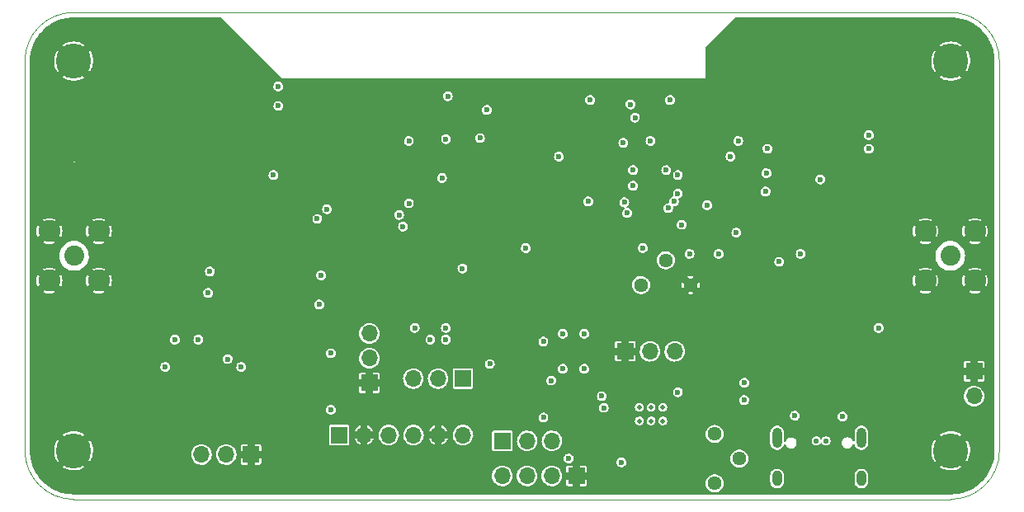
<source format=gbr>
%TF.GenerationSoftware,KiCad,Pcbnew,(6.0.9)*%
%TF.CreationDate,2022-12-19T18:44:09+02:00*%
%TF.ProjectId,cross_band_handy_walkie_talkie_V1,63726f73-735f-4626-916e-645f68616e64,rev?*%
%TF.SameCoordinates,Original*%
%TF.FileFunction,Copper,L2,Inr*%
%TF.FilePolarity,Positive*%
%FSLAX46Y46*%
G04 Gerber Fmt 4.6, Leading zero omitted, Abs format (unit mm)*
G04 Created by KiCad (PCBNEW (6.0.9)) date 2022-12-19 18:44:09*
%MOMM*%
%LPD*%
G01*
G04 APERTURE LIST*
%TA.AperFunction,Profile*%
%ADD10C,0.100000*%
%TD*%
%TA.AperFunction,ComponentPad*%
%ADD11R,1.700000X1.700000*%
%TD*%
%TA.AperFunction,ComponentPad*%
%ADD12O,1.700000X1.700000*%
%TD*%
%TA.AperFunction,ComponentPad*%
%ADD13C,3.600000*%
%TD*%
%TA.AperFunction,ComponentPad*%
%ADD14C,1.440000*%
%TD*%
%TA.AperFunction,ComponentPad*%
%ADD15C,2.050000*%
%TD*%
%TA.AperFunction,ComponentPad*%
%ADD16C,2.250000*%
%TD*%
%TA.AperFunction,ComponentPad*%
%ADD17C,0.500000*%
%TD*%
%TA.AperFunction,ComponentPad*%
%ADD18O,1.000000X2.100000*%
%TD*%
%TA.AperFunction,ComponentPad*%
%ADD19O,1.000000X1.600000*%
%TD*%
%TA.AperFunction,ComponentPad*%
%ADD20C,0.610000*%
%TD*%
%TA.AperFunction,ViaPad*%
%ADD21C,0.600000*%
%TD*%
%TA.AperFunction,ViaPad*%
%ADD22C,0.550000*%
%TD*%
G04 APERTURE END LIST*
D10*
X150000000Y-55000000D02*
X150000000Y-95000000D01*
X150000000Y-55000000D02*
G75*
G03*
X145000000Y-50000000I-5000000J0D01*
G01*
X55000000Y-50000000D02*
X145000000Y-50000000D01*
X145000000Y-100000000D02*
X55000000Y-100000000D01*
X145000000Y-100000000D02*
G75*
G03*
X150000000Y-95000000I0J5000000D01*
G01*
X50000000Y-95000000D02*
X50000000Y-55000000D01*
X50000000Y-95000000D02*
G75*
G03*
X55000000Y-100000000I5000000J0D01*
G01*
X55000000Y-50000000D02*
G75*
G03*
X50000000Y-55000000I0J-5000000D01*
G01*
D11*
%TO.N,GND*%
%TO.C,J5*%
X73200000Y-95400000D03*
D12*
%TO.N,/MIC_AR*%
X70660000Y-95400000D03*
%TO.N,+3V3*%
X68120000Y-95400000D03*
%TD*%
D13*
%TO.N,GND*%
%TO.C,H2*%
X145000000Y-95000000D03*
%TD*%
D11*
%TO.N,GND*%
%TO.C,J3*%
X111600000Y-84800000D03*
D12*
%TO.N,/AUDIO_IN*%
X114140000Y-84800000D03*
%TO.N,AUDIO_OUT*%
X116680000Y-84800000D03*
%TD*%
D14*
%TO.N,Net-(C27-Pad2)*%
%TO.C,RV1*%
X113225000Y-78000000D03*
%TO.N,Net-(RV1-Pad2)*%
X115765000Y-75460000D03*
%TO.N,GND*%
X118305000Y-78000000D03*
%TD*%
D11*
%TO.N,Net-(C20-Pad2)*%
%TO.C,J2*%
X99000000Y-94000000D03*
D12*
%TO.N,RF_AUDIO_INPUT*%
X101540000Y-94000000D03*
%TO.N,/esp_audio_OUTPUT*%
X104080000Y-94000000D03*
%TD*%
D13*
%TO.N,GND*%
%TO.C,H3*%
X55000000Y-95000000D03*
%TD*%
D11*
%TO.N,GND*%
%TO.C,J7*%
X106600000Y-97600000D03*
D12*
%TO.N,/MIC-DIGI_IN*%
X104060000Y-97600000D03*
%TO.N,Net-(C20-Pad1)*%
X101520000Y-97600000D03*
%TO.N,/MIC_AMPLIFIER_OUTPUT*%
X98980000Y-97600000D03*
%TD*%
D15*
%TO.N,/ant4*%
%TO.C,J15*%
X144950000Y-75000000D03*
D16*
%TO.N,GND*%
X147490000Y-77540000D03*
X147490000Y-72460000D03*
X142410000Y-72460000D03*
X142410000Y-77540000D03*
%TD*%
D11*
%TO.N,GND*%
%TO.C,J4*%
X85350000Y-88050000D03*
D12*
%TO.N,/MIC_GAIN*%
X85350000Y-85510000D03*
%TO.N,+3V3*%
X85350000Y-82970000D03*
%TD*%
D14*
%TO.N,Net-(RV2-Pad1)*%
%TO.C,RV2*%
X120775000Y-93275000D03*
%TO.N,Net-(C29-Pad2)*%
X123315000Y-95815000D03*
%TO.N,unconnected-(RV2-Pad3)*%
X120775000Y-98355000D03*
%TD*%
D17*
%TO.N,N/C*%
%TO.C,U10*%
X114250000Y-90550000D03*
X115450000Y-91950000D03*
X113050000Y-90550000D03*
X114250000Y-91950000D03*
X115450000Y-90550000D03*
X113050000Y-91950000D03*
%TD*%
D15*
%TO.N,/ant2*%
%TO.C,J14*%
X55050000Y-75000000D03*
D16*
%TO.N,GND*%
X57590000Y-72460000D03*
X52510000Y-72460000D03*
X57590000Y-77540000D03*
X52510000Y-77540000D03*
%TD*%
D13*
%TO.N,GND*%
%TO.C,H4*%
X145000000Y-55000000D03*
%TD*%
D11*
%TO.N,+3V3*%
%TO.C,J1*%
X82250000Y-93400000D03*
D12*
%TO.N,GND*%
X84790000Y-93400000D03*
%TO.N,/AMPLIFIED_AUDIO_OUT*%
X87330000Y-93400000D03*
%TO.N,/MIC_EST_PTT*%
X89870000Y-93400000D03*
%TO.N,GND*%
X92410000Y-93400000D03*
%TO.N,/MIC-AMP_IN*%
X94950000Y-93400000D03*
%TD*%
D11*
%TO.N,Net-(JP1-Pad1)*%
%TO.C,JP1*%
X94940000Y-87600000D03*
D12*
%TO.N,/MIC_EST_PTT*%
X92400000Y-87600000D03*
%TO.N,Net-(JP1-Pad3)*%
X89860000Y-87600000D03*
%TD*%
D11*
%TO.N,GND*%
%TO.C,J9*%
X147400000Y-86860000D03*
D12*
%TO.N,Net-(D3-Pad2)*%
X147400000Y-89400000D03*
%TD*%
D13*
%TO.N,GND*%
%TO.C,H1*%
X55000000Y-55000000D03*
%TD*%
D18*
%TO.N,Net-(C15-Pad1)*%
%TO.C,J6*%
X127180000Y-93680000D03*
D19*
X135820000Y-97860000D03*
D18*
X135820000Y-93680000D03*
D19*
X127180000Y-97860000D03*
%TD*%
D20*
%TO.N,GND*%
%TO.C,FL2*%
X143018647Y-81818647D03*
X144581353Y-83381353D03*
%TD*%
%TO.N,GND*%
%TO.C,FL1*%
X56981353Y-66581353D03*
X55418647Y-65018647D03*
%TD*%
D21*
%TO.N,GND*%
X148220000Y-92540000D03*
X148220000Y-84920000D03*
X148220000Y-82380000D03*
X148220000Y-79840000D03*
X148220000Y-74760000D03*
X148220000Y-69680000D03*
X148220000Y-67140000D03*
X148220000Y-64600000D03*
X148220000Y-62060000D03*
X148220000Y-59520000D03*
X148220000Y-56980000D03*
X145680000Y-87460000D03*
X145680000Y-84920000D03*
X145680000Y-72220000D03*
X145680000Y-69680000D03*
X145680000Y-67140000D03*
X145680000Y-62060000D03*
X145680000Y-59520000D03*
X143140000Y-74760000D03*
X143140000Y-69680000D03*
X143140000Y-67140000D03*
X143140000Y-64600000D03*
X143140000Y-62060000D03*
X143140000Y-59520000D03*
X143140000Y-51900000D03*
X140600000Y-79840000D03*
X140600000Y-77300000D03*
X140600000Y-74760000D03*
X140600000Y-72220000D03*
X140600000Y-69680000D03*
X140600000Y-67140000D03*
X140600000Y-64600000D03*
X140600000Y-62060000D03*
X140600000Y-59520000D03*
X140600000Y-56980000D03*
X140600000Y-54440000D03*
X140600000Y-51900000D03*
X138060000Y-74760000D03*
X138060000Y-69680000D03*
X138060000Y-56980000D03*
X138060000Y-51900000D03*
X135520000Y-74760000D03*
X135520000Y-69680000D03*
X135520000Y-59520000D03*
X135520000Y-56980000D03*
X135520000Y-51900000D03*
X132980000Y-77300000D03*
X132980000Y-74760000D03*
X132980000Y-72220000D03*
X132980000Y-69680000D03*
X132980000Y-56980000D03*
X132980000Y-51900000D03*
X130440000Y-90000000D03*
X130440000Y-59520000D03*
X130440000Y-56980000D03*
X130440000Y-51900000D03*
X127900000Y-77300000D03*
X127900000Y-59520000D03*
X127900000Y-56980000D03*
X127900000Y-51900000D03*
X125360000Y-97620000D03*
X125360000Y-95080000D03*
X125360000Y-92540000D03*
X125360000Y-84920000D03*
X125360000Y-82380000D03*
X125360000Y-79840000D03*
X125360000Y-77300000D03*
X125360000Y-59520000D03*
X125360000Y-56980000D03*
X125360000Y-51900000D03*
X122820000Y-97620000D03*
X122820000Y-82380000D03*
X122820000Y-51900000D03*
X120280000Y-95080000D03*
X120280000Y-87460000D03*
X117740000Y-97620000D03*
X117740000Y-82380000D03*
X110120000Y-97620000D03*
X110120000Y-84920000D03*
X107580000Y-77300000D03*
X105040000Y-79840000D03*
X105040000Y-77300000D03*
X105040000Y-72220000D03*
X105040000Y-62060000D03*
X102500000Y-82380000D03*
X102500000Y-79840000D03*
X102500000Y-72220000D03*
X102500000Y-59520000D03*
X99960000Y-77300000D03*
X99960000Y-59520000D03*
X97420000Y-92540000D03*
X97420000Y-79840000D03*
X97420000Y-74760000D03*
X97420000Y-72220000D03*
X94880000Y-72220000D03*
X92340000Y-77300000D03*
X87260000Y-87460000D03*
X87260000Y-84920000D03*
X84720000Y-95080000D03*
X82180000Y-95080000D03*
X79640000Y-97620000D03*
X77100000Y-97620000D03*
X77100000Y-95080000D03*
X74560000Y-97620000D03*
X74560000Y-87460000D03*
X74560000Y-84920000D03*
X72020000Y-97620000D03*
X72020000Y-54440000D03*
X69480000Y-97620000D03*
X69480000Y-92540000D03*
X69480000Y-59520000D03*
X69480000Y-56980000D03*
X69480000Y-54440000D03*
X69480000Y-51900000D03*
X66940000Y-97620000D03*
X66940000Y-74760000D03*
X66940000Y-56980000D03*
X66940000Y-54440000D03*
X66940000Y-51900000D03*
X64400000Y-97620000D03*
X64400000Y-95080000D03*
X64400000Y-72220000D03*
X64400000Y-67140000D03*
X64400000Y-64600000D03*
X64400000Y-62060000D03*
X64400000Y-56980000D03*
X64400000Y-54440000D03*
X64400000Y-51900000D03*
X61860000Y-97620000D03*
X61860000Y-95080000D03*
X61860000Y-64600000D03*
X61860000Y-56980000D03*
X61860000Y-54440000D03*
X61860000Y-51900000D03*
X59320000Y-97620000D03*
X59320000Y-95080000D03*
X59320000Y-92540000D03*
X59320000Y-90000000D03*
X59320000Y-87460000D03*
X59320000Y-84920000D03*
X59320000Y-82380000D03*
X59320000Y-79840000D03*
X59320000Y-77300000D03*
X59320000Y-74760000D03*
X59320000Y-72220000D03*
X59320000Y-69680000D03*
X59320000Y-67140000D03*
X59320000Y-59520000D03*
X59320000Y-56980000D03*
X59320000Y-54440000D03*
X59320000Y-51900000D03*
X56780000Y-90000000D03*
X56780000Y-87460000D03*
X56780000Y-84920000D03*
X56780000Y-82380000D03*
X56780000Y-79840000D03*
X56780000Y-74760000D03*
X56780000Y-59520000D03*
X54240000Y-90000000D03*
X54240000Y-87460000D03*
X54240000Y-84920000D03*
X54240000Y-82380000D03*
X54240000Y-79840000D03*
X54240000Y-77300000D03*
X54240000Y-72220000D03*
X54240000Y-64600000D03*
X54240000Y-62060000D03*
X54240000Y-59520000D03*
X51700000Y-92540000D03*
X51700000Y-90000000D03*
X51700000Y-87460000D03*
X51700000Y-84920000D03*
X51700000Y-82380000D03*
X51700000Y-79840000D03*
X51700000Y-74760000D03*
X51700000Y-69680000D03*
X51700000Y-67140000D03*
X51700000Y-64600000D03*
X51700000Y-62060000D03*
X51700000Y-59520000D03*
X51700000Y-56980000D03*
%TO.N,/SENSOR_VP*%
X97400000Y-60000000D03*
%TO.N,/SENSOR_VN*%
X93400000Y-58600000D03*
%TO.N,GND*%
X81600000Y-60400000D03*
X80600000Y-59200000D03*
X73400000Y-63000000D03*
X77800000Y-60800000D03*
X72200000Y-57400000D03*
X103800000Y-90800000D03*
X135400000Y-78000000D03*
X59400000Y-61800000D03*
X68200000Y-70200000D03*
X135400000Y-92049500D03*
X144000000Y-78400000D03*
X140200000Y-92000000D03*
X92040000Y-80960000D03*
X127600000Y-88000000D03*
X89800000Y-81000000D03*
X57600000Y-62800000D03*
X136000000Y-81400000D03*
X125200000Y-60800000D03*
X69000000Y-79800000D03*
X77953233Y-69023383D03*
X72800000Y-72400000D03*
X118200000Y-94800000D03*
X146000000Y-78400000D03*
X119900498Y-73000000D03*
X146000000Y-79800000D03*
X91000000Y-81800000D03*
X111200000Y-81000000D03*
X128000000Y-90000000D03*
X69600000Y-88200000D03*
X115800000Y-97400000D03*
X59600000Y-64200000D03*
X142400000Y-85400000D03*
X114200000Y-64000000D03*
X140200000Y-98800000D03*
X69600000Y-79200000D03*
X53800000Y-70200000D03*
X125600000Y-70800000D03*
X56200000Y-70200000D03*
X72400000Y-59600000D03*
X65400000Y-76200000D03*
X129600000Y-85200000D03*
X135400000Y-79800000D03*
X76800000Y-60800000D03*
X74000000Y-72200000D03*
X53800000Y-68600000D03*
X56200000Y-68600000D03*
X69800000Y-72000000D03*
X74600000Y-62200000D03*
X110600000Y-87400000D03*
X108800000Y-81000000D03*
X87600000Y-57000000D03*
X127800000Y-92200000D03*
X68800000Y-81600000D03*
X141000000Y-84000000D03*
X91000000Y-57200000D03*
X115000000Y-87400000D03*
X123200000Y-66200000D03*
X132845000Y-81355000D03*
X81600000Y-58200000D03*
X113600000Y-97200000D03*
X92200000Y-58000000D03*
X144000000Y-79800000D03*
X62600000Y-70600000D03*
X112400000Y-87400000D03*
X129000000Y-60800000D03*
X134600000Y-95200000D03*
X85600000Y-57000000D03*
X104000000Y-86600000D03*
X108400000Y-84800000D03*
X113200000Y-70000000D03*
X122400000Y-61400000D03*
X75600000Y-76600000D03*
X110000000Y-81800000D03*
X125600000Y-69600000D03*
X128265647Y-95292729D03*
X111600000Y-97400000D03*
X75800000Y-88400000D03*
X64400000Y-85400000D03*
X107000000Y-91600000D03*
X89200000Y-57200000D03*
X62800000Y-83000000D03*
X128200000Y-53600000D03*
X128600000Y-66200000D03*
X141200000Y-86200000D03*
X140162500Y-95362500D03*
%TO.N,+3V3*%
X103200000Y-83800000D03*
X70800000Y-85600000D03*
X117400000Y-71800000D03*
%TO.N,/BOOT*%
X131612500Y-67150500D03*
X104800000Y-64800000D03*
X122400000Y-64800000D03*
%TO.N,VBUS*%
X129000000Y-91400000D03*
X133900000Y-91500000D03*
%TO.N,+5V*%
X76000000Y-59600000D03*
X94900000Y-76300000D03*
X103200000Y-91600000D03*
X111200000Y-96200000D03*
X137600000Y-82400000D03*
X76000000Y-57600000D03*
X123825000Y-88025000D03*
X123800000Y-89800000D03*
X97700000Y-86100000D03*
X75500000Y-66700000D03*
D22*
%TO.N,D+*%
X132200000Y-94000000D03*
X131200000Y-94000000D03*
D21*
%TO.N,UART0_TX*%
X112600000Y-60800000D03*
X127400000Y-75600000D03*
%TO.N,UART0_RX*%
X112150000Y-59450000D03*
X129600000Y-74800000D03*
%TO.N,H{slash}L2*%
X126200000Y-64000000D03*
X126100000Y-66500000D03*
X123200000Y-63200000D03*
%TO.N,TX1*%
X111500000Y-69500000D03*
%TO.N,RX1*%
X92800000Y-67000000D03*
%TO.N,PTT2*%
X80000000Y-71200000D03*
X90000000Y-82400000D03*
X91600000Y-83600000D03*
%TO.N,PD2*%
X111800000Y-70600000D03*
X81000000Y-70200000D03*
%TO.N,RX2*%
X88800000Y-72000000D03*
%TO.N,TX2*%
X88400000Y-70800000D03*
%TO.N,H{slash}L1*%
X126000000Y-68400000D03*
%TO.N,PD1*%
X123000000Y-72600000D03*
%TO.N,PTT1*%
X121200000Y-74800000D03*
X101400000Y-74200000D03*
X113400000Y-74200000D03*
X93200000Y-83600000D03*
X93200000Y-82400000D03*
%TO.N,/MIC-AMP_IN*%
X81400000Y-85000000D03*
X81400000Y-90800000D03*
%TO.N,AUDIO_OUT*%
X112400000Y-67800000D03*
X109400000Y-90600000D03*
%TO.N,/-SLEEP*%
X89400000Y-63200000D03*
X68976383Y-76601574D03*
%TO.N,AUDIO_ON1*%
X89400000Y-69600000D03*
%TO.N,Net-(C20-Pad2)*%
X107400000Y-83000000D03*
%TO.N,/AMPLIFIED_AUDIO_OUT*%
X105800000Y-95800000D03*
%TO.N,AUDIO_ON2*%
X107800000Y-69400000D03*
%TO.N,/GPIO_23*%
X116200000Y-59000000D03*
X108000000Y-59000000D03*
%TO.N,/switch1*%
X118200000Y-74800000D03*
X105200000Y-86600000D03*
X117000000Y-66699500D03*
%TO.N,/switch2*%
X120000000Y-69800000D03*
X109200000Y-89400000D03*
%TO.N,/switch4*%
X67800000Y-83600000D03*
X117000000Y-68600000D03*
%TO.N,Net-(RV2-Pad1)*%
X117000000Y-89000000D03*
%TO.N,SCL*%
X116600000Y-69400000D03*
X111400000Y-63400000D03*
%TO.N,SDA*%
X112400000Y-66200000D03*
X116000000Y-70100500D03*
%TO.N,Net-(U11-Pad3)*%
X64400000Y-86400000D03*
%TO.N,Net-(U11-Pad1)*%
X136600000Y-64000000D03*
X65400000Y-83600000D03*
X136600000Y-62600000D03*
%TO.N,Net-(U12-Pad1)*%
X93200000Y-63000000D03*
X114200000Y-63200000D03*
X80400000Y-77000000D03*
X96700000Y-62900000D03*
X80200000Y-80000000D03*
%TO.N,Net-(U12-Pad3)*%
X115800000Y-66200000D03*
%TO.N,/esp_audio_OUTPUT*%
X104000000Y-87800000D03*
X107400000Y-86600000D03*
%TO.N,RF_AUDIO_INPUT*%
X105200000Y-83000000D03*
X72200000Y-86400000D03*
%TO.N,/MIC_AMPLIFIER_OUTPUT*%
X68800000Y-78800000D03*
%TD*%
%TA.AperFunction,Conductor*%
%TO.N,GND*%
G36*
X70117683Y-50519407D02*
G01*
X70129496Y-50529496D01*
X76400000Y-56800000D01*
X119800000Y-56800000D01*
X119800000Y-56656711D01*
X143879129Y-56656711D01*
X143885666Y-56663727D01*
X144086699Y-56784758D01*
X144092924Y-56787930D01*
X144347286Y-56895639D01*
X144353898Y-56897902D01*
X144620891Y-56968694D01*
X144627758Y-56970005D01*
X144902074Y-57002472D01*
X144909040Y-57002801D01*
X145185198Y-56996292D01*
X145192149Y-56995635D01*
X145464633Y-56950282D01*
X145471420Y-56948653D01*
X145734786Y-56865360D01*
X145741292Y-56862785D01*
X145990288Y-56743219D01*
X145996364Y-56739753D01*
X146111045Y-56663125D01*
X146119303Y-56652649D01*
X146119305Y-56652603D01*
X146115102Y-56645432D01*
X145011086Y-55541416D01*
X144999203Y-55535362D01*
X144994172Y-55536158D01*
X143884853Y-56645477D01*
X143879129Y-56656711D01*
X119800000Y-56656711D01*
X119800000Y-54940514D01*
X142996017Y-54940514D01*
X143006863Y-55216531D01*
X143007630Y-55223476D01*
X143057256Y-55495207D01*
X143058993Y-55501972D01*
X143146410Y-55763992D01*
X143149088Y-55770459D01*
X143272556Y-56017557D01*
X143276107Y-56023561D01*
X143336669Y-56111187D01*
X143347272Y-56119279D01*
X143347740Y-56119290D01*
X143354287Y-56115383D01*
X144458584Y-55011086D01*
X144463826Y-55000797D01*
X145535362Y-55000797D01*
X145536158Y-55005828D01*
X146644397Y-56114067D01*
X146655859Y-56119907D01*
X146662624Y-56113702D01*
X146770196Y-55941216D01*
X146773461Y-55935049D01*
X146885151Y-55682410D01*
X146887519Y-55675835D01*
X146962497Y-55409982D01*
X146963914Y-55403141D01*
X147000815Y-55128411D01*
X147001232Y-55123369D01*
X147005030Y-55002528D01*
X147004931Y-54997481D01*
X146985353Y-54720974D01*
X146984366Y-54714047D01*
X146926233Y-54444025D01*
X146924280Y-54437302D01*
X146828674Y-54178152D01*
X146825800Y-54171787D01*
X146694630Y-53928686D01*
X146690895Y-53922799D01*
X146664794Y-53887463D01*
X146653943Y-53879709D01*
X146652634Y-53879719D01*
X146647336Y-53882994D01*
X145541416Y-54988914D01*
X145535362Y-55000797D01*
X144463826Y-55000797D01*
X144464638Y-54999203D01*
X144463842Y-54994172D01*
X143353148Y-53883478D01*
X143341265Y-53877424D01*
X143339157Y-53877758D01*
X143338527Y-53878274D01*
X143201113Y-54114852D01*
X143198045Y-54121114D01*
X143094342Y-54377142D01*
X143092184Y-54383786D01*
X143025591Y-54651868D01*
X143024391Y-54658746D01*
X142996237Y-54933532D01*
X142996017Y-54940514D01*
X119800000Y-54940514D01*
X119800000Y-53641008D01*
X119818907Y-53582817D01*
X119828996Y-53571004D01*
X120052272Y-53347728D01*
X143880384Y-53347728D01*
X143883982Y-53353652D01*
X144988914Y-54458584D01*
X145000797Y-54464638D01*
X145005828Y-54463842D01*
X146115119Y-53354551D01*
X146121173Y-53342668D01*
X146120903Y-53340963D01*
X146117361Y-53336715D01*
X146103638Y-53326242D01*
X146097791Y-53322401D01*
X145856793Y-53187436D01*
X145850464Y-53184458D01*
X145592849Y-53084795D01*
X145586172Y-53082740D01*
X145317084Y-53020369D01*
X145310177Y-53019275D01*
X145034983Y-52995440D01*
X145027994Y-52995331D01*
X144752192Y-53010509D01*
X144745261Y-53011385D01*
X144474335Y-53065275D01*
X144467606Y-53067116D01*
X144206971Y-53158645D01*
X144200576Y-53161412D01*
X143955439Y-53288750D01*
X143949482Y-53292401D01*
X143888316Y-53336111D01*
X143880391Y-53346841D01*
X143880384Y-53347728D01*
X120052272Y-53347728D01*
X122870504Y-50529496D01*
X122925021Y-50501719D01*
X122940508Y-50500500D01*
X144953351Y-50500500D01*
X144968581Y-50501679D01*
X144979269Y-50503343D01*
X144993823Y-50505609D01*
X145016119Y-50502694D01*
X145033265Y-50501953D01*
X145387841Y-50517434D01*
X145396445Y-50518187D01*
X145641569Y-50550458D01*
X145777054Y-50568295D01*
X145785544Y-50569792D01*
X146160338Y-50652882D01*
X146168671Y-50655115D01*
X146534805Y-50770556D01*
X146542907Y-50773504D01*
X146806977Y-50882886D01*
X146897580Y-50920415D01*
X146905407Y-50924065D01*
X147245920Y-51101325D01*
X147253382Y-51105633D01*
X147577179Y-51311914D01*
X147584231Y-51316852D01*
X147888797Y-51550554D01*
X147895401Y-51556095D01*
X148178448Y-51815460D01*
X148184540Y-51821552D01*
X148443905Y-52104599D01*
X148449444Y-52111201D01*
X148683148Y-52415769D01*
X148688086Y-52422821D01*
X148894367Y-52746618D01*
X148898675Y-52754080D01*
X149024319Y-52995440D01*
X149075935Y-53094593D01*
X149079585Y-53102420D01*
X149176634Y-53336715D01*
X149226493Y-53457086D01*
X149229444Y-53465195D01*
X149271948Y-53600000D01*
X149344885Y-53831327D01*
X149347118Y-53839662D01*
X149422160Y-54178152D01*
X149430206Y-54214446D01*
X149431706Y-54222952D01*
X149481813Y-54603555D01*
X149482566Y-54612159D01*
X149497741Y-54959721D01*
X149496657Y-54979267D01*
X149494391Y-54993823D01*
X149495306Y-55000819D01*
X149498664Y-55026500D01*
X149499500Y-55039336D01*
X149499500Y-94953351D01*
X149498321Y-94968581D01*
X149494391Y-94993823D01*
X149497306Y-95016119D01*
X149498047Y-95033265D01*
X149482566Y-95387841D01*
X149481813Y-95396445D01*
X149456893Y-95585734D01*
X149431976Y-95775000D01*
X149431706Y-95777048D01*
X149430208Y-95785544D01*
X149353119Y-96133270D01*
X149347120Y-96160331D01*
X149344885Y-96168671D01*
X149256184Y-96450000D01*
X149229447Y-96534798D01*
X149226496Y-96542907D01*
X149146862Y-96735160D01*
X149079585Y-96897580D01*
X149075935Y-96905407D01*
X148898675Y-97245920D01*
X148894367Y-97253382D01*
X148688086Y-97577179D01*
X148683148Y-97584231D01*
X148449446Y-97888797D01*
X148443905Y-97895401D01*
X148184540Y-98178448D01*
X148178448Y-98184540D01*
X147895401Y-98443905D01*
X147888799Y-98449444D01*
X147584231Y-98683148D01*
X147577179Y-98688086D01*
X147253382Y-98894367D01*
X147245920Y-98898675D01*
X146976397Y-99038980D01*
X146905407Y-99075935D01*
X146897580Y-99079585D01*
X146542907Y-99226496D01*
X146534805Y-99229444D01*
X146170278Y-99344379D01*
X146168673Y-99344885D01*
X146160338Y-99347118D01*
X145785544Y-99430208D01*
X145777054Y-99431705D01*
X145641569Y-99449542D01*
X145396445Y-99481813D01*
X145387841Y-99482566D01*
X145098807Y-99495186D01*
X145040278Y-99497741D01*
X145020732Y-99496657D01*
X145013153Y-99495477D01*
X145006177Y-99494391D01*
X144980559Y-99497741D01*
X144973500Y-99498664D01*
X144960664Y-99499500D01*
X55046649Y-99499500D01*
X55031419Y-99498321D01*
X55013152Y-99495477D01*
X55006177Y-99494391D01*
X54983881Y-99497306D01*
X54966735Y-99498047D01*
X54612159Y-99482566D01*
X54603555Y-99481813D01*
X54358431Y-99449542D01*
X54222946Y-99431705D01*
X54214456Y-99430208D01*
X53839662Y-99347118D01*
X53831327Y-99344885D01*
X53829722Y-99344379D01*
X53465195Y-99229444D01*
X53457093Y-99226496D01*
X53102420Y-99079585D01*
X53094593Y-99075935D01*
X53023603Y-99038980D01*
X52754080Y-98898675D01*
X52746618Y-98894367D01*
X52422821Y-98688086D01*
X52415769Y-98683148D01*
X52111201Y-98449444D01*
X52104599Y-98443905D01*
X51821552Y-98184540D01*
X51815460Y-98178448D01*
X51556095Y-97895401D01*
X51550554Y-97888797D01*
X51317643Y-97585262D01*
X97924520Y-97585262D01*
X97941759Y-97790553D01*
X97943092Y-97795201D01*
X97943092Y-97795202D01*
X97948900Y-97815455D01*
X97998544Y-97988586D01*
X98092712Y-98171818D01*
X98220677Y-98333270D01*
X98224357Y-98336402D01*
X98224359Y-98336404D01*
X98277190Y-98381366D01*
X98377564Y-98466791D01*
X98381787Y-98469151D01*
X98381791Y-98469154D01*
X98498702Y-98534493D01*
X98557398Y-98567297D01*
X98561996Y-98568791D01*
X98748724Y-98629463D01*
X98748726Y-98629464D01*
X98753329Y-98630959D01*
X98957894Y-98655351D01*
X98962716Y-98654980D01*
X98962719Y-98654980D01*
X99039757Y-98649052D01*
X99163300Y-98639546D01*
X99361725Y-98584145D01*
X99366038Y-98581966D01*
X99366044Y-98581964D01*
X99541289Y-98493441D01*
X99541291Y-98493440D01*
X99545610Y-98491258D01*
X99549427Y-98488276D01*
X99704135Y-98367406D01*
X99704139Y-98367402D01*
X99707951Y-98364424D01*
X99711635Y-98360157D01*
X99767313Y-98295651D01*
X99842564Y-98208472D01*
X99845711Y-98202933D01*
X99941934Y-98033550D01*
X99941935Y-98033547D01*
X99944323Y-98029344D01*
X99957882Y-97988586D01*
X100007824Y-97838454D01*
X100007824Y-97838452D01*
X100009351Y-97833863D01*
X100011677Y-97815455D01*
X100034823Y-97632228D01*
X100035171Y-97629474D01*
X100035583Y-97600000D01*
X100034138Y-97585262D01*
X100464520Y-97585262D01*
X100481759Y-97790553D01*
X100483092Y-97795201D01*
X100483092Y-97795202D01*
X100488900Y-97815455D01*
X100538544Y-97988586D01*
X100632712Y-98171818D01*
X100760677Y-98333270D01*
X100764357Y-98336402D01*
X100764359Y-98336404D01*
X100817190Y-98381366D01*
X100917564Y-98466791D01*
X100921787Y-98469151D01*
X100921791Y-98469154D01*
X101038702Y-98534493D01*
X101097398Y-98567297D01*
X101101996Y-98568791D01*
X101288724Y-98629463D01*
X101288726Y-98629464D01*
X101293329Y-98630959D01*
X101497894Y-98655351D01*
X101502716Y-98654980D01*
X101502719Y-98654980D01*
X101579757Y-98649052D01*
X101703300Y-98639546D01*
X101901725Y-98584145D01*
X101906038Y-98581966D01*
X101906044Y-98581964D01*
X102081289Y-98493441D01*
X102081291Y-98493440D01*
X102085610Y-98491258D01*
X102089427Y-98488276D01*
X102244135Y-98367406D01*
X102244139Y-98367402D01*
X102247951Y-98364424D01*
X102251635Y-98360157D01*
X102307313Y-98295651D01*
X102382564Y-98208472D01*
X102385711Y-98202933D01*
X102481934Y-98033550D01*
X102481935Y-98033547D01*
X102484323Y-98029344D01*
X102497882Y-97988586D01*
X102547824Y-97838454D01*
X102547824Y-97838452D01*
X102549351Y-97833863D01*
X102551677Y-97815455D01*
X102574823Y-97632228D01*
X102575171Y-97629474D01*
X102575583Y-97600000D01*
X102574138Y-97585262D01*
X103004520Y-97585262D01*
X103021759Y-97790553D01*
X103023092Y-97795201D01*
X103023092Y-97795202D01*
X103028900Y-97815455D01*
X103078544Y-97988586D01*
X103172712Y-98171818D01*
X103300677Y-98333270D01*
X103304357Y-98336402D01*
X103304359Y-98336404D01*
X103357190Y-98381366D01*
X103457564Y-98466791D01*
X103461787Y-98469151D01*
X103461791Y-98469154D01*
X103578702Y-98534493D01*
X103637398Y-98567297D01*
X103641996Y-98568791D01*
X103828724Y-98629463D01*
X103828726Y-98629464D01*
X103833329Y-98630959D01*
X104037894Y-98655351D01*
X104042716Y-98654980D01*
X104042719Y-98654980D01*
X104119757Y-98649052D01*
X104243300Y-98639546D01*
X104441725Y-98584145D01*
X104446038Y-98581966D01*
X104446044Y-98581964D01*
X104621289Y-98493441D01*
X104621291Y-98493440D01*
X104625610Y-98491258D01*
X104629427Y-98488276D01*
X104659424Y-98464840D01*
X105550000Y-98464840D01*
X105550948Y-98474462D01*
X105559702Y-98518474D01*
X105567021Y-98536142D01*
X105600389Y-98586082D01*
X105613918Y-98599611D01*
X105663858Y-98632979D01*
X105681526Y-98640298D01*
X105725538Y-98649052D01*
X105735160Y-98650000D01*
X106209320Y-98650000D01*
X106222005Y-98645878D01*
X106225000Y-98641757D01*
X106225000Y-98634320D01*
X106975000Y-98634320D01*
X106979122Y-98647005D01*
X106983243Y-98650000D01*
X107464840Y-98650000D01*
X107474462Y-98649052D01*
X107518474Y-98640298D01*
X107536142Y-98632979D01*
X107586082Y-98599611D01*
X107599611Y-98586082D01*
X107632979Y-98536142D01*
X107640298Y-98518474D01*
X107649052Y-98474462D01*
X107650000Y-98464840D01*
X107650000Y-98355000D01*
X119849430Y-98355000D01*
X119849972Y-98360157D01*
X119850734Y-98367406D01*
X119869656Y-98547437D01*
X119871257Y-98552364D01*
X119871258Y-98552369D01*
X119913749Y-98683140D01*
X119929450Y-98731463D01*
X119932041Y-98735951D01*
X119932042Y-98735953D01*
X119979860Y-98818776D01*
X120026198Y-98899036D01*
X120029670Y-98902892D01*
X120152203Y-99038980D01*
X120152207Y-99038984D01*
X120155673Y-99042833D01*
X120312215Y-99156567D01*
X120316947Y-99158674D01*
X120316949Y-99158675D01*
X120484243Y-99233159D01*
X120484246Y-99233160D01*
X120488983Y-99235269D01*
X120678252Y-99275500D01*
X120871748Y-99275500D01*
X121061017Y-99235269D01*
X121065754Y-99233160D01*
X121065757Y-99233159D01*
X121233051Y-99158675D01*
X121233053Y-99158674D01*
X121237785Y-99156567D01*
X121394327Y-99042833D01*
X121397793Y-99038984D01*
X121397797Y-99038980D01*
X121520330Y-98902892D01*
X121523802Y-98899036D01*
X121570140Y-98818776D01*
X121617958Y-98735953D01*
X121617959Y-98735951D01*
X121620550Y-98731463D01*
X121636251Y-98683140D01*
X121678742Y-98552369D01*
X121678743Y-98552364D01*
X121680344Y-98547437D01*
X121699266Y-98367406D01*
X121700028Y-98360157D01*
X121700570Y-98355000D01*
X121684543Y-98202516D01*
X126479500Y-98202516D01*
X126494724Y-98328320D01*
X126554655Y-98486923D01*
X126558035Y-98491840D01*
X126558036Y-98491843D01*
X126632104Y-98599611D01*
X126650688Y-98626651D01*
X126777279Y-98739440D01*
X126927119Y-98818776D01*
X127009339Y-98839428D01*
X127085769Y-98858627D01*
X127085772Y-98858627D01*
X127091559Y-98860081D01*
X127177159Y-98860529D01*
X127255139Y-98860938D01*
X127255141Y-98860938D01*
X127261105Y-98860969D01*
X127266901Y-98859577D01*
X127266905Y-98859577D01*
X127374297Y-98833793D01*
X127425968Y-98821388D01*
X127501300Y-98782506D01*
X127571325Y-98746364D01*
X127571327Y-98746362D01*
X127576631Y-98743625D01*
X127704396Y-98632169D01*
X127736787Y-98586082D01*
X127798456Y-98498335D01*
X127798456Y-98498334D01*
X127801887Y-98493453D01*
X127853623Y-98360759D01*
X127861308Y-98341048D01*
X127861308Y-98341047D01*
X127863476Y-98335487D01*
X127864267Y-98329483D01*
X127880077Y-98209387D01*
X127880500Y-98206174D01*
X127880500Y-98202516D01*
X135119500Y-98202516D01*
X135134724Y-98328320D01*
X135194655Y-98486923D01*
X135198035Y-98491840D01*
X135198036Y-98491843D01*
X135272104Y-98599611D01*
X135290688Y-98626651D01*
X135417279Y-98739440D01*
X135567119Y-98818776D01*
X135649339Y-98839428D01*
X135725769Y-98858627D01*
X135725772Y-98858627D01*
X135731559Y-98860081D01*
X135817159Y-98860529D01*
X135895139Y-98860938D01*
X135895141Y-98860938D01*
X135901105Y-98860969D01*
X135906901Y-98859577D01*
X135906905Y-98859577D01*
X136014297Y-98833793D01*
X136065968Y-98821388D01*
X136141300Y-98782506D01*
X136211325Y-98746364D01*
X136211327Y-98746362D01*
X136216631Y-98743625D01*
X136344396Y-98632169D01*
X136376787Y-98586082D01*
X136438456Y-98498335D01*
X136438456Y-98498334D01*
X136441887Y-98493453D01*
X136493623Y-98360759D01*
X136501308Y-98341048D01*
X136501308Y-98341047D01*
X136503476Y-98335487D01*
X136504267Y-98329483D01*
X136520077Y-98209387D01*
X136520500Y-98206174D01*
X136520500Y-97517484D01*
X136510458Y-97434500D01*
X136505993Y-97397602D01*
X136505992Y-97397599D01*
X136505276Y-97391680D01*
X136445345Y-97233077D01*
X136437736Y-97222005D01*
X136352692Y-97098267D01*
X136349312Y-97093349D01*
X136222721Y-96980560D01*
X136072881Y-96901224D01*
X135990661Y-96880572D01*
X135914231Y-96861373D01*
X135914228Y-96861373D01*
X135908441Y-96859919D01*
X135822841Y-96859471D01*
X135744861Y-96859062D01*
X135744859Y-96859062D01*
X135738895Y-96859031D01*
X135733099Y-96860423D01*
X135733095Y-96860423D01*
X135625703Y-96886207D01*
X135574032Y-96898612D01*
X135498701Y-96937493D01*
X135428675Y-96973636D01*
X135428673Y-96973638D01*
X135423369Y-96976375D01*
X135295604Y-97087831D01*
X135292173Y-97092713D01*
X135292172Y-97092714D01*
X135202097Y-97220878D01*
X135198113Y-97226547D01*
X135136524Y-97384513D01*
X135119500Y-97513826D01*
X135119500Y-98202516D01*
X127880500Y-98202516D01*
X127880500Y-97517484D01*
X127870458Y-97434500D01*
X127865993Y-97397602D01*
X127865992Y-97397599D01*
X127865276Y-97391680D01*
X127805345Y-97233077D01*
X127797736Y-97222005D01*
X127712692Y-97098267D01*
X127709312Y-97093349D01*
X127582721Y-96980560D01*
X127432881Y-96901224D01*
X127350661Y-96880572D01*
X127274231Y-96861373D01*
X127274228Y-96861373D01*
X127268441Y-96859919D01*
X127182841Y-96859471D01*
X127104861Y-96859062D01*
X127104859Y-96859062D01*
X127098895Y-96859031D01*
X127093099Y-96860423D01*
X127093095Y-96860423D01*
X126985703Y-96886207D01*
X126934032Y-96898612D01*
X126858701Y-96937493D01*
X126788675Y-96973636D01*
X126788673Y-96973638D01*
X126783369Y-96976375D01*
X126655604Y-97087831D01*
X126652173Y-97092713D01*
X126652172Y-97092714D01*
X126562097Y-97220878D01*
X126558113Y-97226547D01*
X126496524Y-97384513D01*
X126479500Y-97513826D01*
X126479500Y-98202516D01*
X121684543Y-98202516D01*
X121680344Y-98162563D01*
X121678743Y-98157636D01*
X121678742Y-98157631D01*
X121622152Y-97983467D01*
X121622151Y-97983466D01*
X121620550Y-97978537D01*
X121523802Y-97810964D01*
X121501085Y-97785734D01*
X121397797Y-97671020D01*
X121397793Y-97671016D01*
X121394327Y-97667167D01*
X121237785Y-97553433D01*
X121233053Y-97551326D01*
X121233051Y-97551325D01*
X121065757Y-97476841D01*
X121065754Y-97476840D01*
X121061017Y-97474731D01*
X120871748Y-97434500D01*
X120678252Y-97434500D01*
X120488983Y-97474731D01*
X120484246Y-97476840D01*
X120484243Y-97476841D01*
X120316949Y-97551325D01*
X120316947Y-97551326D01*
X120312215Y-97553433D01*
X120155673Y-97667167D01*
X120152207Y-97671016D01*
X120152203Y-97671020D01*
X120048915Y-97785734D01*
X120026198Y-97810964D01*
X119929450Y-97978537D01*
X119927849Y-97983466D01*
X119927848Y-97983467D01*
X119871258Y-98157631D01*
X119871257Y-98157636D01*
X119869656Y-98162563D01*
X119849430Y-98355000D01*
X107650000Y-98355000D01*
X107650000Y-97990680D01*
X107645878Y-97977995D01*
X107641757Y-97975000D01*
X106990680Y-97975000D01*
X106977995Y-97979122D01*
X106975000Y-97983243D01*
X106975000Y-98634320D01*
X106225000Y-98634320D01*
X106225000Y-97990680D01*
X106220878Y-97977995D01*
X106216757Y-97975000D01*
X105565680Y-97975000D01*
X105552995Y-97979122D01*
X105550000Y-97983243D01*
X105550000Y-98464840D01*
X104659424Y-98464840D01*
X104784135Y-98367406D01*
X104784139Y-98367402D01*
X104787951Y-98364424D01*
X104791635Y-98360157D01*
X104847313Y-98295651D01*
X104922564Y-98208472D01*
X104925711Y-98202933D01*
X105021934Y-98033550D01*
X105021935Y-98033547D01*
X105024323Y-98029344D01*
X105037882Y-97988586D01*
X105087824Y-97838454D01*
X105087824Y-97838452D01*
X105089351Y-97833863D01*
X105091677Y-97815455D01*
X105114823Y-97632228D01*
X105115171Y-97629474D01*
X105115583Y-97600000D01*
X105113667Y-97580454D01*
X105095952Y-97399780D01*
X105095951Y-97399776D01*
X105095480Y-97394970D01*
X105039429Y-97209320D01*
X105550000Y-97209320D01*
X105554122Y-97222005D01*
X105558243Y-97225000D01*
X106209320Y-97225000D01*
X106222005Y-97220878D01*
X106225000Y-97216757D01*
X106225000Y-97209320D01*
X106975000Y-97209320D01*
X106979122Y-97222005D01*
X106983243Y-97225000D01*
X107634320Y-97225000D01*
X107647005Y-97220878D01*
X107650000Y-97216757D01*
X107650000Y-96735160D01*
X107649052Y-96725538D01*
X107640298Y-96681526D01*
X107632979Y-96663858D01*
X107599611Y-96613918D01*
X107586082Y-96600389D01*
X107536142Y-96567021D01*
X107518474Y-96559702D01*
X107474462Y-96550948D01*
X107464840Y-96550000D01*
X106990680Y-96550000D01*
X106977995Y-96554122D01*
X106975000Y-96558243D01*
X106975000Y-97209320D01*
X106225000Y-97209320D01*
X106225000Y-96565680D01*
X106220878Y-96552995D01*
X106216757Y-96550000D01*
X105735160Y-96550000D01*
X105725538Y-96550948D01*
X105681526Y-96559702D01*
X105663858Y-96567021D01*
X105613918Y-96600389D01*
X105600389Y-96613918D01*
X105567021Y-96663858D01*
X105559702Y-96681526D01*
X105550948Y-96725538D01*
X105550000Y-96735160D01*
X105550000Y-97209320D01*
X105039429Y-97209320D01*
X105035935Y-97197749D01*
X104939218Y-97015849D01*
X104809011Y-96856200D01*
X104650275Y-96724882D01*
X104523601Y-96656390D01*
X104473309Y-96629197D01*
X104473308Y-96629197D01*
X104469055Y-96626897D01*
X104405855Y-96607333D01*
X104276875Y-96567407D01*
X104276871Y-96567406D01*
X104272254Y-96565977D01*
X104267446Y-96565472D01*
X104267443Y-96565471D01*
X104072185Y-96544949D01*
X104072183Y-96544949D01*
X104067369Y-96544443D01*
X104007354Y-96549905D01*
X103867022Y-96562675D01*
X103867017Y-96562676D01*
X103862203Y-96563114D01*
X103664572Y-96621280D01*
X103660288Y-96623519D01*
X103660287Y-96623520D01*
X103604657Y-96652603D01*
X103482002Y-96716726D01*
X103478231Y-96719758D01*
X103325220Y-96842781D01*
X103325217Y-96842783D01*
X103321447Y-96845815D01*
X103318333Y-96849526D01*
X103318332Y-96849527D01*
X103195733Y-96995635D01*
X103189024Y-97003630D01*
X103186689Y-97007878D01*
X103186688Y-97007879D01*
X103179955Y-97020126D01*
X103089776Y-97184162D01*
X103088313Y-97188775D01*
X103088311Y-97188779D01*
X103070188Y-97245911D01*
X103027484Y-97380532D01*
X103026944Y-97385344D01*
X103026944Y-97385345D01*
X103007749Y-97556478D01*
X103004520Y-97585262D01*
X102574138Y-97585262D01*
X102573667Y-97580454D01*
X102555952Y-97399780D01*
X102555951Y-97399776D01*
X102555480Y-97394970D01*
X102495935Y-97197749D01*
X102399218Y-97015849D01*
X102269011Y-96856200D01*
X102110275Y-96724882D01*
X101983601Y-96656390D01*
X101933309Y-96629197D01*
X101933308Y-96629197D01*
X101929055Y-96626897D01*
X101865855Y-96607333D01*
X101736875Y-96567407D01*
X101736871Y-96567406D01*
X101732254Y-96565977D01*
X101727446Y-96565472D01*
X101727443Y-96565471D01*
X101532185Y-96544949D01*
X101532183Y-96544949D01*
X101527369Y-96544443D01*
X101467354Y-96549905D01*
X101327022Y-96562675D01*
X101327017Y-96562676D01*
X101322203Y-96563114D01*
X101124572Y-96621280D01*
X101120288Y-96623519D01*
X101120287Y-96623520D01*
X101064657Y-96652603D01*
X100942002Y-96716726D01*
X100938231Y-96719758D01*
X100785220Y-96842781D01*
X100785217Y-96842783D01*
X100781447Y-96845815D01*
X100778333Y-96849526D01*
X100778332Y-96849527D01*
X100655733Y-96995635D01*
X100649024Y-97003630D01*
X100646689Y-97007878D01*
X100646688Y-97007879D01*
X100639955Y-97020126D01*
X100549776Y-97184162D01*
X100548313Y-97188775D01*
X100548311Y-97188779D01*
X100530188Y-97245911D01*
X100487484Y-97380532D01*
X100486944Y-97385344D01*
X100486944Y-97385345D01*
X100467749Y-97556478D01*
X100464520Y-97585262D01*
X100034138Y-97585262D01*
X100033667Y-97580454D01*
X100015952Y-97399780D01*
X100015951Y-97399776D01*
X100015480Y-97394970D01*
X99955935Y-97197749D01*
X99859218Y-97015849D01*
X99729011Y-96856200D01*
X99570275Y-96724882D01*
X99443601Y-96656390D01*
X99393309Y-96629197D01*
X99393308Y-96629197D01*
X99389055Y-96626897D01*
X99325855Y-96607333D01*
X99196875Y-96567407D01*
X99196871Y-96567406D01*
X99192254Y-96565977D01*
X99187446Y-96565472D01*
X99187443Y-96565471D01*
X98992185Y-96544949D01*
X98992183Y-96544949D01*
X98987369Y-96544443D01*
X98927354Y-96549905D01*
X98787022Y-96562675D01*
X98787017Y-96562676D01*
X98782203Y-96563114D01*
X98584572Y-96621280D01*
X98580288Y-96623519D01*
X98580287Y-96623520D01*
X98524657Y-96652603D01*
X98402002Y-96716726D01*
X98398231Y-96719758D01*
X98245220Y-96842781D01*
X98245217Y-96842783D01*
X98241447Y-96845815D01*
X98238333Y-96849526D01*
X98238332Y-96849527D01*
X98115733Y-96995635D01*
X98109024Y-97003630D01*
X98106689Y-97007878D01*
X98106688Y-97007879D01*
X98099955Y-97020126D01*
X98009776Y-97184162D01*
X98008313Y-97188775D01*
X98008311Y-97188779D01*
X97990188Y-97245911D01*
X97947484Y-97380532D01*
X97946944Y-97385344D01*
X97946944Y-97385345D01*
X97927749Y-97556478D01*
X97924520Y-97585262D01*
X51317643Y-97585262D01*
X51316852Y-97584231D01*
X51311914Y-97577179D01*
X51105633Y-97253382D01*
X51101325Y-97245920D01*
X50924065Y-96905407D01*
X50920415Y-96897580D01*
X50853138Y-96735160D01*
X50820643Y-96656711D01*
X53879129Y-96656711D01*
X53885666Y-96663727D01*
X54086699Y-96784758D01*
X54092924Y-96787930D01*
X54347286Y-96895639D01*
X54353898Y-96897902D01*
X54620891Y-96968694D01*
X54627758Y-96970005D01*
X54902074Y-97002472D01*
X54909040Y-97002801D01*
X55185198Y-96996292D01*
X55192149Y-96995635D01*
X55464633Y-96950282D01*
X55471420Y-96948653D01*
X55734786Y-96865360D01*
X55741292Y-96862785D01*
X55990288Y-96743219D01*
X55996364Y-96739753D01*
X56111045Y-96663125D01*
X56119303Y-96652649D01*
X56119305Y-96652603D01*
X56115102Y-96645432D01*
X55011086Y-95541416D01*
X54999203Y-95535362D01*
X54994172Y-95536158D01*
X53884853Y-96645477D01*
X53879129Y-96656711D01*
X50820643Y-96656711D01*
X50773504Y-96542907D01*
X50770553Y-96534798D01*
X50743817Y-96450000D01*
X50655115Y-96168671D01*
X50652880Y-96160331D01*
X50646881Y-96133270D01*
X50569792Y-95785544D01*
X50568294Y-95777048D01*
X50568025Y-95775000D01*
X50543107Y-95585734D01*
X50518187Y-95396445D01*
X50517434Y-95387841D01*
X50502414Y-95043822D01*
X50503691Y-95023084D01*
X50504802Y-95016478D01*
X50505496Y-95012354D01*
X50505647Y-95000000D01*
X50501500Y-94971042D01*
X50500500Y-94957008D01*
X50500500Y-94940514D01*
X52996017Y-94940514D01*
X53006863Y-95216531D01*
X53007630Y-95223476D01*
X53057256Y-95495207D01*
X53058993Y-95501972D01*
X53146410Y-95763992D01*
X53149088Y-95770459D01*
X53272556Y-96017557D01*
X53276107Y-96023561D01*
X53336669Y-96111187D01*
X53347272Y-96119279D01*
X53347740Y-96119290D01*
X53354287Y-96115383D01*
X54458584Y-95011086D01*
X54463826Y-95000797D01*
X55535362Y-95000797D01*
X55536158Y-95005828D01*
X56644397Y-96114067D01*
X56655859Y-96119907D01*
X56662624Y-96113702D01*
X56770196Y-95941216D01*
X56773461Y-95935049D01*
X56885151Y-95682410D01*
X56887519Y-95675835D01*
X56962497Y-95409982D01*
X56963914Y-95403141D01*
X56966315Y-95385262D01*
X67064520Y-95385262D01*
X67067011Y-95414930D01*
X67074321Y-95501972D01*
X67081759Y-95590553D01*
X67083092Y-95595201D01*
X67083092Y-95595202D01*
X67135236Y-95777048D01*
X67138544Y-95788586D01*
X67232712Y-95971818D01*
X67360677Y-96133270D01*
X67364357Y-96136402D01*
X67364359Y-96136404D01*
X67431827Y-96193823D01*
X67517564Y-96266791D01*
X67521787Y-96269151D01*
X67521791Y-96269154D01*
X67628841Y-96328982D01*
X67697398Y-96367297D01*
X67701996Y-96368791D01*
X67888724Y-96429463D01*
X67888726Y-96429464D01*
X67893329Y-96430959D01*
X68097894Y-96455351D01*
X68102716Y-96454980D01*
X68102719Y-96454980D01*
X68179757Y-96449052D01*
X68303300Y-96439546D01*
X68501725Y-96384145D01*
X68506038Y-96381966D01*
X68506044Y-96381964D01*
X68681289Y-96293441D01*
X68681291Y-96293440D01*
X68685610Y-96291258D01*
X68727549Y-96258492D01*
X68844135Y-96167406D01*
X68844139Y-96167402D01*
X68847951Y-96164424D01*
X68982564Y-96008472D01*
X69001231Y-95975613D01*
X69081934Y-95833550D01*
X69081935Y-95833547D01*
X69084323Y-95829344D01*
X69087360Y-95820216D01*
X69147824Y-95638454D01*
X69147824Y-95638452D01*
X69149351Y-95633863D01*
X69166013Y-95501972D01*
X69174823Y-95432228D01*
X69175171Y-95429474D01*
X69175301Y-95420216D01*
X69175544Y-95402776D01*
X69175583Y-95400000D01*
X69175313Y-95397244D01*
X69174138Y-95385262D01*
X69604520Y-95385262D01*
X69607011Y-95414930D01*
X69614321Y-95501972D01*
X69621759Y-95590553D01*
X69623092Y-95595201D01*
X69623092Y-95595202D01*
X69675236Y-95777048D01*
X69678544Y-95788586D01*
X69772712Y-95971818D01*
X69900677Y-96133270D01*
X69904357Y-96136402D01*
X69904359Y-96136404D01*
X69971827Y-96193823D01*
X70057564Y-96266791D01*
X70061787Y-96269151D01*
X70061791Y-96269154D01*
X70168841Y-96328982D01*
X70237398Y-96367297D01*
X70241996Y-96368791D01*
X70428724Y-96429463D01*
X70428726Y-96429464D01*
X70433329Y-96430959D01*
X70637894Y-96455351D01*
X70642716Y-96454980D01*
X70642719Y-96454980D01*
X70719757Y-96449052D01*
X70843300Y-96439546D01*
X71041725Y-96384145D01*
X71046038Y-96381966D01*
X71046044Y-96381964D01*
X71221289Y-96293441D01*
X71221291Y-96293440D01*
X71225610Y-96291258D01*
X71259424Y-96264840D01*
X72150000Y-96264840D01*
X72150948Y-96274462D01*
X72159702Y-96318474D01*
X72167021Y-96336142D01*
X72200389Y-96386082D01*
X72213918Y-96399611D01*
X72263858Y-96432979D01*
X72281526Y-96440298D01*
X72325538Y-96449052D01*
X72335160Y-96450000D01*
X72809320Y-96450000D01*
X72822005Y-96445878D01*
X72825000Y-96441757D01*
X72825000Y-96434320D01*
X73575000Y-96434320D01*
X73579122Y-96447005D01*
X73583243Y-96450000D01*
X74064840Y-96450000D01*
X74074462Y-96449052D01*
X74118474Y-96440298D01*
X74136142Y-96432979D01*
X74186082Y-96399611D01*
X74199611Y-96386082D01*
X74232979Y-96336142D01*
X74240298Y-96318474D01*
X74249052Y-96274462D01*
X74250000Y-96264840D01*
X74250000Y-95793823D01*
X105294391Y-95793823D01*
X105295306Y-95800820D01*
X105295306Y-95800821D01*
X105297842Y-95820216D01*
X105312980Y-95935979D01*
X105315821Y-95942435D01*
X105315821Y-95942436D01*
X105366707Y-96058082D01*
X105370720Y-96067203D01*
X105383792Y-96082754D01*
X105458431Y-96171549D01*
X105458434Y-96171551D01*
X105462970Y-96176948D01*
X105468841Y-96180856D01*
X105468842Y-96180857D01*
X105491905Y-96196209D01*
X105582313Y-96256390D01*
X105682920Y-96287821D01*
X105712425Y-96297039D01*
X105712426Y-96297039D01*
X105719157Y-96299142D01*
X105790828Y-96300456D01*
X105855445Y-96301641D01*
X105855447Y-96301641D01*
X105862499Y-96301770D01*
X105869302Y-96299915D01*
X105869304Y-96299915D01*
X105962663Y-96274462D01*
X106000817Y-96264060D01*
X106115209Y-96193823D01*
X110694391Y-96193823D01*
X110695306Y-96200820D01*
X110695306Y-96200821D01*
X110707888Y-96297039D01*
X110712980Y-96335979D01*
X110715821Y-96342435D01*
X110715821Y-96342436D01*
X110765342Y-96454980D01*
X110770720Y-96467203D01*
X110816845Y-96522075D01*
X110858431Y-96571549D01*
X110858434Y-96571551D01*
X110862970Y-96576948D01*
X110868841Y-96580856D01*
X110868842Y-96580857D01*
X110881143Y-96589045D01*
X110982313Y-96656390D01*
X111082920Y-96687821D01*
X111112425Y-96697039D01*
X111112426Y-96697039D01*
X111119157Y-96699142D01*
X111190828Y-96700456D01*
X111255445Y-96701641D01*
X111255447Y-96701641D01*
X111262499Y-96701770D01*
X111269302Y-96699915D01*
X111269304Y-96699915D01*
X111344503Y-96679413D01*
X111400817Y-96664060D01*
X111522991Y-96589045D01*
X111530403Y-96580857D01*
X111614468Y-96487982D01*
X111619200Y-96482754D01*
X111668032Y-96381964D01*
X111678634Y-96360082D01*
X111681710Y-96353733D01*
X111685875Y-96328982D01*
X111704862Y-96216124D01*
X111704862Y-96216120D01*
X111705496Y-96212354D01*
X111705647Y-96200000D01*
X111685323Y-96058082D01*
X111632188Y-95941216D01*
X111628905Y-95933996D01*
X111628904Y-95933995D01*
X111625984Y-95927572D01*
X111532400Y-95818963D01*
X111526286Y-95815000D01*
X122389430Y-95815000D01*
X122409656Y-96007437D01*
X122411257Y-96012364D01*
X122411258Y-96012369D01*
X122464734Y-96176948D01*
X122469450Y-96191463D01*
X122472041Y-96195951D01*
X122472042Y-96195953D01*
X122563136Y-96353733D01*
X122566198Y-96359036D01*
X122569670Y-96362892D01*
X122692203Y-96498980D01*
X122692207Y-96498984D01*
X122695673Y-96502833D01*
X122852215Y-96616567D01*
X122856947Y-96618674D01*
X122856949Y-96618675D01*
X123024243Y-96693159D01*
X123024246Y-96693160D01*
X123028983Y-96695269D01*
X123218252Y-96735500D01*
X123411748Y-96735500D01*
X123601017Y-96695269D01*
X123605754Y-96693160D01*
X123605757Y-96693159D01*
X123687621Y-96656711D01*
X143879129Y-96656711D01*
X143885666Y-96663727D01*
X144086699Y-96784758D01*
X144092924Y-96787930D01*
X144347286Y-96895639D01*
X144353898Y-96897902D01*
X144620891Y-96968694D01*
X144627758Y-96970005D01*
X144902074Y-97002472D01*
X144909040Y-97002801D01*
X145185198Y-96996292D01*
X145192149Y-96995635D01*
X145464633Y-96950282D01*
X145471420Y-96948653D01*
X145734786Y-96865360D01*
X145741292Y-96862785D01*
X145990288Y-96743219D01*
X145996364Y-96739753D01*
X146111045Y-96663125D01*
X146119303Y-96652649D01*
X146119305Y-96652603D01*
X146115102Y-96645432D01*
X145011086Y-95541416D01*
X144999203Y-95535362D01*
X144994172Y-95536158D01*
X143884853Y-96645477D01*
X143879129Y-96656711D01*
X123687621Y-96656711D01*
X123773051Y-96618675D01*
X123773053Y-96618674D01*
X123777785Y-96616567D01*
X123934327Y-96502833D01*
X123937793Y-96498984D01*
X123937797Y-96498980D01*
X124060330Y-96362892D01*
X124063802Y-96359036D01*
X124066864Y-96353733D01*
X124157958Y-96195953D01*
X124157959Y-96195951D01*
X124160550Y-96191463D01*
X124165266Y-96176948D01*
X124218742Y-96012369D01*
X124218743Y-96012364D01*
X124220344Y-96007437D01*
X124240570Y-95815000D01*
X124220344Y-95622563D01*
X124218743Y-95617636D01*
X124218742Y-95617631D01*
X124162152Y-95443467D01*
X124162151Y-95443466D01*
X124160550Y-95438537D01*
X124155318Y-95429474D01*
X124066395Y-95275455D01*
X124066394Y-95275454D01*
X124063802Y-95270964D01*
X124021044Y-95223476D01*
X123937797Y-95131020D01*
X123937793Y-95131016D01*
X123934327Y-95127167D01*
X123777785Y-95013433D01*
X123773053Y-95011326D01*
X123773051Y-95011325D01*
X123614007Y-94940514D01*
X142996017Y-94940514D01*
X143006863Y-95216531D01*
X143007630Y-95223476D01*
X143057256Y-95495207D01*
X143058993Y-95501972D01*
X143146410Y-95763992D01*
X143149088Y-95770459D01*
X143272556Y-96017557D01*
X143276107Y-96023561D01*
X143336669Y-96111187D01*
X143347272Y-96119279D01*
X143347740Y-96119290D01*
X143354287Y-96115383D01*
X144458584Y-95011086D01*
X144463826Y-95000797D01*
X145535362Y-95000797D01*
X145536158Y-95005828D01*
X146644397Y-96114067D01*
X146655859Y-96119907D01*
X146662624Y-96113702D01*
X146770196Y-95941216D01*
X146773461Y-95935049D01*
X146885151Y-95682410D01*
X146887519Y-95675835D01*
X146962497Y-95409982D01*
X146963914Y-95403141D01*
X147000815Y-95128411D01*
X147001232Y-95123369D01*
X147005030Y-95002528D01*
X147004931Y-94997481D01*
X146985353Y-94720974D01*
X146984366Y-94714047D01*
X146926233Y-94444025D01*
X146924280Y-94437302D01*
X146828674Y-94178152D01*
X146825800Y-94171787D01*
X146694630Y-93928686D01*
X146690895Y-93922799D01*
X146664794Y-93887463D01*
X146653943Y-93879709D01*
X146652634Y-93879719D01*
X146647336Y-93882994D01*
X145541416Y-94988914D01*
X145535362Y-95000797D01*
X144463826Y-95000797D01*
X144464638Y-94999203D01*
X144463842Y-94994172D01*
X143353148Y-93883478D01*
X143341265Y-93877424D01*
X143339157Y-93877758D01*
X143338527Y-93878274D01*
X143201113Y-94114852D01*
X143198045Y-94121114D01*
X143094342Y-94377142D01*
X143092184Y-94383786D01*
X143025591Y-94651868D01*
X143024391Y-94658746D01*
X142996237Y-94933532D01*
X142996017Y-94940514D01*
X123614007Y-94940514D01*
X123605757Y-94936841D01*
X123605754Y-94936840D01*
X123601017Y-94934731D01*
X123411748Y-94894500D01*
X123218252Y-94894500D01*
X123028983Y-94934731D01*
X123024246Y-94936840D01*
X123024243Y-94936841D01*
X122856949Y-95011325D01*
X122856947Y-95011326D01*
X122852215Y-95013433D01*
X122695673Y-95127167D01*
X122692207Y-95131016D01*
X122692203Y-95131020D01*
X122608956Y-95223476D01*
X122566198Y-95270964D01*
X122563606Y-95275454D01*
X122563605Y-95275455D01*
X122474683Y-95429474D01*
X122469450Y-95438537D01*
X122467849Y-95443466D01*
X122467848Y-95443467D01*
X122411258Y-95617631D01*
X122411257Y-95617636D01*
X122409656Y-95622563D01*
X122389430Y-95815000D01*
X111526286Y-95815000D01*
X111412095Y-95740985D01*
X111274739Y-95699907D01*
X111191497Y-95699398D01*
X111138427Y-95699074D01*
X111138426Y-95699074D01*
X111131376Y-95699031D01*
X111124599Y-95700968D01*
X111124598Y-95700968D01*
X111000309Y-95736490D01*
X111000307Y-95736491D01*
X110993529Y-95738428D01*
X110872280Y-95814930D01*
X110867613Y-95820214D01*
X110867611Y-95820216D01*
X110782044Y-95917103D01*
X110782042Y-95917105D01*
X110777377Y-95922388D01*
X110774381Y-95928770D01*
X110774380Y-95928771D01*
X110770996Y-95935979D01*
X110716447Y-96052163D01*
X110715362Y-96059132D01*
X110715361Y-96059135D01*
X110703819Y-96133270D01*
X110694391Y-96193823D01*
X106115209Y-96193823D01*
X106122991Y-96189045D01*
X106130403Y-96180857D01*
X106214468Y-96087982D01*
X106219200Y-96082754D01*
X106281710Y-95953733D01*
X106284854Y-95935049D01*
X106304862Y-95816124D01*
X106304862Y-95816120D01*
X106305496Y-95812354D01*
X106305647Y-95800000D01*
X106285323Y-95658082D01*
X106252429Y-95585734D01*
X106228905Y-95533996D01*
X106228904Y-95533995D01*
X106225984Y-95527572D01*
X106132400Y-95418963D01*
X106012095Y-95340985D01*
X105874739Y-95299907D01*
X105791497Y-95299398D01*
X105738427Y-95299074D01*
X105738426Y-95299074D01*
X105731376Y-95299031D01*
X105724599Y-95300968D01*
X105724598Y-95300968D01*
X105600309Y-95336490D01*
X105600307Y-95336491D01*
X105593529Y-95338428D01*
X105472280Y-95414930D01*
X105467613Y-95420214D01*
X105467611Y-95420216D01*
X105382044Y-95517103D01*
X105382042Y-95517105D01*
X105377377Y-95522388D01*
X105316447Y-95652163D01*
X105315362Y-95659132D01*
X105315361Y-95659135D01*
X105303016Y-95738428D01*
X105294391Y-95793823D01*
X74250000Y-95793823D01*
X74250000Y-95790680D01*
X74245878Y-95777995D01*
X74241757Y-95775000D01*
X73590680Y-95775000D01*
X73577995Y-95779122D01*
X73575000Y-95783243D01*
X73575000Y-96434320D01*
X72825000Y-96434320D01*
X72825000Y-95790680D01*
X72820878Y-95777995D01*
X72816757Y-95775000D01*
X72165680Y-95775000D01*
X72152995Y-95779122D01*
X72150000Y-95783243D01*
X72150000Y-96264840D01*
X71259424Y-96264840D01*
X71267549Y-96258492D01*
X71384135Y-96167406D01*
X71384139Y-96167402D01*
X71387951Y-96164424D01*
X71522564Y-96008472D01*
X71541231Y-95975613D01*
X71621934Y-95833550D01*
X71621935Y-95833547D01*
X71624323Y-95829344D01*
X71627360Y-95820216D01*
X71687824Y-95638454D01*
X71687824Y-95638452D01*
X71689351Y-95633863D01*
X71706013Y-95501972D01*
X71714823Y-95432228D01*
X71715171Y-95429474D01*
X71715301Y-95420216D01*
X71715544Y-95402776D01*
X71715583Y-95400000D01*
X71715313Y-95397244D01*
X71695952Y-95199780D01*
X71695951Y-95199776D01*
X71695480Y-95194970D01*
X71675385Y-95128411D01*
X71645510Y-95029463D01*
X71639428Y-95009320D01*
X72150000Y-95009320D01*
X72154122Y-95022005D01*
X72158243Y-95025000D01*
X72809320Y-95025000D01*
X72822005Y-95020878D01*
X72825000Y-95016757D01*
X72825000Y-95009320D01*
X73575000Y-95009320D01*
X73579122Y-95022005D01*
X73583243Y-95025000D01*
X74234320Y-95025000D01*
X74247005Y-95020878D01*
X74250000Y-95016757D01*
X74250000Y-94869748D01*
X97949500Y-94869748D01*
X97961133Y-94928231D01*
X98005448Y-94994552D01*
X98071769Y-95038867D01*
X98081332Y-95040769D01*
X98081334Y-95040770D01*
X98096679Y-95043822D01*
X98130252Y-95050500D01*
X99869748Y-95050500D01*
X99903321Y-95043822D01*
X99918666Y-95040770D01*
X99918668Y-95040769D01*
X99928231Y-95038867D01*
X99994552Y-94994552D01*
X100038867Y-94928231D01*
X100050500Y-94869748D01*
X100050500Y-93985262D01*
X100484520Y-93985262D01*
X100491949Y-94073735D01*
X100500718Y-94178152D01*
X100501759Y-94190553D01*
X100503092Y-94195201D01*
X100503092Y-94195202D01*
X100557168Y-94383786D01*
X100558544Y-94388586D01*
X100560759Y-94392896D01*
X100584065Y-94438244D01*
X100652712Y-94571818D01*
X100780677Y-94733270D01*
X100784357Y-94736402D01*
X100784359Y-94736404D01*
X100821723Y-94768203D01*
X100937564Y-94866791D01*
X100941787Y-94869151D01*
X100941791Y-94869154D01*
X100985248Y-94893441D01*
X101117398Y-94967297D01*
X101121996Y-94968791D01*
X101308724Y-95029463D01*
X101308726Y-95029464D01*
X101313329Y-95030959D01*
X101517894Y-95055351D01*
X101522716Y-95054980D01*
X101522719Y-95054980D01*
X101593259Y-95049552D01*
X101723300Y-95039546D01*
X101921725Y-94984145D01*
X101926038Y-94981966D01*
X101926044Y-94981964D01*
X102101289Y-94893441D01*
X102101291Y-94893440D01*
X102105610Y-94891258D01*
X102140943Y-94863653D01*
X102264135Y-94767406D01*
X102264139Y-94767402D01*
X102267951Y-94764424D01*
X102402564Y-94608472D01*
X102421231Y-94575613D01*
X102501934Y-94433550D01*
X102501935Y-94433547D01*
X102504323Y-94429344D01*
X102506261Y-94423520D01*
X102567824Y-94238454D01*
X102567824Y-94238452D01*
X102569351Y-94233863D01*
X102573179Y-94203566D01*
X102589222Y-94076567D01*
X102595171Y-94029474D01*
X102595583Y-94000000D01*
X102594138Y-93985262D01*
X103024520Y-93985262D01*
X103031949Y-94073735D01*
X103040718Y-94178152D01*
X103041759Y-94190553D01*
X103043092Y-94195201D01*
X103043092Y-94195202D01*
X103097168Y-94383786D01*
X103098544Y-94388586D01*
X103100759Y-94392896D01*
X103124065Y-94438244D01*
X103192712Y-94571818D01*
X103320677Y-94733270D01*
X103324357Y-94736402D01*
X103324359Y-94736404D01*
X103361723Y-94768203D01*
X103477564Y-94866791D01*
X103481787Y-94869151D01*
X103481791Y-94869154D01*
X103525248Y-94893441D01*
X103657398Y-94967297D01*
X103661996Y-94968791D01*
X103848724Y-95029463D01*
X103848726Y-95029464D01*
X103853329Y-95030959D01*
X104057894Y-95055351D01*
X104062716Y-95054980D01*
X104062719Y-95054980D01*
X104133259Y-95049552D01*
X104263300Y-95039546D01*
X104461725Y-94984145D01*
X104466038Y-94981966D01*
X104466044Y-94981964D01*
X104641289Y-94893441D01*
X104641291Y-94893440D01*
X104645610Y-94891258D01*
X104680943Y-94863653D01*
X104804135Y-94767406D01*
X104804139Y-94767402D01*
X104807951Y-94764424D01*
X104942564Y-94608472D01*
X104961231Y-94575613D01*
X105041934Y-94433550D01*
X105041935Y-94433547D01*
X105044323Y-94429344D01*
X105046261Y-94423520D01*
X105096493Y-94272516D01*
X126479500Y-94272516D01*
X126481356Y-94287854D01*
X126493287Y-94386442D01*
X126494724Y-94398320D01*
X126554655Y-94556923D01*
X126558035Y-94561840D01*
X126558036Y-94561843D01*
X126562498Y-94568335D01*
X126650688Y-94696651D01*
X126777279Y-94809440D01*
X126782549Y-94812230D01*
X126782550Y-94812231D01*
X126790356Y-94816364D01*
X126927119Y-94888776D01*
X127009339Y-94909429D01*
X127085769Y-94928627D01*
X127085772Y-94928627D01*
X127091559Y-94930081D01*
X127177159Y-94930529D01*
X127255139Y-94930938D01*
X127255141Y-94930938D01*
X127261105Y-94930969D01*
X127266901Y-94929577D01*
X127266905Y-94929577D01*
X127374297Y-94903793D01*
X127425968Y-94891388D01*
X127564036Y-94820126D01*
X127571325Y-94816364D01*
X127571327Y-94816362D01*
X127576631Y-94813625D01*
X127704396Y-94702169D01*
X127736704Y-94656200D01*
X127798456Y-94568335D01*
X127798456Y-94568334D01*
X127801887Y-94563453D01*
X127850462Y-94438867D01*
X127861308Y-94411048D01*
X127861308Y-94411047D01*
X127863476Y-94405487D01*
X127864255Y-94399570D01*
X127864256Y-94399566D01*
X127864591Y-94397018D01*
X127865283Y-94395568D01*
X127865740Y-94393787D01*
X127866089Y-94393877D01*
X127890932Y-94341793D01*
X127944703Y-94312598D01*
X128005365Y-94320584D01*
X128049747Y-94362702D01*
X128054208Y-94372054D01*
X128104819Y-94494240D01*
X128104821Y-94494244D01*
X128107302Y-94500233D01*
X128111248Y-94505375D01*
X128111250Y-94505379D01*
X128162231Y-94571818D01*
X128199549Y-94620451D01*
X128204698Y-94624402D01*
X128314621Y-94708750D01*
X128314625Y-94708752D01*
X128319767Y-94712698D01*
X128325756Y-94715179D01*
X128325760Y-94715181D01*
X128435796Y-94760759D01*
X128459764Y-94770687D01*
X128572280Y-94785500D01*
X128647720Y-94785500D01*
X128760236Y-94770687D01*
X128784204Y-94760759D01*
X128894240Y-94715181D01*
X128894244Y-94715179D01*
X128900233Y-94712698D01*
X128905375Y-94708752D01*
X128905379Y-94708750D01*
X129015302Y-94624402D01*
X129020451Y-94620451D01*
X129057769Y-94571818D01*
X129108750Y-94505379D01*
X129108752Y-94505375D01*
X129112698Y-94500233D01*
X129115179Y-94494244D01*
X129115181Y-94494240D01*
X129168203Y-94366233D01*
X129170687Y-94360236D01*
X129190466Y-94210000D01*
X129170687Y-94059764D01*
X129159281Y-94032228D01*
X129143501Y-93994131D01*
X130719646Y-93994131D01*
X130720561Y-94001129D01*
X130724628Y-94032228D01*
X130737306Y-94129186D01*
X130740146Y-94135640D01*
X130740147Y-94135644D01*
X130789321Y-94247400D01*
X130792162Y-94253856D01*
X130813623Y-94279387D01*
X130875265Y-94352720D01*
X130875268Y-94352722D01*
X130879804Y-94358119D01*
X130885675Y-94362027D01*
X130885676Y-94362028D01*
X130897388Y-94369824D01*
X130993187Y-94433593D01*
X130999914Y-94435695D01*
X130999917Y-94435696D01*
X131116463Y-94472107D01*
X131116464Y-94472107D01*
X131123195Y-94474210D01*
X131193288Y-94475495D01*
X131252324Y-94476577D01*
X131252326Y-94476577D01*
X131259377Y-94476706D01*
X131266180Y-94474851D01*
X131266182Y-94474851D01*
X131338410Y-94455159D01*
X131390786Y-94440880D01*
X131477462Y-94387661D01*
X131500845Y-94373304D01*
X131506858Y-94369612D01*
X131529243Y-94344882D01*
X131593529Y-94273859D01*
X131593529Y-94273858D01*
X131598261Y-94268631D01*
X131609864Y-94244682D01*
X131652250Y-94200558D01*
X131712477Y-94189774D01*
X131767541Y-94216451D01*
X131785171Y-94241675D01*
X131785594Y-94241412D01*
X131789321Y-94247399D01*
X131792162Y-94253856D01*
X131813623Y-94279387D01*
X131875265Y-94352720D01*
X131875268Y-94352722D01*
X131879804Y-94358119D01*
X131885675Y-94362027D01*
X131885676Y-94362028D01*
X131897388Y-94369824D01*
X131993187Y-94433593D01*
X131999914Y-94435695D01*
X131999917Y-94435696D01*
X132116463Y-94472107D01*
X132116464Y-94472107D01*
X132123195Y-94474210D01*
X132193288Y-94475495D01*
X132252324Y-94476577D01*
X132252326Y-94476577D01*
X132259377Y-94476706D01*
X132266180Y-94474851D01*
X132266182Y-94474851D01*
X132338410Y-94455159D01*
X132390786Y-94440880D01*
X132477462Y-94387661D01*
X132500845Y-94373304D01*
X132506858Y-94369612D01*
X132529243Y-94344882D01*
X132593529Y-94273859D01*
X132593529Y-94273858D01*
X132598261Y-94268631D01*
X132626668Y-94210000D01*
X133809534Y-94210000D01*
X133829313Y-94360236D01*
X133831797Y-94366233D01*
X133884819Y-94494240D01*
X133884821Y-94494244D01*
X133887302Y-94500233D01*
X133891248Y-94505375D01*
X133891250Y-94505379D01*
X133942231Y-94571818D01*
X133979549Y-94620451D01*
X133984698Y-94624402D01*
X134094621Y-94708750D01*
X134094625Y-94708752D01*
X134099767Y-94712698D01*
X134105756Y-94715179D01*
X134105760Y-94715181D01*
X134215796Y-94760759D01*
X134239764Y-94770687D01*
X134352280Y-94785500D01*
X134427720Y-94785500D01*
X134540236Y-94770687D01*
X134564204Y-94760759D01*
X134674240Y-94715181D01*
X134674244Y-94715179D01*
X134680233Y-94712698D01*
X134685375Y-94708752D01*
X134685379Y-94708750D01*
X134795302Y-94624402D01*
X134800451Y-94620451D01*
X134837769Y-94571818D01*
X134888750Y-94505379D01*
X134888752Y-94505375D01*
X134892698Y-94500233D01*
X134895179Y-94494244D01*
X134895181Y-94494240D01*
X134945238Y-94373391D01*
X134984975Y-94326866D01*
X135044470Y-94312582D01*
X135100998Y-94335997D01*
X135132844Y-94387661D01*
X135134007Y-94392397D01*
X135134724Y-94398320D01*
X135136833Y-94403900D01*
X135136833Y-94403902D01*
X135148847Y-94435696D01*
X135194655Y-94556923D01*
X135198035Y-94561840D01*
X135198036Y-94561843D01*
X135202498Y-94568335D01*
X135290688Y-94696651D01*
X135417279Y-94809440D01*
X135422549Y-94812230D01*
X135422550Y-94812231D01*
X135430356Y-94816364D01*
X135567119Y-94888776D01*
X135649339Y-94909429D01*
X135725769Y-94928627D01*
X135725772Y-94928627D01*
X135731559Y-94930081D01*
X135817159Y-94930529D01*
X135895139Y-94930938D01*
X135895141Y-94930938D01*
X135901105Y-94930969D01*
X135906901Y-94929577D01*
X135906905Y-94929577D01*
X136014297Y-94903793D01*
X136065968Y-94891388D01*
X136204036Y-94820126D01*
X136211325Y-94816364D01*
X136211327Y-94816362D01*
X136216631Y-94813625D01*
X136344396Y-94702169D01*
X136376704Y-94656200D01*
X136438456Y-94568335D01*
X136438456Y-94568334D01*
X136441887Y-94563453D01*
X136490462Y-94438867D01*
X136501308Y-94411048D01*
X136501308Y-94411047D01*
X136503476Y-94405487D01*
X136504256Y-94399566D01*
X136520077Y-94279387D01*
X136520500Y-94276174D01*
X136520500Y-93347728D01*
X143880384Y-93347728D01*
X143883982Y-93353652D01*
X144988914Y-94458584D01*
X145000797Y-94464638D01*
X145005828Y-94463842D01*
X146115119Y-93354551D01*
X146121173Y-93342668D01*
X146120903Y-93340963D01*
X146117361Y-93336715D01*
X146103638Y-93326242D01*
X146097791Y-93322401D01*
X145856793Y-93187436D01*
X145850464Y-93184458D01*
X145592849Y-93084795D01*
X145586172Y-93082740D01*
X145317084Y-93020369D01*
X145310177Y-93019275D01*
X145034983Y-92995440D01*
X145027994Y-92995331D01*
X144752192Y-93010509D01*
X144745261Y-93011385D01*
X144474335Y-93065275D01*
X144467606Y-93067116D01*
X144206971Y-93158645D01*
X144200576Y-93161412D01*
X143955439Y-93288750D01*
X143949482Y-93292401D01*
X143888316Y-93336111D01*
X143880391Y-93346841D01*
X143880384Y-93347728D01*
X136520500Y-93347728D01*
X136520500Y-93087484D01*
X136517617Y-93063660D01*
X136505993Y-92967602D01*
X136505992Y-92967599D01*
X136505276Y-92961680D01*
X136445345Y-92803077D01*
X136398870Y-92735455D01*
X136352692Y-92668267D01*
X136349312Y-92663349D01*
X136222721Y-92550560D01*
X136072881Y-92471224D01*
X135990661Y-92450572D01*
X135914231Y-92431373D01*
X135914228Y-92431373D01*
X135908441Y-92429919D01*
X135822841Y-92429471D01*
X135744861Y-92429062D01*
X135744859Y-92429062D01*
X135738895Y-92429031D01*
X135733099Y-92430423D01*
X135733095Y-92430423D01*
X135625703Y-92456207D01*
X135574032Y-92468612D01*
X135549384Y-92481334D01*
X135428675Y-92543636D01*
X135428673Y-92543638D01*
X135423369Y-92546375D01*
X135295604Y-92657831D01*
X135198113Y-92796547D01*
X135136524Y-92954513D01*
X135135745Y-92960428D01*
X135135745Y-92960429D01*
X135131369Y-92993668D01*
X135119500Y-93083826D01*
X135119500Y-93969608D01*
X135100593Y-94027799D01*
X135051093Y-94063763D01*
X134989907Y-94063763D01*
X134940407Y-94027799D01*
X134929036Y-94007494D01*
X134895181Y-93925760D01*
X134895179Y-93925756D01*
X134892698Y-93919767D01*
X134888752Y-93914625D01*
X134888750Y-93914621D01*
X134804402Y-93804698D01*
X134800451Y-93799549D01*
X134781940Y-93785345D01*
X134685379Y-93711250D01*
X134685375Y-93711248D01*
X134680233Y-93707302D01*
X134674244Y-93704821D01*
X134674240Y-93704819D01*
X134546233Y-93651797D01*
X134540236Y-93649313D01*
X134427720Y-93634500D01*
X134352280Y-93634500D01*
X134239764Y-93649313D01*
X134233767Y-93651797D01*
X134105760Y-93704819D01*
X134105756Y-93704821D01*
X134099767Y-93707302D01*
X134094625Y-93711248D01*
X134094621Y-93711250D01*
X133998060Y-93785345D01*
X133979549Y-93799549D01*
X133975598Y-93804698D01*
X133891250Y-93914621D01*
X133891248Y-93914625D01*
X133887302Y-93919767D01*
X133884821Y-93925756D01*
X133884819Y-93925760D01*
X133840719Y-94032228D01*
X133829313Y-94059764D01*
X133809534Y-94210000D01*
X132626668Y-94210000D01*
X132642098Y-94178152D01*
X132654573Y-94152403D01*
X132657649Y-94146054D01*
X132659332Y-94136055D01*
X132679613Y-94015506D01*
X132679613Y-94015505D01*
X132680247Y-94011737D01*
X132680390Y-94000000D01*
X132679550Y-93994131D01*
X132662957Y-93878274D01*
X132661081Y-93865171D01*
X132627212Y-93790680D01*
X132607626Y-93747602D01*
X132607625Y-93747600D01*
X132604706Y-93741180D01*
X132515796Y-93637996D01*
X132401501Y-93563913D01*
X132271006Y-93524887D01*
X132190455Y-93524395D01*
X132141855Y-93524098D01*
X132141854Y-93524098D01*
X132134804Y-93524055D01*
X132128027Y-93525992D01*
X132128026Y-93525992D01*
X132010622Y-93559546D01*
X132010620Y-93559547D01*
X132003842Y-93561484D01*
X131888650Y-93634165D01*
X131798487Y-93736255D01*
X131795491Y-93742637D01*
X131789961Y-93754415D01*
X131748116Y-93799053D01*
X131688024Y-93810571D01*
X131632639Y-93784568D01*
X131610223Y-93753315D01*
X131607625Y-93747600D01*
X131604706Y-93741180D01*
X131515796Y-93637996D01*
X131401501Y-93563913D01*
X131271006Y-93524887D01*
X131190455Y-93524395D01*
X131141855Y-93524098D01*
X131141854Y-93524098D01*
X131134804Y-93524055D01*
X131128027Y-93525992D01*
X131128026Y-93525992D01*
X131010622Y-93559546D01*
X131010620Y-93559547D01*
X131003842Y-93561484D01*
X130888650Y-93634165D01*
X130798487Y-93736255D01*
X130740601Y-93859548D01*
X130719646Y-93994131D01*
X129143501Y-93994131D01*
X129115181Y-93925760D01*
X129115179Y-93925756D01*
X129112698Y-93919767D01*
X129108752Y-93914625D01*
X129108750Y-93914621D01*
X129024402Y-93804698D01*
X129020451Y-93799549D01*
X129001940Y-93785345D01*
X128905379Y-93711250D01*
X128905375Y-93711248D01*
X128900233Y-93707302D01*
X128894244Y-93704821D01*
X128894240Y-93704819D01*
X128766233Y-93651797D01*
X128760236Y-93649313D01*
X128647720Y-93634500D01*
X128572280Y-93634500D01*
X128459764Y-93649313D01*
X128453767Y-93651797D01*
X128325760Y-93704819D01*
X128325756Y-93704821D01*
X128319767Y-93707302D01*
X128314625Y-93711248D01*
X128314621Y-93711250D01*
X128218060Y-93785345D01*
X128199549Y-93799549D01*
X128195598Y-93804698D01*
X128111250Y-93914621D01*
X128111248Y-93914625D01*
X128107302Y-93919767D01*
X128104821Y-93925756D01*
X128104819Y-93925760D01*
X128070964Y-94007494D01*
X128031227Y-94054020D01*
X127971732Y-94068303D01*
X127915204Y-94044888D01*
X127883235Y-93992719D01*
X127880500Y-93969608D01*
X127880500Y-93087484D01*
X127877617Y-93063660D01*
X127865993Y-92967602D01*
X127865992Y-92967599D01*
X127865276Y-92961680D01*
X127805345Y-92803077D01*
X127758870Y-92735455D01*
X127712692Y-92668267D01*
X127709312Y-92663349D01*
X127582721Y-92550560D01*
X127432881Y-92471224D01*
X127350661Y-92450572D01*
X127274231Y-92431373D01*
X127274228Y-92431373D01*
X127268441Y-92429919D01*
X127182841Y-92429471D01*
X127104861Y-92429062D01*
X127104859Y-92429062D01*
X127098895Y-92429031D01*
X127093099Y-92430423D01*
X127093095Y-92430423D01*
X126985703Y-92456207D01*
X126934032Y-92468612D01*
X126909384Y-92481334D01*
X126788675Y-92543636D01*
X126788673Y-92543638D01*
X126783369Y-92546375D01*
X126655604Y-92657831D01*
X126558113Y-92796547D01*
X126496524Y-92954513D01*
X126495745Y-92960428D01*
X126495745Y-92960429D01*
X126491369Y-92993668D01*
X126479500Y-93083826D01*
X126479500Y-94272516D01*
X105096493Y-94272516D01*
X105107824Y-94238454D01*
X105107824Y-94238452D01*
X105109351Y-94233863D01*
X105113179Y-94203566D01*
X105129222Y-94076567D01*
X105135171Y-94029474D01*
X105135583Y-94000000D01*
X105132371Y-93967236D01*
X105115952Y-93799780D01*
X105115951Y-93799776D01*
X105115480Y-93794970D01*
X105113309Y-93787777D01*
X105068086Y-93637996D01*
X105055935Y-93597749D01*
X104959218Y-93415849D01*
X104844344Y-93275000D01*
X119849430Y-93275000D01*
X119869656Y-93467437D01*
X119871257Y-93472364D01*
X119871258Y-93472369D01*
X119923938Y-93634500D01*
X119929450Y-93651463D01*
X119932041Y-93655951D01*
X119932042Y-93655953D01*
X120017920Y-93804698D01*
X120026198Y-93819036D01*
X120029670Y-93822892D01*
X120152203Y-93958980D01*
X120152207Y-93958984D01*
X120155673Y-93962833D01*
X120312215Y-94076567D01*
X120316947Y-94078674D01*
X120316949Y-94078675D01*
X120484243Y-94153159D01*
X120484246Y-94153160D01*
X120488983Y-94155269D01*
X120494056Y-94156347D01*
X120494055Y-94156347D01*
X120654979Y-94190553D01*
X120678252Y-94195500D01*
X120871748Y-94195500D01*
X120895022Y-94190553D01*
X121055945Y-94156347D01*
X121055944Y-94156347D01*
X121061017Y-94155269D01*
X121065754Y-94153160D01*
X121065757Y-94153159D01*
X121233051Y-94078675D01*
X121233053Y-94078674D01*
X121237785Y-94076567D01*
X121394327Y-93962833D01*
X121397793Y-93958984D01*
X121397797Y-93958980D01*
X121520330Y-93822892D01*
X121523802Y-93819036D01*
X121532080Y-93804698D01*
X121617958Y-93655953D01*
X121617959Y-93655951D01*
X121620550Y-93651463D01*
X121626062Y-93634500D01*
X121678742Y-93472369D01*
X121678743Y-93472364D01*
X121680344Y-93467437D01*
X121700570Y-93275000D01*
X121680344Y-93082563D01*
X121678743Y-93077636D01*
X121678742Y-93077631D01*
X121622152Y-92903467D01*
X121622151Y-92903466D01*
X121620550Y-92898537D01*
X121575439Y-92820401D01*
X121526395Y-92735455D01*
X121526394Y-92735454D01*
X121523802Y-92730964D01*
X121467350Y-92668267D01*
X121397797Y-92591020D01*
X121397793Y-92591016D01*
X121394327Y-92587167D01*
X121237785Y-92473433D01*
X121233053Y-92471326D01*
X121233051Y-92471325D01*
X121065757Y-92396841D01*
X121065754Y-92396840D01*
X121061017Y-92394731D01*
X120966383Y-92374616D01*
X120876820Y-92355578D01*
X120876819Y-92355578D01*
X120871748Y-92354500D01*
X120678252Y-92354500D01*
X120673181Y-92355578D01*
X120673180Y-92355578D01*
X120583617Y-92374616D01*
X120488983Y-92394731D01*
X120484246Y-92396840D01*
X120484243Y-92396841D01*
X120316949Y-92471325D01*
X120316947Y-92471326D01*
X120312215Y-92473433D01*
X120155673Y-92587167D01*
X120152207Y-92591016D01*
X120152203Y-92591020D01*
X120082650Y-92668267D01*
X120026198Y-92730964D01*
X120023606Y-92735454D01*
X120023605Y-92735455D01*
X119974562Y-92820401D01*
X119929450Y-92898537D01*
X119927849Y-92903466D01*
X119927848Y-92903467D01*
X119871258Y-93077631D01*
X119871257Y-93077636D01*
X119869656Y-93082563D01*
X119849430Y-93275000D01*
X104844344Y-93275000D01*
X104829011Y-93256200D01*
X104754997Y-93194970D01*
X104674002Y-93127965D01*
X104674000Y-93127964D01*
X104670275Y-93124882D01*
X104489055Y-93026897D01*
X104409853Y-93002380D01*
X104296875Y-92967407D01*
X104296871Y-92967406D01*
X104292254Y-92965977D01*
X104287446Y-92965472D01*
X104287443Y-92965471D01*
X104092185Y-92944949D01*
X104092183Y-92944949D01*
X104087369Y-92944443D01*
X104037822Y-92948952D01*
X103887022Y-92962675D01*
X103887017Y-92962676D01*
X103882203Y-92963114D01*
X103684572Y-93021280D01*
X103680288Y-93023519D01*
X103680287Y-93023520D01*
X103669428Y-93029197D01*
X103502002Y-93116726D01*
X103498231Y-93119758D01*
X103345220Y-93242781D01*
X103345217Y-93242783D01*
X103341447Y-93245815D01*
X103338333Y-93249526D01*
X103338332Y-93249527D01*
X103214383Y-93397244D01*
X103209024Y-93403630D01*
X103206689Y-93407878D01*
X103206688Y-93407879D01*
X103199955Y-93420126D01*
X103109776Y-93584162D01*
X103108313Y-93588775D01*
X103108311Y-93588779D01*
X103071501Y-93704819D01*
X103047484Y-93780532D01*
X103046944Y-93785344D01*
X103046944Y-93785345D01*
X103032444Y-93914621D01*
X103024520Y-93985262D01*
X102594138Y-93985262D01*
X102592371Y-93967236D01*
X102575952Y-93799780D01*
X102575951Y-93799776D01*
X102575480Y-93794970D01*
X102573309Y-93787777D01*
X102528086Y-93637996D01*
X102515935Y-93597749D01*
X102419218Y-93415849D01*
X102289011Y-93256200D01*
X102214997Y-93194970D01*
X102134002Y-93127965D01*
X102134000Y-93127964D01*
X102130275Y-93124882D01*
X101949055Y-93026897D01*
X101869853Y-93002380D01*
X101756875Y-92967407D01*
X101756871Y-92967406D01*
X101752254Y-92965977D01*
X101747446Y-92965472D01*
X101747443Y-92965471D01*
X101552185Y-92944949D01*
X101552183Y-92944949D01*
X101547369Y-92944443D01*
X101497822Y-92948952D01*
X101347022Y-92962675D01*
X101347017Y-92962676D01*
X101342203Y-92963114D01*
X101144572Y-93021280D01*
X101140288Y-93023519D01*
X101140287Y-93023520D01*
X101129428Y-93029197D01*
X100962002Y-93116726D01*
X100958231Y-93119758D01*
X100805220Y-93242781D01*
X100805217Y-93242783D01*
X100801447Y-93245815D01*
X100798333Y-93249526D01*
X100798332Y-93249527D01*
X100674383Y-93397244D01*
X100669024Y-93403630D01*
X100666689Y-93407878D01*
X100666688Y-93407879D01*
X100659955Y-93420126D01*
X100569776Y-93584162D01*
X100568313Y-93588775D01*
X100568311Y-93588779D01*
X100531501Y-93704819D01*
X100507484Y-93780532D01*
X100506944Y-93785344D01*
X100506944Y-93785345D01*
X100492444Y-93914621D01*
X100484520Y-93985262D01*
X100050500Y-93985262D01*
X100050500Y-93130252D01*
X100045279Y-93104005D01*
X100040770Y-93081334D01*
X100040769Y-93081332D01*
X100038867Y-93071769D01*
X99994552Y-93005448D01*
X99928231Y-92961133D01*
X99918668Y-92959231D01*
X99918666Y-92959230D01*
X99894950Y-92954513D01*
X99869748Y-92949500D01*
X98130252Y-92949500D01*
X98105050Y-92954513D01*
X98081334Y-92959230D01*
X98081332Y-92959231D01*
X98071769Y-92961133D01*
X98005448Y-93005448D01*
X97961133Y-93071769D01*
X97959231Y-93081332D01*
X97959230Y-93081334D01*
X97954721Y-93104005D01*
X97949500Y-93130252D01*
X97949500Y-94869748D01*
X74250000Y-94869748D01*
X74250000Y-94535160D01*
X74249052Y-94525538D01*
X74240298Y-94481526D01*
X74232979Y-94463858D01*
X74199611Y-94413918D01*
X74186082Y-94400389D01*
X74136142Y-94367021D01*
X74118474Y-94359702D01*
X74074462Y-94350948D01*
X74064840Y-94350000D01*
X73590680Y-94350000D01*
X73577995Y-94354122D01*
X73575000Y-94358243D01*
X73575000Y-95009320D01*
X72825000Y-95009320D01*
X72825000Y-94365680D01*
X72820878Y-94352995D01*
X72816757Y-94350000D01*
X72335160Y-94350000D01*
X72325538Y-94350948D01*
X72281526Y-94359702D01*
X72263858Y-94367021D01*
X72213918Y-94400389D01*
X72200389Y-94413918D01*
X72167021Y-94463858D01*
X72159702Y-94481526D01*
X72150948Y-94525538D01*
X72150000Y-94535160D01*
X72150000Y-95009320D01*
X71639428Y-95009320D01*
X71635935Y-94997749D01*
X71539218Y-94815849D01*
X71409011Y-94656200D01*
X71351318Y-94608472D01*
X71254002Y-94527965D01*
X71254000Y-94527964D01*
X71250275Y-94524882D01*
X71088299Y-94437302D01*
X71073309Y-94429197D01*
X71073308Y-94429197D01*
X71069055Y-94426897D01*
X70994767Y-94403901D01*
X70876875Y-94367407D01*
X70876871Y-94367406D01*
X70872254Y-94365977D01*
X70867446Y-94365472D01*
X70867443Y-94365471D01*
X70672185Y-94344949D01*
X70672183Y-94344949D01*
X70667369Y-94344443D01*
X70607354Y-94349905D01*
X70467022Y-94362675D01*
X70467017Y-94362676D01*
X70462203Y-94363114D01*
X70264572Y-94421280D01*
X70260288Y-94423519D01*
X70260287Y-94423520D01*
X70221065Y-94444025D01*
X70082002Y-94516726D01*
X70078231Y-94519758D01*
X69925220Y-94642781D01*
X69925217Y-94642783D01*
X69921447Y-94645815D01*
X69918333Y-94649526D01*
X69918332Y-94649527D01*
X69816667Y-94770687D01*
X69789024Y-94803630D01*
X69786689Y-94807878D01*
X69786688Y-94807879D01*
X69782023Y-94816364D01*
X69689776Y-94984162D01*
X69688313Y-94988775D01*
X69688311Y-94988779D01*
X69644412Y-95127167D01*
X69627484Y-95180532D01*
X69626944Y-95185344D01*
X69626944Y-95185345D01*
X69609991Y-95336490D01*
X69604520Y-95385262D01*
X69174138Y-95385262D01*
X69155952Y-95199780D01*
X69155951Y-95199776D01*
X69155480Y-95194970D01*
X69135385Y-95128411D01*
X69105510Y-95029463D01*
X69095935Y-94997749D01*
X68999218Y-94815849D01*
X68869011Y-94656200D01*
X68811318Y-94608472D01*
X68714002Y-94527965D01*
X68714000Y-94527964D01*
X68710275Y-94524882D01*
X68548299Y-94437302D01*
X68533309Y-94429197D01*
X68533308Y-94429197D01*
X68529055Y-94426897D01*
X68454767Y-94403901D01*
X68336875Y-94367407D01*
X68336871Y-94367406D01*
X68332254Y-94365977D01*
X68327446Y-94365472D01*
X68327443Y-94365471D01*
X68132185Y-94344949D01*
X68132183Y-94344949D01*
X68127369Y-94344443D01*
X68067354Y-94349905D01*
X67927022Y-94362675D01*
X67927017Y-94362676D01*
X67922203Y-94363114D01*
X67724572Y-94421280D01*
X67720288Y-94423519D01*
X67720287Y-94423520D01*
X67681065Y-94444025D01*
X67542002Y-94516726D01*
X67538231Y-94519758D01*
X67385220Y-94642781D01*
X67385217Y-94642783D01*
X67381447Y-94645815D01*
X67378333Y-94649526D01*
X67378332Y-94649527D01*
X67276667Y-94770687D01*
X67249024Y-94803630D01*
X67246689Y-94807878D01*
X67246688Y-94807879D01*
X67242023Y-94816364D01*
X67149776Y-94984162D01*
X67148313Y-94988775D01*
X67148311Y-94988779D01*
X67104412Y-95127167D01*
X67087484Y-95180532D01*
X67086944Y-95185344D01*
X67086944Y-95185345D01*
X67069991Y-95336490D01*
X67064520Y-95385262D01*
X56966315Y-95385262D01*
X57000815Y-95128411D01*
X57001232Y-95123369D01*
X57005030Y-95002528D01*
X57004931Y-94997481D01*
X56985353Y-94720974D01*
X56984366Y-94714047D01*
X56926233Y-94444025D01*
X56924280Y-94437302D01*
X56862466Y-94269748D01*
X81199500Y-94269748D01*
X81211133Y-94328231D01*
X81255448Y-94394552D01*
X81321769Y-94438867D01*
X81331332Y-94440769D01*
X81331334Y-94440770D01*
X81354005Y-94445279D01*
X81380252Y-94450500D01*
X83119748Y-94450500D01*
X83145995Y-94445279D01*
X83168666Y-94440770D01*
X83168668Y-94440769D01*
X83178231Y-94438867D01*
X83244552Y-94394552D01*
X83288867Y-94328231D01*
X83300500Y-94269748D01*
X83300500Y-93787777D01*
X83809271Y-93787777D01*
X83811224Y-93792708D01*
X83900919Y-93967236D01*
X83906142Y-93975341D01*
X84028037Y-94129134D01*
X84034720Y-94136055D01*
X84184164Y-94263241D01*
X84192078Y-94268742D01*
X84363373Y-94364475D01*
X84372201Y-94368332D01*
X84400087Y-94377393D01*
X84411479Y-94377393D01*
X84413938Y-94369824D01*
X85165000Y-94369824D01*
X85168747Y-94381356D01*
X85175837Y-94381504D01*
X85175867Y-94381493D01*
X85351020Y-94293017D01*
X85359155Y-94287854D01*
X85513787Y-94167042D01*
X85520771Y-94160391D01*
X85648990Y-94011848D01*
X85654546Y-94003973D01*
X85751475Y-93833346D01*
X85755391Y-93824551D01*
X85766924Y-93789879D01*
X85767003Y-93778612D01*
X85756016Y-93775000D01*
X85180680Y-93775000D01*
X85167995Y-93779122D01*
X85165000Y-93783243D01*
X85165000Y-94369824D01*
X84413938Y-94369824D01*
X84415000Y-94366556D01*
X84415000Y-93790680D01*
X84410878Y-93777995D01*
X84406757Y-93775000D01*
X83820847Y-93775000D01*
X83809429Y-93778710D01*
X83809271Y-93787777D01*
X83300500Y-93787777D01*
X83300500Y-93385262D01*
X86274520Y-93385262D01*
X86277448Y-93420126D01*
X86290866Y-93579915D01*
X86291759Y-93590553D01*
X86293092Y-93595201D01*
X86293092Y-93595202D01*
X86346235Y-93780532D01*
X86348544Y-93788586D01*
X86442712Y-93971818D01*
X86570677Y-94133270D01*
X86574357Y-94136402D01*
X86574359Y-94136404D01*
X86683230Y-94229060D01*
X86727564Y-94266791D01*
X86731787Y-94269151D01*
X86731791Y-94269154D01*
X86820383Y-94318666D01*
X86907398Y-94367297D01*
X86911996Y-94368791D01*
X87098724Y-94429463D01*
X87098726Y-94429464D01*
X87103329Y-94430959D01*
X87307894Y-94455351D01*
X87312716Y-94454980D01*
X87312719Y-94454980D01*
X87383259Y-94449552D01*
X87513300Y-94439546D01*
X87711725Y-94384145D01*
X87716038Y-94381966D01*
X87716044Y-94381964D01*
X87891289Y-94293441D01*
X87891291Y-94293440D01*
X87895610Y-94291258D01*
X87899967Y-94287854D01*
X88054135Y-94167406D01*
X88054139Y-94167402D01*
X88057951Y-94164424D01*
X88061433Y-94160391D01*
X88153248Y-94054020D01*
X88192564Y-94008472D01*
X88195800Y-94002776D01*
X88291934Y-93833550D01*
X88291935Y-93833547D01*
X88294323Y-93829344D01*
X88295918Y-93824551D01*
X88357824Y-93638454D01*
X88357824Y-93638452D01*
X88359351Y-93633863D01*
X88365047Y-93588779D01*
X88384823Y-93432228D01*
X88385171Y-93429474D01*
X88385583Y-93400000D01*
X88384138Y-93385262D01*
X88814520Y-93385262D01*
X88817448Y-93420126D01*
X88830866Y-93579915D01*
X88831759Y-93590553D01*
X88833092Y-93595201D01*
X88833092Y-93595202D01*
X88886235Y-93780532D01*
X88888544Y-93788586D01*
X88982712Y-93971818D01*
X89110677Y-94133270D01*
X89114357Y-94136402D01*
X89114359Y-94136404D01*
X89223230Y-94229060D01*
X89267564Y-94266791D01*
X89271787Y-94269151D01*
X89271791Y-94269154D01*
X89360383Y-94318666D01*
X89447398Y-94367297D01*
X89451996Y-94368791D01*
X89638724Y-94429463D01*
X89638726Y-94429464D01*
X89643329Y-94430959D01*
X89847894Y-94455351D01*
X89852716Y-94454980D01*
X89852719Y-94454980D01*
X89923259Y-94449552D01*
X90053300Y-94439546D01*
X90251725Y-94384145D01*
X90256038Y-94381966D01*
X90256044Y-94381964D01*
X90431289Y-94293441D01*
X90431291Y-94293440D01*
X90435610Y-94291258D01*
X90439967Y-94287854D01*
X90594135Y-94167406D01*
X90594139Y-94167402D01*
X90597951Y-94164424D01*
X90601433Y-94160391D01*
X90693248Y-94054020D01*
X90732564Y-94008472D01*
X90735800Y-94002776D01*
X90831934Y-93833550D01*
X90831935Y-93833547D01*
X90834323Y-93829344D01*
X90835918Y-93824551D01*
X90848151Y-93787777D01*
X91429271Y-93787777D01*
X91431224Y-93792708D01*
X91520919Y-93967236D01*
X91526142Y-93975341D01*
X91648037Y-94129134D01*
X91654720Y-94136055D01*
X91804164Y-94263241D01*
X91812078Y-94268742D01*
X91983373Y-94364475D01*
X91992201Y-94368332D01*
X92020087Y-94377393D01*
X92031479Y-94377393D01*
X92033938Y-94369824D01*
X92785000Y-94369824D01*
X92788747Y-94381356D01*
X92795837Y-94381504D01*
X92795867Y-94381493D01*
X92971020Y-94293017D01*
X92979155Y-94287854D01*
X93133787Y-94167042D01*
X93140771Y-94160391D01*
X93268990Y-94011848D01*
X93274546Y-94003973D01*
X93371475Y-93833346D01*
X93375391Y-93824551D01*
X93386924Y-93789879D01*
X93387003Y-93778612D01*
X93376016Y-93775000D01*
X92800680Y-93775000D01*
X92787995Y-93779122D01*
X92785000Y-93783243D01*
X92785000Y-94369824D01*
X92033938Y-94369824D01*
X92035000Y-94366556D01*
X92035000Y-93790680D01*
X92030878Y-93777995D01*
X92026757Y-93775000D01*
X91440847Y-93775000D01*
X91429429Y-93778710D01*
X91429271Y-93787777D01*
X90848151Y-93787777D01*
X90897824Y-93638454D01*
X90897824Y-93638452D01*
X90899351Y-93633863D01*
X90905047Y-93588779D01*
X90924823Y-93432228D01*
X90925171Y-93429474D01*
X90925583Y-93400000D01*
X90924138Y-93385262D01*
X93894520Y-93385262D01*
X93897448Y-93420126D01*
X93910866Y-93579915D01*
X93911759Y-93590553D01*
X93913092Y-93595201D01*
X93913092Y-93595202D01*
X93966235Y-93780532D01*
X93968544Y-93788586D01*
X94062712Y-93971818D01*
X94190677Y-94133270D01*
X94194357Y-94136402D01*
X94194359Y-94136404D01*
X94303230Y-94229060D01*
X94347564Y-94266791D01*
X94351787Y-94269151D01*
X94351791Y-94269154D01*
X94440383Y-94318666D01*
X94527398Y-94367297D01*
X94531996Y-94368791D01*
X94718724Y-94429463D01*
X94718726Y-94429464D01*
X94723329Y-94430959D01*
X94927894Y-94455351D01*
X94932716Y-94454980D01*
X94932719Y-94454980D01*
X95003259Y-94449552D01*
X95133300Y-94439546D01*
X95331725Y-94384145D01*
X95336038Y-94381966D01*
X95336044Y-94381964D01*
X95511289Y-94293441D01*
X95511291Y-94293440D01*
X95515610Y-94291258D01*
X95519967Y-94287854D01*
X95674135Y-94167406D01*
X95674139Y-94167402D01*
X95677951Y-94164424D01*
X95681433Y-94160391D01*
X95773248Y-94054020D01*
X95812564Y-94008472D01*
X95815800Y-94002776D01*
X95911934Y-93833550D01*
X95911935Y-93833547D01*
X95914323Y-93829344D01*
X95915918Y-93824551D01*
X95977824Y-93638454D01*
X95977824Y-93638452D01*
X95979351Y-93633863D01*
X95985047Y-93588779D01*
X96004823Y-93432228D01*
X96005171Y-93429474D01*
X96005583Y-93400000D01*
X95999962Y-93342668D01*
X95985952Y-93199780D01*
X95985951Y-93199776D01*
X95985480Y-93194970D01*
X95983206Y-93187436D01*
X95934304Y-93025468D01*
X95925935Y-92997749D01*
X95829218Y-92815849D01*
X95699011Y-92656200D01*
X95576111Y-92554528D01*
X95544002Y-92527965D01*
X95544000Y-92527964D01*
X95540275Y-92524882D01*
X95359055Y-92426897D01*
X95289764Y-92405448D01*
X95166875Y-92367407D01*
X95166871Y-92367406D01*
X95162254Y-92365977D01*
X95157446Y-92365472D01*
X95157443Y-92365471D01*
X94962185Y-92344949D01*
X94962183Y-92344949D01*
X94957369Y-92344443D01*
X94901800Y-92349500D01*
X94757022Y-92362675D01*
X94757017Y-92362676D01*
X94752203Y-92363114D01*
X94554572Y-92421280D01*
X94550288Y-92423519D01*
X94550287Y-92423520D01*
X94538047Y-92429919D01*
X94372002Y-92516726D01*
X94368231Y-92519758D01*
X94215220Y-92642781D01*
X94215217Y-92642783D01*
X94211447Y-92645815D01*
X94208333Y-92649526D01*
X94208332Y-92649527D01*
X94199287Y-92660307D01*
X94079024Y-92803630D01*
X94076689Y-92807878D01*
X94076688Y-92807879D01*
X94069955Y-92820126D01*
X93979776Y-92984162D01*
X93978313Y-92988775D01*
X93978311Y-92988779D01*
X93935867Y-93122581D01*
X93917484Y-93180532D01*
X93916944Y-93185344D01*
X93916944Y-93185345D01*
X93897965Y-93354551D01*
X93894520Y-93385262D01*
X90924138Y-93385262D01*
X90919962Y-93342668D01*
X90905952Y-93199780D01*
X90905951Y-93199776D01*
X90905480Y-93194970D01*
X90903206Y-93187436D01*
X90854304Y-93025468D01*
X90849650Y-93010053D01*
X91432087Y-93010053D01*
X91432168Y-93021570D01*
X91442850Y-93025000D01*
X92019320Y-93025000D01*
X92032005Y-93020878D01*
X92035000Y-93016757D01*
X92035000Y-93009320D01*
X92785000Y-93009320D01*
X92789122Y-93022005D01*
X92793243Y-93025000D01*
X93377961Y-93025000D01*
X93389149Y-93021365D01*
X93389262Y-93010497D01*
X93386870Y-93002572D01*
X93383199Y-92993668D01*
X93291072Y-92820401D01*
X93285740Y-92812376D01*
X93161716Y-92660307D01*
X93154922Y-92653466D01*
X93003721Y-92528381D01*
X92995738Y-92522997D01*
X92823116Y-92429661D01*
X92814239Y-92425930D01*
X92799978Y-92421515D01*
X92788339Y-92421678D01*
X92785000Y-92432204D01*
X92785000Y-93009320D01*
X92035000Y-93009320D01*
X92035000Y-92431469D01*
X92031327Y-92420165D01*
X92020638Y-92420016D01*
X92019407Y-92420378D01*
X92010466Y-92423991D01*
X91836573Y-92514899D01*
X91828497Y-92520184D01*
X91675571Y-92643140D01*
X91668687Y-92649881D01*
X91542551Y-92800205D01*
X91537104Y-92808159D01*
X91442575Y-92980109D01*
X91438772Y-92988980D01*
X91432087Y-93010053D01*
X90849650Y-93010053D01*
X90845935Y-92997749D01*
X90749218Y-92815849D01*
X90619011Y-92656200D01*
X90496111Y-92554528D01*
X90464002Y-92527965D01*
X90464000Y-92527964D01*
X90460275Y-92524882D01*
X90279055Y-92426897D01*
X90209764Y-92405448D01*
X90086875Y-92367407D01*
X90086871Y-92367406D01*
X90082254Y-92365977D01*
X90077446Y-92365472D01*
X90077443Y-92365471D01*
X89882185Y-92344949D01*
X89882183Y-92344949D01*
X89877369Y-92344443D01*
X89821800Y-92349500D01*
X89677022Y-92362675D01*
X89677017Y-92362676D01*
X89672203Y-92363114D01*
X89474572Y-92421280D01*
X89470288Y-92423519D01*
X89470287Y-92423520D01*
X89458047Y-92429919D01*
X89292002Y-92516726D01*
X89288231Y-92519758D01*
X89135220Y-92642781D01*
X89135217Y-92642783D01*
X89131447Y-92645815D01*
X89128333Y-92649526D01*
X89128332Y-92649527D01*
X89119287Y-92660307D01*
X88999024Y-92803630D01*
X88996689Y-92807878D01*
X88996688Y-92807879D01*
X88989955Y-92820126D01*
X88899776Y-92984162D01*
X88898313Y-92988775D01*
X88898311Y-92988779D01*
X88855867Y-93122581D01*
X88837484Y-93180532D01*
X88836944Y-93185344D01*
X88836944Y-93185345D01*
X88817965Y-93354551D01*
X88814520Y-93385262D01*
X88384138Y-93385262D01*
X88379962Y-93342668D01*
X88365952Y-93199780D01*
X88365951Y-93199776D01*
X88365480Y-93194970D01*
X88363206Y-93187436D01*
X88314304Y-93025468D01*
X88305935Y-92997749D01*
X88209218Y-92815849D01*
X88079011Y-92656200D01*
X87956111Y-92554528D01*
X87924002Y-92527965D01*
X87924000Y-92527964D01*
X87920275Y-92524882D01*
X87739055Y-92426897D01*
X87669764Y-92405448D01*
X87546875Y-92367407D01*
X87546871Y-92367406D01*
X87542254Y-92365977D01*
X87537446Y-92365472D01*
X87537443Y-92365471D01*
X87342185Y-92344949D01*
X87342183Y-92344949D01*
X87337369Y-92344443D01*
X87281800Y-92349500D01*
X87137022Y-92362675D01*
X87137017Y-92362676D01*
X87132203Y-92363114D01*
X86934572Y-92421280D01*
X86930288Y-92423519D01*
X86930287Y-92423520D01*
X86918047Y-92429919D01*
X86752002Y-92516726D01*
X86748231Y-92519758D01*
X86595220Y-92642781D01*
X86595217Y-92642783D01*
X86591447Y-92645815D01*
X86588333Y-92649526D01*
X86588332Y-92649527D01*
X86579287Y-92660307D01*
X86459024Y-92803630D01*
X86456689Y-92807878D01*
X86456688Y-92807879D01*
X86449955Y-92820126D01*
X86359776Y-92984162D01*
X86358313Y-92988775D01*
X86358311Y-92988779D01*
X86315867Y-93122581D01*
X86297484Y-93180532D01*
X86296944Y-93185344D01*
X86296944Y-93185345D01*
X86277965Y-93354551D01*
X86274520Y-93385262D01*
X83300500Y-93385262D01*
X83300500Y-93010053D01*
X83812087Y-93010053D01*
X83812168Y-93021570D01*
X83822850Y-93025000D01*
X84399320Y-93025000D01*
X84412005Y-93020878D01*
X84415000Y-93016757D01*
X84415000Y-93009320D01*
X85165000Y-93009320D01*
X85169122Y-93022005D01*
X85173243Y-93025000D01*
X85757961Y-93025000D01*
X85769149Y-93021365D01*
X85769262Y-93010497D01*
X85766870Y-93002572D01*
X85763199Y-92993668D01*
X85671072Y-92820401D01*
X85665740Y-92812376D01*
X85541716Y-92660307D01*
X85534922Y-92653466D01*
X85383721Y-92528381D01*
X85375738Y-92522997D01*
X85203116Y-92429661D01*
X85194239Y-92425930D01*
X85179978Y-92421515D01*
X85168339Y-92421678D01*
X85165000Y-92432204D01*
X85165000Y-93009320D01*
X84415000Y-93009320D01*
X84415000Y-92431469D01*
X84411327Y-92420165D01*
X84400638Y-92420016D01*
X84399407Y-92420378D01*
X84390466Y-92423991D01*
X84216573Y-92514899D01*
X84208497Y-92520184D01*
X84055571Y-92643140D01*
X84048687Y-92649881D01*
X83922551Y-92800205D01*
X83917104Y-92808159D01*
X83822575Y-92980109D01*
X83818772Y-92988980D01*
X83812087Y-93010053D01*
X83300500Y-93010053D01*
X83300500Y-92530252D01*
X83288867Y-92471769D01*
X83244552Y-92405448D01*
X83178231Y-92361133D01*
X83168668Y-92359231D01*
X83168666Y-92359230D01*
X83144885Y-92354500D01*
X83119748Y-92349500D01*
X81380252Y-92349500D01*
X81355115Y-92354500D01*
X81331334Y-92359230D01*
X81331332Y-92359231D01*
X81321769Y-92361133D01*
X81255448Y-92405448D01*
X81211133Y-92471769D01*
X81199500Y-92530252D01*
X81199500Y-94269748D01*
X56862466Y-94269748D01*
X56828674Y-94178152D01*
X56825800Y-94171787D01*
X56694630Y-93928686D01*
X56690895Y-93922799D01*
X56664794Y-93887463D01*
X56653943Y-93879709D01*
X56652634Y-93879719D01*
X56647336Y-93882994D01*
X55541416Y-94988914D01*
X55535362Y-95000797D01*
X54463826Y-95000797D01*
X54464638Y-94999203D01*
X54463842Y-94994172D01*
X53353148Y-93883478D01*
X53341265Y-93877424D01*
X53339157Y-93877758D01*
X53338527Y-93878274D01*
X53201113Y-94114852D01*
X53198045Y-94121114D01*
X53094342Y-94377142D01*
X53092184Y-94383786D01*
X53025591Y-94651868D01*
X53024391Y-94658746D01*
X52996237Y-94933532D01*
X52996017Y-94940514D01*
X50500500Y-94940514D01*
X50500500Y-93347728D01*
X53880384Y-93347728D01*
X53883982Y-93353652D01*
X54988914Y-94458584D01*
X55000797Y-94464638D01*
X55005828Y-94463842D01*
X56115119Y-93354551D01*
X56121173Y-93342668D01*
X56120903Y-93340963D01*
X56117361Y-93336715D01*
X56103638Y-93326242D01*
X56097791Y-93322401D01*
X55856793Y-93187436D01*
X55850464Y-93184458D01*
X55592849Y-93084795D01*
X55586172Y-93082740D01*
X55317084Y-93020369D01*
X55310177Y-93019275D01*
X55034983Y-92995440D01*
X55027994Y-92995331D01*
X54752192Y-93010509D01*
X54745261Y-93011385D01*
X54474335Y-93065275D01*
X54467606Y-93067116D01*
X54206971Y-93158645D01*
X54200576Y-93161412D01*
X53955439Y-93288750D01*
X53949482Y-93292401D01*
X53888316Y-93336111D01*
X53880391Y-93346841D01*
X53880384Y-93347728D01*
X50500500Y-93347728D01*
X50500500Y-91593823D01*
X102694391Y-91593823D01*
X102695306Y-91600820D01*
X102695306Y-91600821D01*
X102705190Y-91676409D01*
X102712980Y-91735979D01*
X102715821Y-91742435D01*
X102715821Y-91742436D01*
X102764243Y-91852482D01*
X102770720Y-91867203D01*
X102799668Y-91901641D01*
X102858431Y-91971549D01*
X102858434Y-91971551D01*
X102862970Y-91976948D01*
X102868841Y-91980856D01*
X102868842Y-91980857D01*
X102881143Y-91989045D01*
X102982313Y-92056390D01*
X103062425Y-92081418D01*
X103112425Y-92097039D01*
X103112426Y-92097039D01*
X103119157Y-92099142D01*
X103190828Y-92100456D01*
X103255445Y-92101641D01*
X103255447Y-92101641D01*
X103262499Y-92101770D01*
X103269302Y-92099915D01*
X103269304Y-92099915D01*
X103370248Y-92072394D01*
X103400817Y-92064060D01*
X103522991Y-91989045D01*
X103530403Y-91980857D01*
X103563366Y-91944440D01*
X112594901Y-91944440D01*
X112595816Y-91951437D01*
X112595816Y-91951438D01*
X112596984Y-91960371D01*
X112611633Y-92072394D01*
X112614471Y-92078845D01*
X112614472Y-92078847D01*
X112660764Y-92184054D01*
X112663605Y-92190510D01*
X112705122Y-92239900D01*
X112742100Y-92283892D01*
X112742103Y-92283894D01*
X112746639Y-92289291D01*
X112854060Y-92360796D01*
X112860788Y-92362898D01*
X112860790Y-92362899D01*
X112915646Y-92380037D01*
X112977233Y-92399278D01*
X113041744Y-92400461D01*
X113099202Y-92401514D01*
X113099204Y-92401514D01*
X113106255Y-92401643D01*
X113113058Y-92399788D01*
X113113060Y-92399788D01*
X113154828Y-92388400D01*
X113230755Y-92367700D01*
X113340724Y-92300179D01*
X113427322Y-92204507D01*
X113483588Y-92088375D01*
X113502334Y-91976948D01*
X113504363Y-91964891D01*
X113504363Y-91964886D01*
X113504997Y-91961120D01*
X113505133Y-91950000D01*
X113504337Y-91944440D01*
X113794901Y-91944440D01*
X113795816Y-91951437D01*
X113795816Y-91951438D01*
X113796984Y-91960371D01*
X113811633Y-92072394D01*
X113814471Y-92078845D01*
X113814472Y-92078847D01*
X113860764Y-92184054D01*
X113863605Y-92190510D01*
X113905122Y-92239900D01*
X113942100Y-92283892D01*
X113942103Y-92283894D01*
X113946639Y-92289291D01*
X114054060Y-92360796D01*
X114060788Y-92362898D01*
X114060790Y-92362899D01*
X114115646Y-92380037D01*
X114177233Y-92399278D01*
X114241744Y-92400461D01*
X114299202Y-92401514D01*
X114299204Y-92401514D01*
X114306255Y-92401643D01*
X114313058Y-92399788D01*
X114313060Y-92399788D01*
X114354828Y-92388400D01*
X114430755Y-92367700D01*
X114540724Y-92300179D01*
X114627322Y-92204507D01*
X114683588Y-92088375D01*
X114702334Y-91976948D01*
X114704363Y-91964891D01*
X114704363Y-91964886D01*
X114704997Y-91961120D01*
X114705133Y-91950000D01*
X114704337Y-91944440D01*
X114994901Y-91944440D01*
X114995816Y-91951437D01*
X114995816Y-91951438D01*
X114996984Y-91960371D01*
X115011633Y-92072394D01*
X115014471Y-92078845D01*
X115014472Y-92078847D01*
X115060764Y-92184054D01*
X115063605Y-92190510D01*
X115105122Y-92239900D01*
X115142100Y-92283892D01*
X115142103Y-92283894D01*
X115146639Y-92289291D01*
X115254060Y-92360796D01*
X115260788Y-92362898D01*
X115260790Y-92362899D01*
X115315646Y-92380037D01*
X115377233Y-92399278D01*
X115441744Y-92400461D01*
X115499202Y-92401514D01*
X115499204Y-92401514D01*
X115506255Y-92401643D01*
X115513058Y-92399788D01*
X115513060Y-92399788D01*
X115554828Y-92388400D01*
X115630755Y-92367700D01*
X115740724Y-92300179D01*
X115827322Y-92204507D01*
X115883588Y-92088375D01*
X115902334Y-91976948D01*
X115904363Y-91964891D01*
X115904363Y-91964886D01*
X115904997Y-91961120D01*
X115905133Y-91950000D01*
X115886839Y-91822259D01*
X115864261Y-91772602D01*
X115836349Y-91711212D01*
X115836348Y-91711211D01*
X115833428Y-91704788D01*
X115749193Y-91607028D01*
X115743276Y-91603193D01*
X115743274Y-91603191D01*
X115666968Y-91553733D01*
X115640906Y-91536841D01*
X115634150Y-91534821D01*
X115634149Y-91534820D01*
X115591335Y-91522016D01*
X115517273Y-91499866D01*
X115440644Y-91499398D01*
X115395282Y-91499121D01*
X115388231Y-91499078D01*
X115381454Y-91501015D01*
X115381453Y-91501015D01*
X115270935Y-91532601D01*
X115270933Y-91532602D01*
X115264155Y-91534539D01*
X115155019Y-91603399D01*
X115069596Y-91700122D01*
X115014754Y-91816932D01*
X114994901Y-91944440D01*
X114704337Y-91944440D01*
X114686839Y-91822259D01*
X114664261Y-91772602D01*
X114636349Y-91711212D01*
X114636348Y-91711211D01*
X114633428Y-91704788D01*
X114549193Y-91607028D01*
X114543276Y-91603193D01*
X114543274Y-91603191D01*
X114466968Y-91553733D01*
X114440906Y-91536841D01*
X114434150Y-91534821D01*
X114434149Y-91534820D01*
X114391335Y-91522016D01*
X114317273Y-91499866D01*
X114240644Y-91499398D01*
X114195282Y-91499121D01*
X114188231Y-91499078D01*
X114181454Y-91501015D01*
X114181453Y-91501015D01*
X114070935Y-91532601D01*
X114070933Y-91532602D01*
X114064155Y-91534539D01*
X113955019Y-91603399D01*
X113869596Y-91700122D01*
X113814754Y-91816932D01*
X113794901Y-91944440D01*
X113504337Y-91944440D01*
X113486839Y-91822259D01*
X113464261Y-91772602D01*
X113436349Y-91711212D01*
X113436348Y-91711211D01*
X113433428Y-91704788D01*
X113349193Y-91607028D01*
X113343276Y-91603193D01*
X113343274Y-91603191D01*
X113266968Y-91553733D01*
X113240906Y-91536841D01*
X113234150Y-91534821D01*
X113234149Y-91534820D01*
X113191335Y-91522016D01*
X113117273Y-91499866D01*
X113040644Y-91499398D01*
X112995282Y-91499121D01*
X112988231Y-91499078D01*
X112981454Y-91501015D01*
X112981453Y-91501015D01*
X112870935Y-91532601D01*
X112870933Y-91532602D01*
X112864155Y-91534539D01*
X112755019Y-91603399D01*
X112669596Y-91700122D01*
X112614754Y-91816932D01*
X112594901Y-91944440D01*
X103563366Y-91944440D01*
X103614468Y-91887982D01*
X103619200Y-91882754D01*
X103667136Y-91783814D01*
X103678634Y-91760082D01*
X103681710Y-91753733D01*
X103685875Y-91728982D01*
X103704862Y-91616124D01*
X103704862Y-91616120D01*
X103705496Y-91612354D01*
X103705647Y-91600000D01*
X103685323Y-91458082D01*
X103656106Y-91393823D01*
X128494391Y-91393823D01*
X128495306Y-91400820D01*
X128495306Y-91400821D01*
X128509391Y-91508533D01*
X128512980Y-91535979D01*
X128515821Y-91542435D01*
X128515821Y-91542436D01*
X128567587Y-91660082D01*
X128570720Y-91667203D01*
X128603756Y-91706504D01*
X128658431Y-91771549D01*
X128658434Y-91771551D01*
X128662970Y-91776948D01*
X128668841Y-91780856D01*
X128668842Y-91780857D01*
X128679546Y-91787982D01*
X128782313Y-91856390D01*
X128848117Y-91876948D01*
X128912425Y-91897039D01*
X128912426Y-91897039D01*
X128919157Y-91899142D01*
X128990828Y-91900456D01*
X129055445Y-91901641D01*
X129055447Y-91901641D01*
X129062499Y-91901770D01*
X129069302Y-91899915D01*
X129069304Y-91899915D01*
X129144503Y-91879413D01*
X129200817Y-91864060D01*
X129322991Y-91789045D01*
X129330403Y-91780857D01*
X129414468Y-91687982D01*
X129419200Y-91682754D01*
X129481710Y-91553733D01*
X129484307Y-91538302D01*
X129491790Y-91493823D01*
X133394391Y-91493823D01*
X133395306Y-91500820D01*
X133395306Y-91500821D01*
X133409194Y-91607028D01*
X133412980Y-91635979D01*
X133415821Y-91642435D01*
X133415821Y-91642436D01*
X133467587Y-91760082D01*
X133470720Y-91767203D01*
X133516845Y-91822075D01*
X133558431Y-91871549D01*
X133558434Y-91871551D01*
X133562970Y-91876948D01*
X133568841Y-91880856D01*
X133568842Y-91880857D01*
X133579546Y-91887982D01*
X133682313Y-91956390D01*
X133748117Y-91976948D01*
X133812425Y-91997039D01*
X133812426Y-91997039D01*
X133819157Y-91999142D01*
X133890828Y-92000456D01*
X133955445Y-92001641D01*
X133955447Y-92001641D01*
X133962499Y-92001770D01*
X133969302Y-91999915D01*
X133969304Y-91999915D01*
X134044503Y-91979413D01*
X134100817Y-91964060D01*
X134222991Y-91889045D01*
X134230403Y-91880857D01*
X134314468Y-91787982D01*
X134319200Y-91782754D01*
X134365117Y-91687982D01*
X134378634Y-91660082D01*
X134381710Y-91653733D01*
X134385875Y-91628982D01*
X134404862Y-91516124D01*
X134404862Y-91516120D01*
X134405496Y-91512354D01*
X134405647Y-91500000D01*
X134385323Y-91358082D01*
X134343417Y-91265914D01*
X134328905Y-91233996D01*
X134328904Y-91233995D01*
X134325984Y-91227572D01*
X134252415Y-91142191D01*
X134237005Y-91124307D01*
X134237004Y-91124306D01*
X134232400Y-91118963D01*
X134112095Y-91040985D01*
X133974739Y-90999907D01*
X133891497Y-90999398D01*
X133838427Y-90999074D01*
X133838426Y-90999074D01*
X133831376Y-90999031D01*
X133824599Y-91000968D01*
X133824598Y-91000968D01*
X133700309Y-91036490D01*
X133700307Y-91036491D01*
X133693529Y-91038428D01*
X133572280Y-91114930D01*
X133567613Y-91120214D01*
X133567611Y-91120216D01*
X133482044Y-91217103D01*
X133482042Y-91217105D01*
X133477377Y-91222388D01*
X133416447Y-91352163D01*
X133415362Y-91359132D01*
X133415361Y-91359135D01*
X133409589Y-91396209D01*
X133394391Y-91493823D01*
X129491790Y-91493823D01*
X129504862Y-91416124D01*
X129504862Y-91416120D01*
X129505496Y-91412354D01*
X129505647Y-91400000D01*
X129485323Y-91258082D01*
X129432631Y-91142191D01*
X129428905Y-91133996D01*
X129428904Y-91133995D01*
X129425984Y-91127572D01*
X129352415Y-91042191D01*
X129337005Y-91024307D01*
X129337004Y-91024306D01*
X129332400Y-91018963D01*
X129212095Y-90940985D01*
X129074739Y-90899907D01*
X128991497Y-90899398D01*
X128938427Y-90899074D01*
X128938426Y-90899074D01*
X128931376Y-90899031D01*
X128924599Y-90900968D01*
X128924598Y-90900968D01*
X128800309Y-90936490D01*
X128800307Y-90936491D01*
X128793529Y-90938428D01*
X128672280Y-91014930D01*
X128667613Y-91020214D01*
X128667611Y-91020216D01*
X128582044Y-91117103D01*
X128582042Y-91117105D01*
X128577377Y-91122388D01*
X128516447Y-91252163D01*
X128515362Y-91259132D01*
X128515361Y-91259135D01*
X128509112Y-91299271D01*
X128494391Y-91393823D01*
X103656106Y-91393823D01*
X103628905Y-91333996D01*
X103628904Y-91333995D01*
X103625984Y-91327572D01*
X103555504Y-91245776D01*
X103537005Y-91224307D01*
X103537004Y-91224306D01*
X103532400Y-91218963D01*
X103412095Y-91140985D01*
X103274739Y-91099907D01*
X103191497Y-91099398D01*
X103138427Y-91099074D01*
X103138426Y-91099074D01*
X103131376Y-91099031D01*
X103124599Y-91100968D01*
X103124598Y-91100968D01*
X103000309Y-91136490D01*
X103000307Y-91136491D01*
X102993529Y-91138428D01*
X102872280Y-91214930D01*
X102867613Y-91220214D01*
X102867611Y-91220216D01*
X102782044Y-91317103D01*
X102782042Y-91317105D01*
X102777377Y-91322388D01*
X102716447Y-91452163D01*
X102715362Y-91459132D01*
X102715361Y-91459135D01*
X102703397Y-91535979D01*
X102694391Y-91593823D01*
X50500500Y-91593823D01*
X50500500Y-90793823D01*
X80894391Y-90793823D01*
X80895306Y-90800820D01*
X80895306Y-90800821D01*
X80908154Y-90899074D01*
X80912980Y-90935979D01*
X80915821Y-90942435D01*
X80915821Y-90942436D01*
X80964243Y-91052482D01*
X80970720Y-91067203D01*
X81010839Y-91114930D01*
X81058431Y-91171549D01*
X81058434Y-91171551D01*
X81062970Y-91176948D01*
X81068841Y-91180856D01*
X81068842Y-91180857D01*
X81081143Y-91189045D01*
X81182313Y-91256390D01*
X81282920Y-91287821D01*
X81312425Y-91297039D01*
X81312426Y-91297039D01*
X81319157Y-91299142D01*
X81390828Y-91300456D01*
X81455445Y-91301641D01*
X81455447Y-91301641D01*
X81462499Y-91301770D01*
X81469302Y-91299915D01*
X81469304Y-91299915D01*
X81544503Y-91279413D01*
X81600817Y-91264060D01*
X81722991Y-91189045D01*
X81730403Y-91180857D01*
X81814468Y-91087982D01*
X81819200Y-91082754D01*
X81881710Y-90953733D01*
X81885875Y-90928982D01*
X81904862Y-90816124D01*
X81904862Y-90816120D01*
X81905496Y-90812354D01*
X81905647Y-90800000D01*
X81885323Y-90658082D01*
X81856106Y-90593823D01*
X108894391Y-90593823D01*
X108895306Y-90600820D01*
X108895306Y-90600821D01*
X108903707Y-90665066D01*
X108912980Y-90735979D01*
X108915821Y-90742435D01*
X108915821Y-90742436D01*
X108948245Y-90816124D01*
X108970720Y-90867203D01*
X108999910Y-90901929D01*
X109058431Y-90971549D01*
X109058434Y-90971551D01*
X109062970Y-90976948D01*
X109068841Y-90980856D01*
X109068842Y-90980857D01*
X109099054Y-91000968D01*
X109182313Y-91056390D01*
X109266701Y-91082754D01*
X109312425Y-91097039D01*
X109312426Y-91097039D01*
X109319157Y-91099142D01*
X109390828Y-91100456D01*
X109455445Y-91101641D01*
X109455447Y-91101641D01*
X109462499Y-91101770D01*
X109469302Y-91099915D01*
X109469304Y-91099915D01*
X109544503Y-91079413D01*
X109600817Y-91064060D01*
X109722991Y-90989045D01*
X109730403Y-90980857D01*
X109814468Y-90887982D01*
X109819200Y-90882754D01*
X109881710Y-90753733D01*
X109885875Y-90728982D01*
X109904862Y-90616124D01*
X109904862Y-90616120D01*
X109905496Y-90612354D01*
X109905647Y-90600000D01*
X109897690Y-90544440D01*
X112594901Y-90544440D01*
X112595816Y-90551437D01*
X112595816Y-90551438D01*
X112597082Y-90561120D01*
X112611633Y-90672394D01*
X112614471Y-90678845D01*
X112614472Y-90678847D01*
X112650216Y-90760082D01*
X112663605Y-90790510D01*
X112681967Y-90812354D01*
X112742100Y-90883892D01*
X112742103Y-90883894D01*
X112746639Y-90889291D01*
X112854060Y-90960796D01*
X112860788Y-90962898D01*
X112860790Y-90962899D01*
X112888478Y-90971549D01*
X112977233Y-90999278D01*
X113041744Y-91000460D01*
X113099202Y-91001514D01*
X113099204Y-91001514D01*
X113106255Y-91001643D01*
X113113058Y-90999788D01*
X113113060Y-90999788D01*
X113182496Y-90980857D01*
X113230755Y-90967700D01*
X113340724Y-90900179D01*
X113362240Y-90876409D01*
X113422590Y-90809735D01*
X113422590Y-90809734D01*
X113427322Y-90804507D01*
X113483588Y-90688375D01*
X113499495Y-90593823D01*
X113504363Y-90564891D01*
X113504363Y-90564886D01*
X113504997Y-90561120D01*
X113505133Y-90550000D01*
X113504337Y-90544440D01*
X113794901Y-90544440D01*
X113795816Y-90551437D01*
X113795816Y-90551438D01*
X113797082Y-90561120D01*
X113811633Y-90672394D01*
X113814471Y-90678845D01*
X113814472Y-90678847D01*
X113850216Y-90760082D01*
X113863605Y-90790510D01*
X113881967Y-90812354D01*
X113942100Y-90883892D01*
X113942103Y-90883894D01*
X113946639Y-90889291D01*
X114054060Y-90960796D01*
X114060788Y-90962898D01*
X114060790Y-90962899D01*
X114088478Y-90971549D01*
X114177233Y-90999278D01*
X114241744Y-91000460D01*
X114299202Y-91001514D01*
X114299204Y-91001514D01*
X114306255Y-91001643D01*
X114313058Y-90999788D01*
X114313060Y-90999788D01*
X114382496Y-90980857D01*
X114430755Y-90967700D01*
X114540724Y-90900179D01*
X114562240Y-90876409D01*
X114622590Y-90809735D01*
X114622590Y-90809734D01*
X114627322Y-90804507D01*
X114683588Y-90688375D01*
X114699495Y-90593823D01*
X114704363Y-90564891D01*
X114704363Y-90564886D01*
X114704997Y-90561120D01*
X114705133Y-90550000D01*
X114704337Y-90544440D01*
X114994901Y-90544440D01*
X114995816Y-90551437D01*
X114995816Y-90551438D01*
X114997082Y-90561120D01*
X115011633Y-90672394D01*
X115014471Y-90678845D01*
X115014472Y-90678847D01*
X115050216Y-90760082D01*
X115063605Y-90790510D01*
X115081967Y-90812354D01*
X115142100Y-90883892D01*
X115142103Y-90883894D01*
X115146639Y-90889291D01*
X115254060Y-90960796D01*
X115260788Y-90962898D01*
X115260790Y-90962899D01*
X115288478Y-90971549D01*
X115377233Y-90999278D01*
X115441744Y-91000460D01*
X115499202Y-91001514D01*
X115499204Y-91001514D01*
X115506255Y-91001643D01*
X115513058Y-90999788D01*
X115513060Y-90999788D01*
X115582496Y-90980857D01*
X115630755Y-90967700D01*
X115740724Y-90900179D01*
X115762240Y-90876409D01*
X115822590Y-90809735D01*
X115822590Y-90809734D01*
X115827322Y-90804507D01*
X115883588Y-90688375D01*
X115899495Y-90593823D01*
X115904363Y-90564891D01*
X115904363Y-90564886D01*
X115904997Y-90561120D01*
X115905133Y-90550000D01*
X115886839Y-90422259D01*
X115868464Y-90381846D01*
X115836349Y-90311212D01*
X115836348Y-90311211D01*
X115833428Y-90304788D01*
X115780395Y-90243240D01*
X115753798Y-90212372D01*
X115753797Y-90212371D01*
X115749193Y-90207028D01*
X115743276Y-90203193D01*
X115743274Y-90203191D01*
X115649160Y-90142191D01*
X115640906Y-90136841D01*
X115634150Y-90134821D01*
X115634149Y-90134820D01*
X115591335Y-90122016D01*
X115517273Y-90099866D01*
X115440644Y-90099398D01*
X115395282Y-90099121D01*
X115388231Y-90099078D01*
X115381454Y-90101015D01*
X115381453Y-90101015D01*
X115270935Y-90132601D01*
X115270933Y-90132602D01*
X115264155Y-90134539D01*
X115155019Y-90203399D01*
X115069596Y-90300122D01*
X115014754Y-90416932D01*
X114994901Y-90544440D01*
X114704337Y-90544440D01*
X114686839Y-90422259D01*
X114668464Y-90381846D01*
X114636349Y-90311212D01*
X114636348Y-90311211D01*
X114633428Y-90304788D01*
X114580395Y-90243240D01*
X114553798Y-90212372D01*
X114553797Y-90212371D01*
X114549193Y-90207028D01*
X114543276Y-90203193D01*
X114543274Y-90203191D01*
X114449160Y-90142191D01*
X114440906Y-90136841D01*
X114434150Y-90134821D01*
X114434149Y-90134820D01*
X114391335Y-90122016D01*
X114317273Y-90099866D01*
X114240644Y-90099398D01*
X114195282Y-90099121D01*
X114188231Y-90099078D01*
X114181454Y-90101015D01*
X114181453Y-90101015D01*
X114070935Y-90132601D01*
X114070933Y-90132602D01*
X114064155Y-90134539D01*
X113955019Y-90203399D01*
X113869596Y-90300122D01*
X113814754Y-90416932D01*
X113794901Y-90544440D01*
X113504337Y-90544440D01*
X113486839Y-90422259D01*
X113468464Y-90381846D01*
X113436349Y-90311212D01*
X113436348Y-90311211D01*
X113433428Y-90304788D01*
X113380395Y-90243240D01*
X113353798Y-90212372D01*
X113353797Y-90212371D01*
X113349193Y-90207028D01*
X113343276Y-90203193D01*
X113343274Y-90203191D01*
X113249160Y-90142191D01*
X113240906Y-90136841D01*
X113234150Y-90134821D01*
X113234149Y-90134820D01*
X113191335Y-90122016D01*
X113117273Y-90099866D01*
X113040644Y-90099398D01*
X112995282Y-90099121D01*
X112988231Y-90099078D01*
X112981454Y-90101015D01*
X112981453Y-90101015D01*
X112870935Y-90132601D01*
X112870933Y-90132602D01*
X112864155Y-90134539D01*
X112755019Y-90203399D01*
X112669596Y-90300122D01*
X112614754Y-90416932D01*
X112594901Y-90544440D01*
X109897690Y-90544440D01*
X109885323Y-90458082D01*
X109832631Y-90342191D01*
X109828905Y-90333996D01*
X109828904Y-90333995D01*
X109825984Y-90327572D01*
X109732400Y-90218963D01*
X109612095Y-90140985D01*
X109474739Y-90099907D01*
X109391497Y-90099398D01*
X109338427Y-90099074D01*
X109338426Y-90099074D01*
X109331376Y-90099031D01*
X109324599Y-90100968D01*
X109324598Y-90100968D01*
X109200309Y-90136490D01*
X109200307Y-90136491D01*
X109193529Y-90138428D01*
X109072280Y-90214930D01*
X109067613Y-90220214D01*
X109067611Y-90220216D01*
X108982044Y-90317103D01*
X108982042Y-90317105D01*
X108977377Y-90322388D01*
X108974381Y-90328770D01*
X108974380Y-90328771D01*
X108956292Y-90367297D01*
X108916447Y-90452163D01*
X108894391Y-90593823D01*
X81856106Y-90593823D01*
X81828905Y-90533996D01*
X81828904Y-90533995D01*
X81825984Y-90527572D01*
X81743230Y-90431532D01*
X81737005Y-90424307D01*
X81737004Y-90424306D01*
X81732400Y-90418963D01*
X81612095Y-90340985D01*
X81474739Y-90299907D01*
X81391497Y-90299398D01*
X81338427Y-90299074D01*
X81338426Y-90299074D01*
X81331376Y-90299031D01*
X81324599Y-90300968D01*
X81324598Y-90300968D01*
X81200309Y-90336490D01*
X81200307Y-90336491D01*
X81193529Y-90338428D01*
X81151516Y-90364936D01*
X81079224Y-90410549D01*
X81072280Y-90414930D01*
X81067613Y-90420214D01*
X81067611Y-90420216D01*
X80982044Y-90517103D01*
X80982042Y-90517105D01*
X80977377Y-90522388D01*
X80916447Y-90652163D01*
X80915362Y-90659132D01*
X80915361Y-90659135D01*
X80903397Y-90735979D01*
X80894391Y-90793823D01*
X50500500Y-90793823D01*
X50500500Y-89393823D01*
X108694391Y-89393823D01*
X108695306Y-89400820D01*
X108695306Y-89400821D01*
X108703818Y-89465914D01*
X108712980Y-89535979D01*
X108715821Y-89542435D01*
X108715821Y-89542436D01*
X108766707Y-89658082D01*
X108770720Y-89667203D01*
X108783792Y-89682754D01*
X108858431Y-89771549D01*
X108858434Y-89771551D01*
X108862970Y-89776948D01*
X108868841Y-89780856D01*
X108868842Y-89780857D01*
X108873456Y-89783928D01*
X108982313Y-89856390D01*
X109082920Y-89887821D01*
X109112425Y-89897039D01*
X109112426Y-89897039D01*
X109119157Y-89899142D01*
X109190828Y-89900456D01*
X109255445Y-89901641D01*
X109255447Y-89901641D01*
X109262499Y-89901770D01*
X109269302Y-89899915D01*
X109269304Y-89899915D01*
X109344503Y-89879413D01*
X109400817Y-89864060D01*
X109515209Y-89793823D01*
X123294391Y-89793823D01*
X123295306Y-89800820D01*
X123295306Y-89800821D01*
X123303818Y-89865914D01*
X123312980Y-89935979D01*
X123315821Y-89942435D01*
X123315821Y-89942436D01*
X123344878Y-90008472D01*
X123370720Y-90067203D01*
X123399142Y-90101015D01*
X123458431Y-90171549D01*
X123458434Y-90171551D01*
X123462970Y-90176948D01*
X123468841Y-90180856D01*
X123468842Y-90180857D01*
X123481143Y-90189045D01*
X123582313Y-90256390D01*
X123682920Y-90287821D01*
X123712425Y-90297039D01*
X123712426Y-90297039D01*
X123719157Y-90299142D01*
X123790828Y-90300456D01*
X123855445Y-90301641D01*
X123855447Y-90301641D01*
X123862499Y-90301770D01*
X123869302Y-90299915D01*
X123869304Y-90299915D01*
X123944503Y-90279413D01*
X124000817Y-90264060D01*
X124122991Y-90189045D01*
X124130403Y-90180857D01*
X124214468Y-90087982D01*
X124219200Y-90082754D01*
X124281710Y-89953733D01*
X124285875Y-89928982D01*
X124304862Y-89816124D01*
X124304862Y-89816120D01*
X124305496Y-89812354D01*
X124305647Y-89800000D01*
X124285323Y-89658082D01*
X124232742Y-89542436D01*
X124228905Y-89533996D01*
X124228904Y-89533995D01*
X124225984Y-89527572D01*
X124132400Y-89418963D01*
X124080406Y-89385262D01*
X146344520Y-89385262D01*
X146346795Y-89412354D01*
X146354304Y-89501770D01*
X146361759Y-89590553D01*
X146363092Y-89595201D01*
X146363092Y-89595202D01*
X146417176Y-89783814D01*
X146418544Y-89788586D01*
X146512712Y-89971818D01*
X146640677Y-90133270D01*
X146644357Y-90136402D01*
X146644359Y-90136404D01*
X146729288Y-90208684D01*
X146797564Y-90266791D01*
X146801787Y-90269151D01*
X146801791Y-90269154D01*
X146908464Y-90328771D01*
X146977398Y-90367297D01*
X146981996Y-90368791D01*
X147168724Y-90429463D01*
X147168726Y-90429464D01*
X147173329Y-90430959D01*
X147377894Y-90455351D01*
X147382716Y-90454980D01*
X147382719Y-90454980D01*
X147450541Y-90449761D01*
X147583300Y-90439546D01*
X147781725Y-90384145D01*
X147786038Y-90381966D01*
X147786044Y-90381964D01*
X147961289Y-90293441D01*
X147961291Y-90293440D01*
X147965610Y-90291258D01*
X148007549Y-90258492D01*
X148124135Y-90167406D01*
X148124139Y-90167402D01*
X148127951Y-90164424D01*
X148149928Y-90138964D01*
X148217442Y-90060747D01*
X148262564Y-90008472D01*
X148281231Y-89975613D01*
X148361934Y-89833550D01*
X148361935Y-89833547D01*
X148364323Y-89829344D01*
X148373812Y-89800821D01*
X148427824Y-89638454D01*
X148427824Y-89638452D01*
X148429351Y-89633863D01*
X148441717Y-89535979D01*
X148454823Y-89432228D01*
X148455171Y-89429474D01*
X148455301Y-89420216D01*
X148455464Y-89408533D01*
X148455583Y-89400000D01*
X148455313Y-89397244D01*
X148435952Y-89199780D01*
X148435951Y-89199776D01*
X148435480Y-89194970D01*
X148417670Y-89135979D01*
X148391593Y-89049611D01*
X148375935Y-88997749D01*
X148279218Y-88815849D01*
X148149011Y-88656200D01*
X148081042Y-88599971D01*
X147994002Y-88527965D01*
X147994000Y-88527964D01*
X147990275Y-88524882D01*
X147809055Y-88426897D01*
X147728458Y-88401948D01*
X147616875Y-88367407D01*
X147616871Y-88367406D01*
X147612254Y-88365977D01*
X147607446Y-88365472D01*
X147607443Y-88365471D01*
X147412185Y-88344949D01*
X147412183Y-88344949D01*
X147407369Y-88344443D01*
X147347354Y-88349905D01*
X147207022Y-88362675D01*
X147207017Y-88362676D01*
X147202203Y-88363114D01*
X147004572Y-88421280D01*
X147000288Y-88423519D01*
X147000287Y-88423520D01*
X146989428Y-88429197D01*
X146822002Y-88516726D01*
X146818231Y-88519758D01*
X146665220Y-88642781D01*
X146665217Y-88642783D01*
X146661447Y-88645815D01*
X146658333Y-88649526D01*
X146658332Y-88649527D01*
X146649585Y-88659952D01*
X146529024Y-88803630D01*
X146526689Y-88807878D01*
X146526688Y-88807879D01*
X146519955Y-88820126D01*
X146429776Y-88984162D01*
X146428313Y-88988775D01*
X146428311Y-88988779D01*
X146382246Y-89133996D01*
X146367484Y-89180532D01*
X146366944Y-89185344D01*
X146366944Y-89185345D01*
X146345453Y-89376948D01*
X146344520Y-89385262D01*
X124080406Y-89385262D01*
X124012095Y-89340985D01*
X123874739Y-89299907D01*
X123791497Y-89299398D01*
X123738427Y-89299074D01*
X123738426Y-89299074D01*
X123731376Y-89299031D01*
X123724599Y-89300968D01*
X123724598Y-89300968D01*
X123600309Y-89336490D01*
X123600307Y-89336491D01*
X123593529Y-89338428D01*
X123472280Y-89414930D01*
X123467613Y-89420214D01*
X123467611Y-89420216D01*
X123382044Y-89517103D01*
X123382042Y-89517105D01*
X123377377Y-89522388D01*
X123316447Y-89652163D01*
X123315362Y-89659132D01*
X123315361Y-89659135D01*
X123312672Y-89676409D01*
X123294391Y-89793823D01*
X109515209Y-89793823D01*
X109522991Y-89789045D01*
X109530403Y-89780857D01*
X109614468Y-89687982D01*
X109619200Y-89682754D01*
X109681710Y-89553733D01*
X109685875Y-89528982D01*
X109704862Y-89416124D01*
X109704862Y-89416120D01*
X109705496Y-89412354D01*
X109705647Y-89400000D01*
X109685323Y-89258082D01*
X109632742Y-89142436D01*
X109628905Y-89133996D01*
X109628904Y-89133995D01*
X109625984Y-89127572D01*
X109532400Y-89018963D01*
X109493614Y-88993823D01*
X116494391Y-88993823D01*
X116495306Y-89000820D01*
X116495306Y-89000821D01*
X116507197Y-89091757D01*
X116512980Y-89135979D01*
X116515821Y-89142435D01*
X116515821Y-89142436D01*
X116566707Y-89258082D01*
X116570720Y-89267203D01*
X116599910Y-89301929D01*
X116658431Y-89371549D01*
X116658434Y-89371551D01*
X116662970Y-89376948D01*
X116668841Y-89380856D01*
X116668842Y-89380857D01*
X116675460Y-89385262D01*
X116782313Y-89456390D01*
X116882920Y-89487821D01*
X116912425Y-89497039D01*
X116912426Y-89497039D01*
X116919157Y-89499142D01*
X116990828Y-89500456D01*
X117055445Y-89501641D01*
X117055447Y-89501641D01*
X117062499Y-89501770D01*
X117069302Y-89499915D01*
X117069304Y-89499915D01*
X117144503Y-89479413D01*
X117200817Y-89464060D01*
X117322991Y-89389045D01*
X117330403Y-89380857D01*
X117414468Y-89287982D01*
X117419200Y-89282754D01*
X117481710Y-89153733D01*
X117485875Y-89128982D01*
X117504862Y-89016124D01*
X117504862Y-89016120D01*
X117505496Y-89012354D01*
X117505647Y-89000000D01*
X117485323Y-88858082D01*
X117425984Y-88727572D01*
X117350136Y-88639546D01*
X117337005Y-88624307D01*
X117337004Y-88624306D01*
X117332400Y-88618963D01*
X117212095Y-88540985D01*
X117074739Y-88499907D01*
X116991497Y-88499398D01*
X116938427Y-88499074D01*
X116938426Y-88499074D01*
X116931376Y-88499031D01*
X116924599Y-88500968D01*
X116924598Y-88500968D01*
X116800309Y-88536490D01*
X116800307Y-88536491D01*
X116793529Y-88538428D01*
X116672280Y-88614930D01*
X116667613Y-88620214D01*
X116667611Y-88620216D01*
X116582044Y-88717103D01*
X116582042Y-88717105D01*
X116577377Y-88722388D01*
X116516447Y-88852163D01*
X116515362Y-88859132D01*
X116515361Y-88859135D01*
X116503016Y-88938428D01*
X116494391Y-88993823D01*
X109493614Y-88993823D01*
X109412095Y-88940985D01*
X109274739Y-88899907D01*
X109191497Y-88899398D01*
X109138427Y-88899074D01*
X109138426Y-88899074D01*
X109131376Y-88899031D01*
X109124599Y-88900968D01*
X109124598Y-88900968D01*
X109000309Y-88936490D01*
X109000307Y-88936491D01*
X108993529Y-88938428D01*
X108872280Y-89014930D01*
X108867613Y-89020214D01*
X108867611Y-89020216D01*
X108782044Y-89117103D01*
X108782042Y-89117105D01*
X108777377Y-89122388D01*
X108716447Y-89252163D01*
X108715362Y-89259132D01*
X108715361Y-89259135D01*
X108703016Y-89338428D01*
X108694391Y-89393823D01*
X50500500Y-89393823D01*
X50500500Y-88914840D01*
X84300000Y-88914840D01*
X84300948Y-88924462D01*
X84309702Y-88968474D01*
X84317021Y-88986142D01*
X84350389Y-89036082D01*
X84363918Y-89049611D01*
X84413858Y-89082979D01*
X84431526Y-89090298D01*
X84475538Y-89099052D01*
X84485160Y-89100000D01*
X84959320Y-89100000D01*
X84972005Y-89095878D01*
X84975000Y-89091757D01*
X84975000Y-89084320D01*
X85725000Y-89084320D01*
X85729122Y-89097005D01*
X85733243Y-89100000D01*
X86214840Y-89100000D01*
X86224462Y-89099052D01*
X86268474Y-89090298D01*
X86286142Y-89082979D01*
X86336082Y-89049611D01*
X86349611Y-89036082D01*
X86382979Y-88986142D01*
X86390298Y-88968474D01*
X86399052Y-88924462D01*
X86400000Y-88914840D01*
X86400000Y-88440680D01*
X86395878Y-88427995D01*
X86391757Y-88425000D01*
X85740680Y-88425000D01*
X85727995Y-88429122D01*
X85725000Y-88433243D01*
X85725000Y-89084320D01*
X84975000Y-89084320D01*
X84975000Y-88440680D01*
X84970878Y-88427995D01*
X84966757Y-88425000D01*
X84315680Y-88425000D01*
X84302995Y-88429122D01*
X84300000Y-88433243D01*
X84300000Y-88914840D01*
X50500500Y-88914840D01*
X50500500Y-87659320D01*
X84300000Y-87659320D01*
X84304122Y-87672005D01*
X84308243Y-87675000D01*
X84959320Y-87675000D01*
X84972005Y-87670878D01*
X84975000Y-87666757D01*
X84975000Y-87659320D01*
X85725000Y-87659320D01*
X85729122Y-87672005D01*
X85733243Y-87675000D01*
X86384320Y-87675000D01*
X86397005Y-87670878D01*
X86400000Y-87666757D01*
X86400000Y-87585262D01*
X88804520Y-87585262D01*
X88804925Y-87590082D01*
X88820745Y-87778474D01*
X88821759Y-87790553D01*
X88823092Y-87795201D01*
X88823092Y-87795202D01*
X88870371Y-87960082D01*
X88878544Y-87988586D01*
X88880759Y-87992896D01*
X88901652Y-88033550D01*
X88972712Y-88171818D01*
X89100677Y-88333270D01*
X89104357Y-88336402D01*
X89104359Y-88336404D01*
X89210689Y-88426897D01*
X89257564Y-88466791D01*
X89261787Y-88469151D01*
X89261791Y-88469154D01*
X89367022Y-88527965D01*
X89437398Y-88567297D01*
X89441996Y-88568791D01*
X89628724Y-88629463D01*
X89628726Y-88629464D01*
X89633329Y-88630959D01*
X89837894Y-88655351D01*
X89842716Y-88654980D01*
X89842719Y-88654980D01*
X89913584Y-88649527D01*
X90043300Y-88639546D01*
X90241725Y-88584145D01*
X90246038Y-88581966D01*
X90246044Y-88581964D01*
X90421289Y-88493441D01*
X90421291Y-88493440D01*
X90425610Y-88491258D01*
X90460943Y-88463653D01*
X90584135Y-88367406D01*
X90584139Y-88367402D01*
X90587951Y-88364424D01*
X90604762Y-88344949D01*
X90679388Y-88258492D01*
X90722564Y-88208472D01*
X90733600Y-88189045D01*
X90821934Y-88033550D01*
X90821935Y-88033547D01*
X90824323Y-88029344D01*
X90827030Y-88021209D01*
X90887824Y-87838454D01*
X90887824Y-87838452D01*
X90889351Y-87833863D01*
X90915171Y-87629474D01*
X90915583Y-87600000D01*
X90914138Y-87585262D01*
X91344520Y-87585262D01*
X91344925Y-87590082D01*
X91360745Y-87778474D01*
X91361759Y-87790553D01*
X91363092Y-87795201D01*
X91363092Y-87795202D01*
X91410371Y-87960082D01*
X91418544Y-87988586D01*
X91420759Y-87992896D01*
X91441652Y-88033550D01*
X91512712Y-88171818D01*
X91640677Y-88333270D01*
X91644357Y-88336402D01*
X91644359Y-88336404D01*
X91750689Y-88426897D01*
X91797564Y-88466791D01*
X91801787Y-88469151D01*
X91801791Y-88469154D01*
X91907022Y-88527965D01*
X91977398Y-88567297D01*
X91981996Y-88568791D01*
X92168724Y-88629463D01*
X92168726Y-88629464D01*
X92173329Y-88630959D01*
X92377894Y-88655351D01*
X92382716Y-88654980D01*
X92382719Y-88654980D01*
X92453584Y-88649527D01*
X92583300Y-88639546D01*
X92781725Y-88584145D01*
X92786038Y-88581966D01*
X92786044Y-88581964D01*
X92961289Y-88493441D01*
X92961291Y-88493440D01*
X92965610Y-88491258D01*
X92993142Y-88469748D01*
X93889500Y-88469748D01*
X93893710Y-88490914D01*
X93898845Y-88516726D01*
X93901133Y-88528231D01*
X93945448Y-88594552D01*
X94011769Y-88638867D01*
X94021332Y-88640769D01*
X94021334Y-88640770D01*
X94044005Y-88645279D01*
X94070252Y-88650500D01*
X95809748Y-88650500D01*
X95835995Y-88645279D01*
X95858666Y-88640770D01*
X95858668Y-88640769D01*
X95868231Y-88638867D01*
X95934552Y-88594552D01*
X95978867Y-88528231D01*
X95981156Y-88516726D01*
X95986290Y-88490914D01*
X95990500Y-88469748D01*
X95990500Y-87793823D01*
X103494391Y-87793823D01*
X103495306Y-87800820D01*
X103495306Y-87800821D01*
X103496814Y-87812354D01*
X103512980Y-87935979D01*
X103515821Y-87942435D01*
X103515821Y-87942436D01*
X103554062Y-88029344D01*
X103570720Y-88067203D01*
X103583792Y-88082754D01*
X103658431Y-88171549D01*
X103658434Y-88171551D01*
X103662970Y-88176948D01*
X103668841Y-88180856D01*
X103668842Y-88180857D01*
X103675189Y-88185082D01*
X103782313Y-88256390D01*
X103876281Y-88285747D01*
X103912425Y-88297039D01*
X103912426Y-88297039D01*
X103919157Y-88299142D01*
X103990828Y-88300456D01*
X104055445Y-88301641D01*
X104055447Y-88301641D01*
X104062499Y-88301770D01*
X104069302Y-88299915D01*
X104069304Y-88299915D01*
X104144503Y-88279413D01*
X104200817Y-88264060D01*
X104322991Y-88189045D01*
X104330403Y-88180857D01*
X104414468Y-88087982D01*
X104419200Y-88082754D01*
X104450174Y-88018823D01*
X123319391Y-88018823D01*
X123320306Y-88025820D01*
X123320306Y-88025821D01*
X123337065Y-88153982D01*
X123337980Y-88160979D01*
X123340821Y-88167435D01*
X123340821Y-88167436D01*
X123384153Y-88265914D01*
X123395720Y-88292203D01*
X123441845Y-88347075D01*
X123483431Y-88396549D01*
X123483434Y-88396551D01*
X123487970Y-88401948D01*
X123493841Y-88405856D01*
X123493842Y-88405857D01*
X123506143Y-88414045D01*
X123607313Y-88481390D01*
X123707920Y-88512821D01*
X123737425Y-88522039D01*
X123737426Y-88522039D01*
X123744157Y-88524142D01*
X123815828Y-88525456D01*
X123880445Y-88526641D01*
X123880447Y-88526641D01*
X123887499Y-88526770D01*
X123894302Y-88524915D01*
X123894304Y-88524915D01*
X123986031Y-88499907D01*
X124025817Y-88489060D01*
X124147991Y-88414045D01*
X124155403Y-88405857D01*
X124239468Y-88312982D01*
X124244200Y-88307754D01*
X124306710Y-88178733D01*
X124310875Y-88153982D01*
X124329862Y-88041124D01*
X124329862Y-88041120D01*
X124330496Y-88037354D01*
X124330647Y-88025000D01*
X124310323Y-87883082D01*
X124272548Y-87800000D01*
X124253905Y-87758996D01*
X124253904Y-87758995D01*
X124250984Y-87752572D01*
X124227088Y-87724840D01*
X146350000Y-87724840D01*
X146350948Y-87734462D01*
X146359702Y-87778474D01*
X146367021Y-87796142D01*
X146400389Y-87846082D01*
X146413918Y-87859611D01*
X146463858Y-87892979D01*
X146481526Y-87900298D01*
X146525538Y-87909052D01*
X146535160Y-87910000D01*
X147009320Y-87910000D01*
X147022005Y-87905878D01*
X147025000Y-87901757D01*
X147025000Y-87894320D01*
X147775000Y-87894320D01*
X147779122Y-87907005D01*
X147783243Y-87910000D01*
X148264840Y-87910000D01*
X148274462Y-87909052D01*
X148318474Y-87900298D01*
X148336142Y-87892979D01*
X148386082Y-87859611D01*
X148399611Y-87846082D01*
X148432979Y-87796142D01*
X148440298Y-87778474D01*
X148449052Y-87734462D01*
X148450000Y-87724840D01*
X148450000Y-87250680D01*
X148445878Y-87237995D01*
X148441757Y-87235000D01*
X147790680Y-87235000D01*
X147777995Y-87239122D01*
X147775000Y-87243243D01*
X147775000Y-87894320D01*
X147025000Y-87894320D01*
X147025000Y-87250680D01*
X147020878Y-87237995D01*
X147016757Y-87235000D01*
X146365680Y-87235000D01*
X146352995Y-87239122D01*
X146350000Y-87243243D01*
X146350000Y-87724840D01*
X124227088Y-87724840D01*
X124157400Y-87643963D01*
X124037095Y-87565985D01*
X123899739Y-87524907D01*
X123816497Y-87524398D01*
X123763427Y-87524074D01*
X123763426Y-87524074D01*
X123756376Y-87524031D01*
X123749599Y-87525968D01*
X123749598Y-87525968D01*
X123625309Y-87561490D01*
X123625307Y-87561491D01*
X123618529Y-87563428D01*
X123497280Y-87639930D01*
X123492613Y-87645214D01*
X123492611Y-87645216D01*
X123407044Y-87742103D01*
X123407042Y-87742105D01*
X123402377Y-87747388D01*
X123341447Y-87877163D01*
X123340362Y-87884132D01*
X123340361Y-87884135D01*
X123329525Y-87953733D01*
X123319391Y-88018823D01*
X104450174Y-88018823D01*
X104481710Y-87953733D01*
X104485875Y-87928982D01*
X104504862Y-87816124D01*
X104504862Y-87816120D01*
X104505496Y-87812354D01*
X104505647Y-87800000D01*
X104485323Y-87658082D01*
X104425984Y-87527572D01*
X104332400Y-87418963D01*
X104212095Y-87340985D01*
X104074739Y-87299907D01*
X103991497Y-87299398D01*
X103938427Y-87299074D01*
X103938426Y-87299074D01*
X103931376Y-87299031D01*
X103924599Y-87300968D01*
X103924598Y-87300968D01*
X103800309Y-87336490D01*
X103800307Y-87336491D01*
X103793529Y-87338428D01*
X103672280Y-87414930D01*
X103667613Y-87420214D01*
X103667611Y-87420216D01*
X103582044Y-87517103D01*
X103582042Y-87517105D01*
X103577377Y-87522388D01*
X103574381Y-87528770D01*
X103574380Y-87528771D01*
X103557857Y-87563964D01*
X103516447Y-87652163D01*
X103515362Y-87659132D01*
X103515361Y-87659135D01*
X103512891Y-87675000D01*
X103494391Y-87793823D01*
X95990500Y-87793823D01*
X95990500Y-86730252D01*
X95978867Y-86671769D01*
X95934552Y-86605448D01*
X95868231Y-86561133D01*
X95858668Y-86559231D01*
X95858666Y-86559230D01*
X95835995Y-86554721D01*
X95809748Y-86549500D01*
X94070252Y-86549500D01*
X94044005Y-86554721D01*
X94021334Y-86559230D01*
X94021332Y-86559231D01*
X94011769Y-86561133D01*
X93945448Y-86605448D01*
X93901133Y-86671769D01*
X93889500Y-86730252D01*
X93889500Y-88469748D01*
X92993142Y-88469748D01*
X93000943Y-88463653D01*
X93124135Y-88367406D01*
X93124139Y-88367402D01*
X93127951Y-88364424D01*
X93144762Y-88344949D01*
X93219388Y-88258492D01*
X93262564Y-88208472D01*
X93273600Y-88189045D01*
X93361934Y-88033550D01*
X93361935Y-88033547D01*
X93364323Y-88029344D01*
X93367030Y-88021209D01*
X93427824Y-87838454D01*
X93427824Y-87838452D01*
X93429351Y-87833863D01*
X93455171Y-87629474D01*
X93455583Y-87600000D01*
X93451807Y-87561490D01*
X93435952Y-87399780D01*
X93435951Y-87399776D01*
X93435480Y-87394970D01*
X93375935Y-87197749D01*
X93279218Y-87015849D01*
X93149011Y-86856200D01*
X93067835Y-86789045D01*
X92994002Y-86727965D01*
X92994000Y-86727964D01*
X92990275Y-86724882D01*
X92809055Y-86626897D01*
X92724817Y-86600821D01*
X92616875Y-86567407D01*
X92616871Y-86567406D01*
X92612254Y-86565977D01*
X92607446Y-86565472D01*
X92607443Y-86565471D01*
X92412185Y-86544949D01*
X92412183Y-86544949D01*
X92407369Y-86544443D01*
X92365602Y-86548244D01*
X92207022Y-86562675D01*
X92207017Y-86562676D01*
X92202203Y-86563114D01*
X92004572Y-86621280D01*
X92000288Y-86623519D01*
X92000287Y-86623520D01*
X91989428Y-86629197D01*
X91822002Y-86716726D01*
X91818231Y-86719758D01*
X91665220Y-86842781D01*
X91665217Y-86842783D01*
X91661447Y-86845815D01*
X91658333Y-86849526D01*
X91658332Y-86849527D01*
X91545652Y-86983814D01*
X91529024Y-87003630D01*
X91526689Y-87007878D01*
X91526688Y-87007879D01*
X91521662Y-87017021D01*
X91429776Y-87184162D01*
X91428313Y-87188775D01*
X91428311Y-87188779D01*
X91374413Y-87358689D01*
X91367484Y-87380532D01*
X91366944Y-87385344D01*
X91366944Y-87385345D01*
X91346252Y-87569823D01*
X91344520Y-87585262D01*
X90914138Y-87585262D01*
X90911807Y-87561490D01*
X90895952Y-87399780D01*
X90895951Y-87399776D01*
X90895480Y-87394970D01*
X90835935Y-87197749D01*
X90739218Y-87015849D01*
X90609011Y-86856200D01*
X90527835Y-86789045D01*
X90454002Y-86727965D01*
X90454000Y-86727964D01*
X90450275Y-86724882D01*
X90269055Y-86626897D01*
X90184817Y-86600821D01*
X90076875Y-86567407D01*
X90076871Y-86567406D01*
X90072254Y-86565977D01*
X90067446Y-86565472D01*
X90067443Y-86565471D01*
X89872185Y-86544949D01*
X89872183Y-86544949D01*
X89867369Y-86544443D01*
X89825602Y-86548244D01*
X89667022Y-86562675D01*
X89667017Y-86562676D01*
X89662203Y-86563114D01*
X89464572Y-86621280D01*
X89460288Y-86623519D01*
X89460287Y-86623520D01*
X89449428Y-86629197D01*
X89282002Y-86716726D01*
X89278231Y-86719758D01*
X89125220Y-86842781D01*
X89125217Y-86842783D01*
X89121447Y-86845815D01*
X89118333Y-86849526D01*
X89118332Y-86849527D01*
X89005652Y-86983814D01*
X88989024Y-87003630D01*
X88986689Y-87007878D01*
X88986688Y-87007879D01*
X88981662Y-87017021D01*
X88889776Y-87184162D01*
X88888313Y-87188775D01*
X88888311Y-87188779D01*
X88834413Y-87358689D01*
X88827484Y-87380532D01*
X88826944Y-87385344D01*
X88826944Y-87385345D01*
X88806252Y-87569823D01*
X88804520Y-87585262D01*
X86400000Y-87585262D01*
X86400000Y-87185160D01*
X86399052Y-87175538D01*
X86390298Y-87131526D01*
X86382979Y-87113858D01*
X86349611Y-87063918D01*
X86336082Y-87050389D01*
X86286142Y-87017021D01*
X86268474Y-87009702D01*
X86224462Y-87000948D01*
X86214840Y-87000000D01*
X85740680Y-87000000D01*
X85727995Y-87004122D01*
X85725000Y-87008243D01*
X85725000Y-87659320D01*
X84975000Y-87659320D01*
X84975000Y-87015680D01*
X84970878Y-87002995D01*
X84966757Y-87000000D01*
X84485160Y-87000000D01*
X84475538Y-87000948D01*
X84431526Y-87009702D01*
X84413858Y-87017021D01*
X84363918Y-87050389D01*
X84350389Y-87063918D01*
X84317021Y-87113858D01*
X84309702Y-87131526D01*
X84300948Y-87175538D01*
X84300000Y-87185160D01*
X84300000Y-87659320D01*
X50500500Y-87659320D01*
X50500500Y-86393823D01*
X63894391Y-86393823D01*
X63895306Y-86400820D01*
X63895306Y-86400821D01*
X63903707Y-86465066D01*
X63912980Y-86535979D01*
X63915821Y-86542435D01*
X63915821Y-86542436D01*
X63948245Y-86616124D01*
X63970720Y-86667203D01*
X63983792Y-86682754D01*
X64058431Y-86771549D01*
X64058434Y-86771551D01*
X64062970Y-86776948D01*
X64068841Y-86780856D01*
X64068842Y-86780857D01*
X64081143Y-86789045D01*
X64182313Y-86856390D01*
X64266701Y-86882754D01*
X64312425Y-86897039D01*
X64312426Y-86897039D01*
X64319157Y-86899142D01*
X64390828Y-86900456D01*
X64455445Y-86901641D01*
X64455447Y-86901641D01*
X64462499Y-86901770D01*
X64469302Y-86899915D01*
X64469304Y-86899915D01*
X64544503Y-86879413D01*
X64600817Y-86864060D01*
X64722991Y-86789045D01*
X64730403Y-86780857D01*
X64814468Y-86687982D01*
X64819200Y-86682754D01*
X64881710Y-86553733D01*
X64885875Y-86528982D01*
X64904862Y-86416124D01*
X64904862Y-86416120D01*
X64905496Y-86412354D01*
X64905647Y-86400000D01*
X64904762Y-86393823D01*
X71694391Y-86393823D01*
X71695306Y-86400820D01*
X71695306Y-86400821D01*
X71703707Y-86465066D01*
X71712980Y-86535979D01*
X71715821Y-86542435D01*
X71715821Y-86542436D01*
X71748245Y-86616124D01*
X71770720Y-86667203D01*
X71783792Y-86682754D01*
X71858431Y-86771549D01*
X71858434Y-86771551D01*
X71862970Y-86776948D01*
X71868841Y-86780856D01*
X71868842Y-86780857D01*
X71881143Y-86789045D01*
X71982313Y-86856390D01*
X72066701Y-86882754D01*
X72112425Y-86897039D01*
X72112426Y-86897039D01*
X72119157Y-86899142D01*
X72190828Y-86900456D01*
X72255445Y-86901641D01*
X72255447Y-86901641D01*
X72262499Y-86901770D01*
X72269302Y-86899915D01*
X72269304Y-86899915D01*
X72344503Y-86879413D01*
X72400817Y-86864060D01*
X72522991Y-86789045D01*
X72530403Y-86780857D01*
X72614468Y-86687982D01*
X72619200Y-86682754D01*
X72681710Y-86553733D01*
X72685875Y-86528982D01*
X72704862Y-86416124D01*
X72704862Y-86416120D01*
X72705496Y-86412354D01*
X72705647Y-86400000D01*
X72685323Y-86258082D01*
X72632631Y-86142191D01*
X72628905Y-86133996D01*
X72628904Y-86133995D01*
X72625984Y-86127572D01*
X72532400Y-86018963D01*
X72412095Y-85940985D01*
X72274739Y-85899907D01*
X72191497Y-85899398D01*
X72138427Y-85899074D01*
X72138426Y-85899074D01*
X72131376Y-85899031D01*
X72124599Y-85900968D01*
X72124598Y-85900968D01*
X72000309Y-85936490D01*
X72000307Y-85936491D01*
X71993529Y-85938428D01*
X71872280Y-86014930D01*
X71867613Y-86020214D01*
X71867611Y-86020216D01*
X71782044Y-86117103D01*
X71782042Y-86117105D01*
X71777377Y-86122388D01*
X71716447Y-86252163D01*
X71715362Y-86259132D01*
X71715361Y-86259135D01*
X71706336Y-86317103D01*
X71694391Y-86393823D01*
X64904762Y-86393823D01*
X64885323Y-86258082D01*
X64832631Y-86142191D01*
X64828905Y-86133996D01*
X64828904Y-86133995D01*
X64825984Y-86127572D01*
X64732400Y-86018963D01*
X64612095Y-85940985D01*
X64474739Y-85899907D01*
X64391497Y-85899398D01*
X64338427Y-85899074D01*
X64338426Y-85899074D01*
X64331376Y-85899031D01*
X64324599Y-85900968D01*
X64324598Y-85900968D01*
X64200309Y-85936490D01*
X64200307Y-85936491D01*
X64193529Y-85938428D01*
X64072280Y-86014930D01*
X64067613Y-86020214D01*
X64067611Y-86020216D01*
X63982044Y-86117103D01*
X63982042Y-86117105D01*
X63977377Y-86122388D01*
X63916447Y-86252163D01*
X63915362Y-86259132D01*
X63915361Y-86259135D01*
X63906336Y-86317103D01*
X63894391Y-86393823D01*
X50500500Y-86393823D01*
X50500500Y-85593823D01*
X70294391Y-85593823D01*
X70295306Y-85600820D01*
X70295306Y-85600821D01*
X70310253Y-85715126D01*
X70312980Y-85735979D01*
X70315821Y-85742435D01*
X70315821Y-85742436D01*
X70367722Y-85860389D01*
X70370720Y-85867203D01*
X70399910Y-85901929D01*
X70458431Y-85971549D01*
X70458434Y-85971551D01*
X70462970Y-85976948D01*
X70468841Y-85980856D01*
X70468842Y-85980857D01*
X70475874Y-85985538D01*
X70582313Y-86056390D01*
X70663705Y-86081818D01*
X70712425Y-86097039D01*
X70712426Y-86097039D01*
X70719157Y-86099142D01*
X70790828Y-86100456D01*
X70855445Y-86101641D01*
X70855447Y-86101641D01*
X70862499Y-86101770D01*
X70869302Y-86099915D01*
X70869304Y-86099915D01*
X70944503Y-86079413D01*
X71000817Y-86064060D01*
X71122991Y-85989045D01*
X71130403Y-85980857D01*
X71214468Y-85887982D01*
X71219200Y-85882754D01*
X71268032Y-85781964D01*
X71278634Y-85760082D01*
X71281710Y-85753733D01*
X71285875Y-85728982D01*
X71304862Y-85616124D01*
X71304862Y-85616120D01*
X71305496Y-85612354D01*
X71305647Y-85600000D01*
X71285323Y-85458082D01*
X71225984Y-85327572D01*
X71132400Y-85218963D01*
X71012095Y-85140985D01*
X70874739Y-85099907D01*
X70791497Y-85099398D01*
X70738427Y-85099074D01*
X70738426Y-85099074D01*
X70731376Y-85099031D01*
X70724599Y-85100968D01*
X70724598Y-85100968D01*
X70600309Y-85136490D01*
X70600307Y-85136491D01*
X70593529Y-85138428D01*
X70472280Y-85214930D01*
X70467613Y-85220214D01*
X70467611Y-85220216D01*
X70382044Y-85317103D01*
X70382042Y-85317105D01*
X70377377Y-85322388D01*
X70316447Y-85452163D01*
X70315362Y-85459132D01*
X70315361Y-85459135D01*
X70303819Y-85533270D01*
X70294391Y-85593823D01*
X50500500Y-85593823D01*
X50500500Y-84993823D01*
X80894391Y-84993823D01*
X80895306Y-85000820D01*
X80895306Y-85000821D01*
X80909894Y-85112380D01*
X80912980Y-85135979D01*
X80915821Y-85142435D01*
X80915821Y-85142436D01*
X80954062Y-85229344D01*
X80970720Y-85267203D01*
X81006510Y-85309780D01*
X81058431Y-85371549D01*
X81058434Y-85371551D01*
X81062970Y-85376948D01*
X81068841Y-85380856D01*
X81068842Y-85380857D01*
X81081143Y-85389045D01*
X81182313Y-85456390D01*
X81282920Y-85487821D01*
X81312425Y-85497039D01*
X81312426Y-85497039D01*
X81319157Y-85499142D01*
X81390828Y-85500456D01*
X81455445Y-85501641D01*
X81455447Y-85501641D01*
X81462499Y-85501770D01*
X81469302Y-85499915D01*
X81469304Y-85499915D01*
X81486371Y-85495262D01*
X84294520Y-85495262D01*
X84295526Y-85507244D01*
X84311162Y-85693441D01*
X84311759Y-85700553D01*
X84313092Y-85705201D01*
X84313092Y-85705202D01*
X84361471Y-85873918D01*
X84368544Y-85898586D01*
X84462712Y-86081818D01*
X84590677Y-86243270D01*
X84594357Y-86246402D01*
X84594359Y-86246404D01*
X84689732Y-86327572D01*
X84747564Y-86376791D01*
X84751787Y-86379151D01*
X84751791Y-86379154D01*
X84811196Y-86412354D01*
X84927398Y-86477297D01*
X84931996Y-86478791D01*
X85118724Y-86539463D01*
X85118726Y-86539464D01*
X85123329Y-86540959D01*
X85327894Y-86565351D01*
X85332716Y-86564980D01*
X85332719Y-86564980D01*
X85417035Y-86558492D01*
X85533300Y-86549546D01*
X85731725Y-86494145D01*
X85736038Y-86491966D01*
X85736044Y-86491964D01*
X85911289Y-86403441D01*
X85911291Y-86403440D01*
X85915610Y-86401258D01*
X85919427Y-86398276D01*
X86074135Y-86277406D01*
X86074139Y-86277402D01*
X86077951Y-86274424D01*
X86097601Y-86251660D01*
X86137313Y-86205651D01*
X86212564Y-86118472D01*
X86222052Y-86101770D01*
X86226567Y-86093823D01*
X97194391Y-86093823D01*
X97195306Y-86100820D01*
X97195306Y-86100821D01*
X97210253Y-86215126D01*
X97212980Y-86235979D01*
X97215821Y-86242435D01*
X97215821Y-86242436D01*
X97256109Y-86333996D01*
X97270720Y-86367203D01*
X97308673Y-86412354D01*
X97358431Y-86471549D01*
X97358434Y-86471551D01*
X97362970Y-86476948D01*
X97368841Y-86480856D01*
X97368842Y-86480857D01*
X97375066Y-86485000D01*
X97482313Y-86556390D01*
X97579809Y-86586849D01*
X97612425Y-86597039D01*
X97612426Y-86597039D01*
X97619157Y-86599142D01*
X97690828Y-86600456D01*
X97755445Y-86601641D01*
X97755447Y-86601641D01*
X97762499Y-86601770D01*
X97769302Y-86599915D01*
X97769304Y-86599915D01*
X97791649Y-86593823D01*
X104694391Y-86593823D01*
X104695306Y-86600820D01*
X104695306Y-86600821D01*
X104705190Y-86676409D01*
X104712980Y-86735979D01*
X104715821Y-86742435D01*
X104715821Y-86742436D01*
X104765879Y-86856200D01*
X104770720Y-86867203D01*
X104799668Y-86901641D01*
X104858431Y-86971549D01*
X104858434Y-86971551D01*
X104862970Y-86976948D01*
X104868841Y-86980856D01*
X104868842Y-86980857D01*
X104881143Y-86989045D01*
X104982313Y-87056390D01*
X105082920Y-87087821D01*
X105112425Y-87097039D01*
X105112426Y-87097039D01*
X105119157Y-87099142D01*
X105190828Y-87100456D01*
X105255445Y-87101641D01*
X105255447Y-87101641D01*
X105262499Y-87101770D01*
X105269302Y-87099915D01*
X105269304Y-87099915D01*
X105344503Y-87079413D01*
X105400817Y-87064060D01*
X105522991Y-86989045D01*
X105530403Y-86980857D01*
X105614468Y-86887982D01*
X105619200Y-86882754D01*
X105681710Y-86753733D01*
X105684844Y-86735110D01*
X105704862Y-86616124D01*
X105704862Y-86616120D01*
X105705496Y-86612354D01*
X105705647Y-86600000D01*
X105704762Y-86593823D01*
X106894391Y-86593823D01*
X106895306Y-86600820D01*
X106895306Y-86600821D01*
X106905190Y-86676409D01*
X106912980Y-86735979D01*
X106915821Y-86742435D01*
X106915821Y-86742436D01*
X106965879Y-86856200D01*
X106970720Y-86867203D01*
X106999668Y-86901641D01*
X107058431Y-86971549D01*
X107058434Y-86971551D01*
X107062970Y-86976948D01*
X107068841Y-86980856D01*
X107068842Y-86980857D01*
X107081143Y-86989045D01*
X107182313Y-87056390D01*
X107282920Y-87087821D01*
X107312425Y-87097039D01*
X107312426Y-87097039D01*
X107319157Y-87099142D01*
X107390828Y-87100456D01*
X107455445Y-87101641D01*
X107455447Y-87101641D01*
X107462499Y-87101770D01*
X107469302Y-87099915D01*
X107469304Y-87099915D01*
X107544503Y-87079413D01*
X107600817Y-87064060D01*
X107722991Y-86989045D01*
X107730403Y-86980857D01*
X107814468Y-86887982D01*
X107819200Y-86882754D01*
X107881710Y-86753733D01*
X107884844Y-86735110D01*
X107904862Y-86616124D01*
X107904862Y-86616120D01*
X107905496Y-86612354D01*
X107905647Y-86600000D01*
X107886932Y-86469320D01*
X146350000Y-86469320D01*
X146354122Y-86482005D01*
X146358243Y-86485000D01*
X147009320Y-86485000D01*
X147022005Y-86480878D01*
X147025000Y-86476757D01*
X147025000Y-86469320D01*
X147775000Y-86469320D01*
X147779122Y-86482005D01*
X147783243Y-86485000D01*
X148434320Y-86485000D01*
X148447005Y-86480878D01*
X148450000Y-86476757D01*
X148450000Y-85995160D01*
X148449052Y-85985538D01*
X148440298Y-85941526D01*
X148432979Y-85923858D01*
X148399611Y-85873918D01*
X148386082Y-85860389D01*
X148336142Y-85827021D01*
X148318474Y-85819702D01*
X148274462Y-85810948D01*
X148264840Y-85810000D01*
X147790680Y-85810000D01*
X147777995Y-85814122D01*
X147775000Y-85818243D01*
X147775000Y-86469320D01*
X147025000Y-86469320D01*
X147025000Y-85825680D01*
X147020878Y-85812995D01*
X147016757Y-85810000D01*
X146535160Y-85810000D01*
X146525538Y-85810948D01*
X146481526Y-85819702D01*
X146463858Y-85827021D01*
X146413918Y-85860389D01*
X146400389Y-85873918D01*
X146367021Y-85923858D01*
X146359702Y-85941526D01*
X146350948Y-85985538D01*
X146350000Y-85995160D01*
X146350000Y-86469320D01*
X107886932Y-86469320D01*
X107885323Y-86458082D01*
X107853451Y-86387982D01*
X107828905Y-86333996D01*
X107828904Y-86333995D01*
X107825984Y-86327572D01*
X107760574Y-86251660D01*
X107737005Y-86224307D01*
X107737004Y-86224306D01*
X107732400Y-86218963D01*
X107612095Y-86140985D01*
X107474739Y-86099907D01*
X107391497Y-86099398D01*
X107338427Y-86099074D01*
X107338426Y-86099074D01*
X107331376Y-86099031D01*
X107324599Y-86100968D01*
X107324598Y-86100968D01*
X107200309Y-86136490D01*
X107200307Y-86136491D01*
X107193529Y-86138428D01*
X107072280Y-86214930D01*
X107067613Y-86220214D01*
X107067611Y-86220216D01*
X106982044Y-86317103D01*
X106982042Y-86317105D01*
X106977377Y-86322388D01*
X106916447Y-86452163D01*
X106915362Y-86459132D01*
X106915361Y-86459135D01*
X106901292Y-86549500D01*
X106894391Y-86593823D01*
X105704762Y-86593823D01*
X105685323Y-86458082D01*
X105653451Y-86387982D01*
X105628905Y-86333996D01*
X105628904Y-86333995D01*
X105625984Y-86327572D01*
X105560574Y-86251660D01*
X105537005Y-86224307D01*
X105537004Y-86224306D01*
X105532400Y-86218963D01*
X105412095Y-86140985D01*
X105274739Y-86099907D01*
X105191497Y-86099398D01*
X105138427Y-86099074D01*
X105138426Y-86099074D01*
X105131376Y-86099031D01*
X105124599Y-86100968D01*
X105124598Y-86100968D01*
X105000309Y-86136490D01*
X105000307Y-86136491D01*
X104993529Y-86138428D01*
X104872280Y-86214930D01*
X104867613Y-86220214D01*
X104867611Y-86220216D01*
X104782044Y-86317103D01*
X104782042Y-86317105D01*
X104777377Y-86322388D01*
X104716447Y-86452163D01*
X104715362Y-86459132D01*
X104715361Y-86459135D01*
X104701292Y-86549500D01*
X104694391Y-86593823D01*
X97791649Y-86593823D01*
X97891676Y-86566552D01*
X97900817Y-86564060D01*
X98022991Y-86489045D01*
X98030384Y-86480878D01*
X98114468Y-86387982D01*
X98119200Y-86382754D01*
X98181710Y-86253733D01*
X98183471Y-86243270D01*
X98204862Y-86116124D01*
X98204862Y-86116120D01*
X98205496Y-86112354D01*
X98205647Y-86100000D01*
X98185323Y-85958082D01*
X98134307Y-85845878D01*
X98128905Y-85833996D01*
X98128904Y-85833995D01*
X98125984Y-85827572D01*
X98057811Y-85748454D01*
X98037005Y-85724307D01*
X98037004Y-85724306D01*
X98032400Y-85718963D01*
X97948899Y-85664840D01*
X110550000Y-85664840D01*
X110550948Y-85674462D01*
X110559702Y-85718474D01*
X110567021Y-85736142D01*
X110600389Y-85786082D01*
X110613918Y-85799611D01*
X110663858Y-85832979D01*
X110681526Y-85840298D01*
X110725538Y-85849052D01*
X110735160Y-85850000D01*
X111209320Y-85850000D01*
X111222005Y-85845878D01*
X111225000Y-85841757D01*
X111225000Y-85834320D01*
X111975000Y-85834320D01*
X111979122Y-85847005D01*
X111983243Y-85850000D01*
X112464840Y-85850000D01*
X112474462Y-85849052D01*
X112518474Y-85840298D01*
X112536142Y-85832979D01*
X112586082Y-85799611D01*
X112599611Y-85786082D01*
X112632979Y-85736142D01*
X112640298Y-85718474D01*
X112649052Y-85674462D01*
X112650000Y-85664840D01*
X112650000Y-85190680D01*
X112645878Y-85177995D01*
X112641757Y-85175000D01*
X111990680Y-85175000D01*
X111977995Y-85179122D01*
X111975000Y-85183243D01*
X111975000Y-85834320D01*
X111225000Y-85834320D01*
X111225000Y-85190680D01*
X111220878Y-85177995D01*
X111216757Y-85175000D01*
X110565680Y-85175000D01*
X110552995Y-85179122D01*
X110550000Y-85183243D01*
X110550000Y-85664840D01*
X97948899Y-85664840D01*
X97912095Y-85640985D01*
X97774739Y-85599907D01*
X97691497Y-85599398D01*
X97638427Y-85599074D01*
X97638426Y-85599074D01*
X97631376Y-85599031D01*
X97624599Y-85600968D01*
X97624598Y-85600968D01*
X97500309Y-85636490D01*
X97500307Y-85636491D01*
X97493529Y-85638428D01*
X97372280Y-85714930D01*
X97367613Y-85720214D01*
X97367611Y-85720216D01*
X97282044Y-85817103D01*
X97282042Y-85817105D01*
X97277377Y-85822388D01*
X97274381Y-85828770D01*
X97274380Y-85828771D01*
X97269321Y-85839546D01*
X97216447Y-85952163D01*
X97215362Y-85959132D01*
X97215361Y-85959135D01*
X97207260Y-86011167D01*
X97194391Y-86093823D01*
X86226567Y-86093823D01*
X86311934Y-85943550D01*
X86311935Y-85943547D01*
X86314323Y-85939344D01*
X86326770Y-85901929D01*
X86377824Y-85748454D01*
X86377824Y-85748452D01*
X86379351Y-85743863D01*
X86380327Y-85736142D01*
X86404823Y-85542228D01*
X86405171Y-85539474D01*
X86405583Y-85510000D01*
X86404776Y-85501770D01*
X86385952Y-85309780D01*
X86385951Y-85309776D01*
X86385480Y-85304970D01*
X86375708Y-85272602D01*
X86336334Y-85142191D01*
X86325935Y-85107749D01*
X86229218Y-84925849D01*
X86114558Y-84785262D01*
X113084520Y-84785262D01*
X113084925Y-84790082D01*
X113096326Y-84925849D01*
X113101759Y-84990553D01*
X113103092Y-84995201D01*
X113103092Y-84995202D01*
X113150371Y-85160082D01*
X113158544Y-85188586D01*
X113252712Y-85371818D01*
X113380677Y-85533270D01*
X113384357Y-85536402D01*
X113384359Y-85536404D01*
X113458925Y-85599864D01*
X113537564Y-85666791D01*
X113541787Y-85669151D01*
X113541791Y-85669154D01*
X113648841Y-85728982D01*
X113717398Y-85767297D01*
X113721996Y-85768791D01*
X113908724Y-85829463D01*
X113908726Y-85829464D01*
X113913329Y-85830959D01*
X114117894Y-85855351D01*
X114122716Y-85854980D01*
X114122719Y-85854980D01*
X114199757Y-85849052D01*
X114323300Y-85839546D01*
X114521725Y-85784145D01*
X114526038Y-85781966D01*
X114526044Y-85781964D01*
X114701289Y-85693441D01*
X114701291Y-85693440D01*
X114705610Y-85691258D01*
X114740943Y-85663653D01*
X114864135Y-85567406D01*
X114864139Y-85567402D01*
X114867951Y-85564424D01*
X114891883Y-85536699D01*
X114959742Y-85458082D01*
X115002564Y-85408472D01*
X115021231Y-85375613D01*
X115101934Y-85233550D01*
X115101935Y-85233547D01*
X115104323Y-85229344D01*
X115107360Y-85220216D01*
X115167824Y-85038454D01*
X115167824Y-85038452D01*
X115169351Y-85033863D01*
X115195171Y-84829474D01*
X115195583Y-84800000D01*
X115194138Y-84785262D01*
X115624520Y-84785262D01*
X115624925Y-84790082D01*
X115636326Y-84925849D01*
X115641759Y-84990553D01*
X115643092Y-84995201D01*
X115643092Y-84995202D01*
X115690371Y-85160082D01*
X115698544Y-85188586D01*
X115792712Y-85371818D01*
X115920677Y-85533270D01*
X115924357Y-85536402D01*
X115924359Y-85536404D01*
X115998925Y-85599864D01*
X116077564Y-85666791D01*
X116081787Y-85669151D01*
X116081791Y-85669154D01*
X116188841Y-85728982D01*
X116257398Y-85767297D01*
X116261996Y-85768791D01*
X116448724Y-85829463D01*
X116448726Y-85829464D01*
X116453329Y-85830959D01*
X116657894Y-85855351D01*
X116662716Y-85854980D01*
X116662719Y-85854980D01*
X116739757Y-85849052D01*
X116863300Y-85839546D01*
X117061725Y-85784145D01*
X117066038Y-85781966D01*
X117066044Y-85781964D01*
X117241289Y-85693441D01*
X117241291Y-85693440D01*
X117245610Y-85691258D01*
X117280943Y-85663653D01*
X117404135Y-85567406D01*
X117404139Y-85567402D01*
X117407951Y-85564424D01*
X117431883Y-85536699D01*
X117499742Y-85458082D01*
X117542564Y-85408472D01*
X117561231Y-85375613D01*
X117641934Y-85233550D01*
X117641935Y-85233547D01*
X117644323Y-85229344D01*
X117647360Y-85220216D01*
X117707824Y-85038454D01*
X117707824Y-85038452D01*
X117709351Y-85033863D01*
X117735171Y-84829474D01*
X117735583Y-84800000D01*
X117732269Y-84766200D01*
X117715952Y-84599780D01*
X117715951Y-84599776D01*
X117715480Y-84594970D01*
X117655935Y-84397749D01*
X117559218Y-84215849D01*
X117429011Y-84056200D01*
X117391273Y-84024980D01*
X117274002Y-83927965D01*
X117274000Y-83927964D01*
X117270275Y-83924882D01*
X117089055Y-83826897D01*
X117004817Y-83800821D01*
X116896875Y-83767407D01*
X116896871Y-83767406D01*
X116892254Y-83765977D01*
X116887446Y-83765472D01*
X116887443Y-83765471D01*
X116692185Y-83744949D01*
X116692183Y-83744949D01*
X116687369Y-83744443D01*
X116627354Y-83749905D01*
X116487022Y-83762675D01*
X116487017Y-83762676D01*
X116482203Y-83763114D01*
X116284572Y-83821280D01*
X116280288Y-83823519D01*
X116280287Y-83823520D01*
X116269428Y-83829197D01*
X116102002Y-83916726D01*
X116098231Y-83919758D01*
X115945220Y-84042781D01*
X115945217Y-84042783D01*
X115941447Y-84045815D01*
X115938333Y-84049526D01*
X115938332Y-84049527D01*
X115825652Y-84183814D01*
X115809024Y-84203630D01*
X115806689Y-84207878D01*
X115806688Y-84207879D01*
X115799955Y-84220126D01*
X115709776Y-84384162D01*
X115708313Y-84388775D01*
X115708311Y-84388779D01*
X115654413Y-84558689D01*
X115647484Y-84580532D01*
X115646944Y-84585344D01*
X115646944Y-84585345D01*
X115627407Y-84759527D01*
X115624520Y-84785262D01*
X115194138Y-84785262D01*
X115192269Y-84766200D01*
X115175952Y-84599780D01*
X115175951Y-84599776D01*
X115175480Y-84594970D01*
X115115935Y-84397749D01*
X115019218Y-84215849D01*
X114889011Y-84056200D01*
X114851273Y-84024980D01*
X114734002Y-83927965D01*
X114734000Y-83927964D01*
X114730275Y-83924882D01*
X114549055Y-83826897D01*
X114464817Y-83800821D01*
X114356875Y-83767407D01*
X114356871Y-83767406D01*
X114352254Y-83765977D01*
X114347446Y-83765472D01*
X114347443Y-83765471D01*
X114152185Y-83744949D01*
X114152183Y-83744949D01*
X114147369Y-83744443D01*
X114087354Y-83749905D01*
X113947022Y-83762675D01*
X113947017Y-83762676D01*
X113942203Y-83763114D01*
X113744572Y-83821280D01*
X113740288Y-83823519D01*
X113740287Y-83823520D01*
X113729428Y-83829197D01*
X113562002Y-83916726D01*
X113558231Y-83919758D01*
X113405220Y-84042781D01*
X113405217Y-84042783D01*
X113401447Y-84045815D01*
X113398333Y-84049526D01*
X113398332Y-84049527D01*
X113285652Y-84183814D01*
X113269024Y-84203630D01*
X113266689Y-84207878D01*
X113266688Y-84207879D01*
X113259955Y-84220126D01*
X113169776Y-84384162D01*
X113168313Y-84388775D01*
X113168311Y-84388779D01*
X113114413Y-84558689D01*
X113107484Y-84580532D01*
X113106944Y-84585344D01*
X113106944Y-84585345D01*
X113087407Y-84759527D01*
X113084520Y-84785262D01*
X86114558Y-84785262D01*
X86099011Y-84766200D01*
X86052318Y-84727572D01*
X85944002Y-84637965D01*
X85944000Y-84637964D01*
X85940275Y-84634882D01*
X85759055Y-84536897D01*
X85695855Y-84517333D01*
X85566875Y-84477407D01*
X85566871Y-84477406D01*
X85562254Y-84475977D01*
X85557446Y-84475472D01*
X85557443Y-84475471D01*
X85362185Y-84454949D01*
X85362183Y-84454949D01*
X85357369Y-84454443D01*
X85297354Y-84459905D01*
X85157022Y-84472675D01*
X85157017Y-84472676D01*
X85152203Y-84473114D01*
X84954572Y-84531280D01*
X84950288Y-84533519D01*
X84950287Y-84533520D01*
X84940899Y-84538428D01*
X84772002Y-84626726D01*
X84768231Y-84629758D01*
X84615220Y-84752781D01*
X84615217Y-84752783D01*
X84611447Y-84755815D01*
X84608333Y-84759526D01*
X84608332Y-84759527D01*
X84547329Y-84832228D01*
X84479024Y-84913630D01*
X84476689Y-84917878D01*
X84476688Y-84917879D01*
X84469955Y-84930126D01*
X84379776Y-85094162D01*
X84378313Y-85098775D01*
X84378311Y-85098779D01*
X84349823Y-85188586D01*
X84317484Y-85290532D01*
X84316944Y-85295344D01*
X84316944Y-85295345D01*
X84298434Y-85460371D01*
X84294520Y-85495262D01*
X81486371Y-85495262D01*
X81544503Y-85479413D01*
X81600817Y-85464060D01*
X81722991Y-85389045D01*
X81730403Y-85380857D01*
X81814468Y-85287982D01*
X81819200Y-85282754D01*
X81881710Y-85153733D01*
X81885875Y-85128982D01*
X81904862Y-85016124D01*
X81904862Y-85016120D01*
X81905496Y-85012354D01*
X81905647Y-85000000D01*
X81885323Y-84858082D01*
X81825984Y-84727572D01*
X81739089Y-84626726D01*
X81737005Y-84624307D01*
X81737004Y-84624306D01*
X81732400Y-84618963D01*
X81612095Y-84540985D01*
X81474739Y-84499907D01*
X81391497Y-84499398D01*
X81338427Y-84499074D01*
X81338426Y-84499074D01*
X81331376Y-84499031D01*
X81324599Y-84500968D01*
X81324598Y-84500968D01*
X81200309Y-84536490D01*
X81200307Y-84536491D01*
X81193529Y-84538428D01*
X81072280Y-84614930D01*
X81067613Y-84620214D01*
X81067611Y-84620216D01*
X80982044Y-84717103D01*
X80982042Y-84717105D01*
X80977377Y-84722388D01*
X80916447Y-84852163D01*
X80894391Y-84993823D01*
X50500500Y-84993823D01*
X50500500Y-84409320D01*
X110550000Y-84409320D01*
X110554122Y-84422005D01*
X110558243Y-84425000D01*
X111209320Y-84425000D01*
X111222005Y-84420878D01*
X111225000Y-84416757D01*
X111225000Y-84409320D01*
X111975000Y-84409320D01*
X111979122Y-84422005D01*
X111983243Y-84425000D01*
X112634320Y-84425000D01*
X112647005Y-84420878D01*
X112650000Y-84416757D01*
X112650000Y-83935160D01*
X112649052Y-83925538D01*
X112640298Y-83881526D01*
X112632979Y-83863858D01*
X112599611Y-83813918D01*
X112586082Y-83800389D01*
X112536142Y-83767021D01*
X112518474Y-83759702D01*
X112474462Y-83750948D01*
X112464840Y-83750000D01*
X111990680Y-83750000D01*
X111977995Y-83754122D01*
X111975000Y-83758243D01*
X111975000Y-84409320D01*
X111225000Y-84409320D01*
X111225000Y-83765680D01*
X111220878Y-83752995D01*
X111216757Y-83750000D01*
X110735160Y-83750000D01*
X110725538Y-83750948D01*
X110681526Y-83759702D01*
X110663858Y-83767021D01*
X110613918Y-83800389D01*
X110600389Y-83813918D01*
X110567021Y-83863858D01*
X110559702Y-83881526D01*
X110550948Y-83925538D01*
X110550000Y-83935160D01*
X110550000Y-84409320D01*
X50500500Y-84409320D01*
X50500500Y-83593823D01*
X64894391Y-83593823D01*
X64895306Y-83600820D01*
X64895306Y-83600821D01*
X64906882Y-83689348D01*
X64912980Y-83735979D01*
X64915821Y-83742435D01*
X64915821Y-83742436D01*
X64955958Y-83833653D01*
X64970720Y-83867203D01*
X64982760Y-83881526D01*
X65058431Y-83971549D01*
X65058434Y-83971551D01*
X65062970Y-83976948D01*
X65068841Y-83980856D01*
X65068842Y-83980857D01*
X65099041Y-84000959D01*
X65182313Y-84056390D01*
X65266701Y-84082754D01*
X65312425Y-84097039D01*
X65312426Y-84097039D01*
X65319157Y-84099142D01*
X65390828Y-84100456D01*
X65455445Y-84101641D01*
X65455447Y-84101641D01*
X65462499Y-84101770D01*
X65469302Y-84099915D01*
X65469304Y-84099915D01*
X65544503Y-84079413D01*
X65600817Y-84064060D01*
X65722991Y-83989045D01*
X65730403Y-83980857D01*
X65814468Y-83887982D01*
X65819200Y-83882754D01*
X65881710Y-83753733D01*
X65885576Y-83730759D01*
X65904862Y-83616124D01*
X65904862Y-83616120D01*
X65905496Y-83612354D01*
X65905647Y-83600000D01*
X65904762Y-83593823D01*
X67294391Y-83593823D01*
X67295306Y-83600820D01*
X67295306Y-83600821D01*
X67306882Y-83689348D01*
X67312980Y-83735979D01*
X67315821Y-83742435D01*
X67315821Y-83742436D01*
X67355958Y-83833653D01*
X67370720Y-83867203D01*
X67382760Y-83881526D01*
X67458431Y-83971549D01*
X67458434Y-83971551D01*
X67462970Y-83976948D01*
X67468841Y-83980856D01*
X67468842Y-83980857D01*
X67499041Y-84000959D01*
X67582313Y-84056390D01*
X67666701Y-84082754D01*
X67712425Y-84097039D01*
X67712426Y-84097039D01*
X67719157Y-84099142D01*
X67790828Y-84100456D01*
X67855445Y-84101641D01*
X67855447Y-84101641D01*
X67862499Y-84101770D01*
X67869302Y-84099915D01*
X67869304Y-84099915D01*
X67944503Y-84079413D01*
X68000817Y-84064060D01*
X68122991Y-83989045D01*
X68130403Y-83980857D01*
X68214468Y-83887982D01*
X68219200Y-83882754D01*
X68281710Y-83753733D01*
X68285576Y-83730759D01*
X68304862Y-83616124D01*
X68304862Y-83616120D01*
X68305496Y-83612354D01*
X68305647Y-83600000D01*
X68285323Y-83458082D01*
X68232631Y-83342191D01*
X68228905Y-83333996D01*
X68228904Y-83333995D01*
X68225984Y-83327572D01*
X68132400Y-83218963D01*
X68012095Y-83140985D01*
X67874739Y-83099907D01*
X67791497Y-83099398D01*
X67738427Y-83099074D01*
X67738426Y-83099074D01*
X67731376Y-83099031D01*
X67724599Y-83100968D01*
X67724598Y-83100968D01*
X67600309Y-83136490D01*
X67600307Y-83136491D01*
X67593529Y-83138428D01*
X67472280Y-83214930D01*
X67467613Y-83220214D01*
X67467611Y-83220216D01*
X67382044Y-83317103D01*
X67382042Y-83317105D01*
X67377377Y-83322388D01*
X67316447Y-83452163D01*
X67315362Y-83459132D01*
X67315361Y-83459135D01*
X67309112Y-83499271D01*
X67294391Y-83593823D01*
X65904762Y-83593823D01*
X65885323Y-83458082D01*
X65832631Y-83342191D01*
X65828905Y-83333996D01*
X65828904Y-83333995D01*
X65825984Y-83327572D01*
X65732400Y-83218963D01*
X65612095Y-83140985D01*
X65474739Y-83099907D01*
X65391497Y-83099398D01*
X65338427Y-83099074D01*
X65338426Y-83099074D01*
X65331376Y-83099031D01*
X65324599Y-83100968D01*
X65324598Y-83100968D01*
X65200309Y-83136490D01*
X65200307Y-83136491D01*
X65193529Y-83138428D01*
X65072280Y-83214930D01*
X65067613Y-83220214D01*
X65067611Y-83220216D01*
X64982044Y-83317103D01*
X64982042Y-83317105D01*
X64977377Y-83322388D01*
X64916447Y-83452163D01*
X64915362Y-83459132D01*
X64915361Y-83459135D01*
X64909112Y-83499271D01*
X64894391Y-83593823D01*
X50500500Y-83593823D01*
X50500500Y-82955262D01*
X84294520Y-82955262D01*
X84298000Y-82996699D01*
X84310238Y-83142436D01*
X84311759Y-83160553D01*
X84313092Y-83165201D01*
X84313092Y-83165202D01*
X84364598Y-83344823D01*
X84368544Y-83358586D01*
X84462712Y-83541818D01*
X84590677Y-83703270D01*
X84594357Y-83706402D01*
X84594359Y-83706404D01*
X84676468Y-83776284D01*
X84747564Y-83836791D01*
X84751787Y-83839151D01*
X84751791Y-83839154D01*
X84829805Y-83882754D01*
X84927398Y-83937297D01*
X84931996Y-83938791D01*
X85118724Y-83999463D01*
X85118726Y-83999464D01*
X85123329Y-84000959D01*
X85327894Y-84025351D01*
X85332716Y-84024980D01*
X85332719Y-84024980D01*
X85400541Y-84019761D01*
X85533300Y-84009546D01*
X85731725Y-83954145D01*
X85736038Y-83951966D01*
X85736044Y-83951964D01*
X85911289Y-83863441D01*
X85911291Y-83863440D01*
X85915610Y-83861258D01*
X85950943Y-83833653D01*
X86074135Y-83737406D01*
X86074139Y-83737402D01*
X86077951Y-83734424D01*
X86082649Y-83728982D01*
X86193273Y-83600821D01*
X86199313Y-83593823D01*
X91094391Y-83593823D01*
X91095306Y-83600820D01*
X91095306Y-83600821D01*
X91106882Y-83689348D01*
X91112980Y-83735979D01*
X91115821Y-83742435D01*
X91115821Y-83742436D01*
X91155958Y-83833653D01*
X91170720Y-83867203D01*
X91182760Y-83881526D01*
X91258431Y-83971549D01*
X91258434Y-83971551D01*
X91262970Y-83976948D01*
X91268841Y-83980856D01*
X91268842Y-83980857D01*
X91299041Y-84000959D01*
X91382313Y-84056390D01*
X91466701Y-84082754D01*
X91512425Y-84097039D01*
X91512426Y-84097039D01*
X91519157Y-84099142D01*
X91590828Y-84100456D01*
X91655445Y-84101641D01*
X91655447Y-84101641D01*
X91662499Y-84101770D01*
X91669302Y-84099915D01*
X91669304Y-84099915D01*
X91744503Y-84079413D01*
X91800817Y-84064060D01*
X91922991Y-83989045D01*
X91930403Y-83980857D01*
X92014468Y-83887982D01*
X92019200Y-83882754D01*
X92081710Y-83753733D01*
X92085576Y-83730759D01*
X92104862Y-83616124D01*
X92104862Y-83616120D01*
X92105496Y-83612354D01*
X92105647Y-83600000D01*
X92104762Y-83593823D01*
X92694391Y-83593823D01*
X92695306Y-83600820D01*
X92695306Y-83600821D01*
X92706882Y-83689348D01*
X92712980Y-83735979D01*
X92715821Y-83742435D01*
X92715821Y-83742436D01*
X92755958Y-83833653D01*
X92770720Y-83867203D01*
X92782760Y-83881526D01*
X92858431Y-83971549D01*
X92858434Y-83971551D01*
X92862970Y-83976948D01*
X92868841Y-83980856D01*
X92868842Y-83980857D01*
X92899041Y-84000959D01*
X92982313Y-84056390D01*
X93066701Y-84082754D01*
X93112425Y-84097039D01*
X93112426Y-84097039D01*
X93119157Y-84099142D01*
X93190828Y-84100456D01*
X93255445Y-84101641D01*
X93255447Y-84101641D01*
X93262499Y-84101770D01*
X93269302Y-84099915D01*
X93269304Y-84099915D01*
X93344503Y-84079413D01*
X93400817Y-84064060D01*
X93522991Y-83989045D01*
X93530403Y-83980857D01*
X93614468Y-83887982D01*
X93619200Y-83882754D01*
X93662287Y-83793823D01*
X102694391Y-83793823D01*
X102695306Y-83800820D01*
X102695306Y-83800821D01*
X102705190Y-83876409D01*
X102712980Y-83935979D01*
X102715821Y-83942435D01*
X102715821Y-83942436D01*
X102765879Y-84056200D01*
X102770720Y-84067203D01*
X102799668Y-84101641D01*
X102858431Y-84171549D01*
X102858434Y-84171551D01*
X102862970Y-84176948D01*
X102868841Y-84180856D01*
X102868842Y-84180857D01*
X102881143Y-84189045D01*
X102982313Y-84256390D01*
X103082920Y-84287821D01*
X103112425Y-84297039D01*
X103112426Y-84297039D01*
X103119157Y-84299142D01*
X103190828Y-84300456D01*
X103255445Y-84301641D01*
X103255447Y-84301641D01*
X103262499Y-84301770D01*
X103269302Y-84299915D01*
X103269304Y-84299915D01*
X103344503Y-84279413D01*
X103400817Y-84264060D01*
X103522991Y-84189045D01*
X103530403Y-84180857D01*
X103614468Y-84087982D01*
X103619200Y-84082754D01*
X103681710Y-83953733D01*
X103684476Y-83937297D01*
X103704862Y-83816124D01*
X103704862Y-83816120D01*
X103705496Y-83812354D01*
X103705647Y-83800000D01*
X103690083Y-83691319D01*
X144182811Y-83691319D01*
X144184114Y-83693667D01*
X144236754Y-83756291D01*
X144247165Y-83765599D01*
X144263299Y-83776339D01*
X144274271Y-83779412D01*
X144276353Y-83776284D01*
X144276353Y-83771045D01*
X144886353Y-83771045D01*
X144889874Y-83781880D01*
X144894244Y-83781880D01*
X144901237Y-83777586D01*
X144911980Y-83768667D01*
X144975964Y-83697979D01*
X144980625Y-83687583D01*
X144980271Y-83687263D01*
X144976017Y-83686353D01*
X144902033Y-83686353D01*
X144889348Y-83690475D01*
X144886353Y-83694596D01*
X144886353Y-83771045D01*
X144276353Y-83771045D01*
X144276353Y-83702033D01*
X144272231Y-83689348D01*
X144268110Y-83686353D01*
X144193646Y-83686353D01*
X144182811Y-83689874D01*
X144182811Y-83691319D01*
X103690083Y-83691319D01*
X103685323Y-83658082D01*
X103656106Y-83593823D01*
X103628905Y-83533996D01*
X103628904Y-83533995D01*
X103625984Y-83527572D01*
X103532400Y-83418963D01*
X103412095Y-83340985D01*
X103274739Y-83299907D01*
X103191497Y-83299398D01*
X103138427Y-83299074D01*
X103138426Y-83299074D01*
X103131376Y-83299031D01*
X103124599Y-83300968D01*
X103124598Y-83300968D01*
X103000309Y-83336490D01*
X103000307Y-83336491D01*
X102993529Y-83338428D01*
X102872280Y-83414930D01*
X102867613Y-83420214D01*
X102867611Y-83420216D01*
X102782044Y-83517103D01*
X102782042Y-83517105D01*
X102777377Y-83522388D01*
X102774381Y-83528770D01*
X102774380Y-83528771D01*
X102766473Y-83545613D01*
X102716447Y-83652163D01*
X102715362Y-83659132D01*
X102715361Y-83659135D01*
X102701716Y-83746775D01*
X102694391Y-83793823D01*
X93662287Y-83793823D01*
X93681710Y-83753733D01*
X93685576Y-83730759D01*
X93704862Y-83616124D01*
X93704862Y-83616120D01*
X93705496Y-83612354D01*
X93705647Y-83600000D01*
X93685323Y-83458082D01*
X93632631Y-83342191D01*
X93628905Y-83333996D01*
X93628904Y-83333995D01*
X93625984Y-83327572D01*
X93532400Y-83218963D01*
X93412095Y-83140985D01*
X93274739Y-83099907D01*
X93191497Y-83099398D01*
X93138427Y-83099074D01*
X93138426Y-83099074D01*
X93131376Y-83099031D01*
X93124599Y-83100968D01*
X93124598Y-83100968D01*
X93000309Y-83136490D01*
X93000307Y-83136491D01*
X92993529Y-83138428D01*
X92872280Y-83214930D01*
X92867613Y-83220214D01*
X92867611Y-83220216D01*
X92782044Y-83317103D01*
X92782042Y-83317105D01*
X92777377Y-83322388D01*
X92716447Y-83452163D01*
X92715362Y-83459132D01*
X92715361Y-83459135D01*
X92709112Y-83499271D01*
X92694391Y-83593823D01*
X92104762Y-83593823D01*
X92085323Y-83458082D01*
X92032631Y-83342191D01*
X92028905Y-83333996D01*
X92028904Y-83333995D01*
X92025984Y-83327572D01*
X91932400Y-83218963D01*
X91812095Y-83140985D01*
X91674739Y-83099907D01*
X91591497Y-83099398D01*
X91538427Y-83099074D01*
X91538426Y-83099074D01*
X91531376Y-83099031D01*
X91524599Y-83100968D01*
X91524598Y-83100968D01*
X91400309Y-83136490D01*
X91400307Y-83136491D01*
X91393529Y-83138428D01*
X91272280Y-83214930D01*
X91267613Y-83220214D01*
X91267611Y-83220216D01*
X91182044Y-83317103D01*
X91182042Y-83317105D01*
X91177377Y-83322388D01*
X91116447Y-83452163D01*
X91115362Y-83459132D01*
X91115361Y-83459135D01*
X91109112Y-83499271D01*
X91094391Y-83593823D01*
X86199313Y-83593823D01*
X86212564Y-83578472D01*
X86231231Y-83545613D01*
X86311934Y-83403550D01*
X86311935Y-83403547D01*
X86314323Y-83399344D01*
X86319490Y-83383814D01*
X86377824Y-83208454D01*
X86377824Y-83208452D01*
X86379351Y-83203863D01*
X86386810Y-83144823D01*
X86404621Y-83003826D01*
X86405171Y-82999474D01*
X86405250Y-82993823D01*
X104694391Y-82993823D01*
X104695306Y-83000820D01*
X104695306Y-83000821D01*
X104708154Y-83099074D01*
X104712980Y-83135979D01*
X104715821Y-83142435D01*
X104715821Y-83142436D01*
X104747806Y-83215126D01*
X104770720Y-83267203D01*
X104799910Y-83301929D01*
X104858431Y-83371549D01*
X104858434Y-83371551D01*
X104862970Y-83376948D01*
X104868841Y-83380856D01*
X104868842Y-83380857D01*
X104881143Y-83389045D01*
X104982313Y-83456390D01*
X105082920Y-83487821D01*
X105112425Y-83497039D01*
X105112426Y-83497039D01*
X105119157Y-83499142D01*
X105190828Y-83500456D01*
X105255445Y-83501641D01*
X105255447Y-83501641D01*
X105262499Y-83501770D01*
X105269302Y-83499915D01*
X105269304Y-83499915D01*
X105344503Y-83479413D01*
X105400817Y-83464060D01*
X105522991Y-83389045D01*
X105530403Y-83380857D01*
X105614468Y-83287982D01*
X105619200Y-83282754D01*
X105681710Y-83153733D01*
X105685875Y-83128982D01*
X105704862Y-83016124D01*
X105704862Y-83016120D01*
X105705496Y-83012354D01*
X105705647Y-83000000D01*
X105704762Y-82993823D01*
X106894391Y-82993823D01*
X106895306Y-83000820D01*
X106895306Y-83000821D01*
X106908154Y-83099074D01*
X106912980Y-83135979D01*
X106915821Y-83142435D01*
X106915821Y-83142436D01*
X106947806Y-83215126D01*
X106970720Y-83267203D01*
X106999910Y-83301929D01*
X107058431Y-83371549D01*
X107058434Y-83371551D01*
X107062970Y-83376948D01*
X107068841Y-83380856D01*
X107068842Y-83380857D01*
X107081143Y-83389045D01*
X107182313Y-83456390D01*
X107282920Y-83487821D01*
X107312425Y-83497039D01*
X107312426Y-83497039D01*
X107319157Y-83499142D01*
X107390828Y-83500456D01*
X107455445Y-83501641D01*
X107455447Y-83501641D01*
X107462499Y-83501770D01*
X107469302Y-83499915D01*
X107469304Y-83499915D01*
X107544503Y-83479413D01*
X107600817Y-83464060D01*
X107722991Y-83389045D01*
X107730403Y-83380857D01*
X107814468Y-83287982D01*
X107819200Y-83282754D01*
X107881710Y-83153733D01*
X107885875Y-83128982D01*
X107894948Y-83075052D01*
X144182760Y-83075052D01*
X144183359Y-83075581D01*
X144187079Y-83076353D01*
X144260673Y-83076353D01*
X144273358Y-83072231D01*
X144276353Y-83068110D01*
X144276353Y-83060673D01*
X144886353Y-83060673D01*
X144890475Y-83073358D01*
X144894596Y-83076353D01*
X144969530Y-83076353D01*
X144980365Y-83072832D01*
X144980365Y-83071710D01*
X144978773Y-83068883D01*
X144921344Y-83002232D01*
X144910825Y-82993055D01*
X144899511Y-82985722D01*
X144888504Y-82982783D01*
X144886353Y-82986101D01*
X144886353Y-83060673D01*
X144276353Y-83060673D01*
X144276353Y-82992307D01*
X144272832Y-82981472D01*
X144268674Y-82981472D01*
X144256651Y-82989058D01*
X144246020Y-82998106D01*
X144187294Y-83064600D01*
X144182760Y-83075052D01*
X107894948Y-83075052D01*
X107904862Y-83016124D01*
X107904862Y-83016120D01*
X107905496Y-83012354D01*
X107905647Y-83000000D01*
X107885323Y-82858082D01*
X107825984Y-82727572D01*
X107732400Y-82618963D01*
X107612095Y-82540985D01*
X107474739Y-82499907D01*
X107391497Y-82499398D01*
X107338427Y-82499074D01*
X107338426Y-82499074D01*
X107331376Y-82499031D01*
X107324599Y-82500968D01*
X107324598Y-82500968D01*
X107200309Y-82536490D01*
X107200307Y-82536491D01*
X107193529Y-82538428D01*
X107072280Y-82614930D01*
X107067613Y-82620214D01*
X107067611Y-82620216D01*
X106982044Y-82717103D01*
X106982042Y-82717105D01*
X106977377Y-82722388D01*
X106974381Y-82728770D01*
X106974380Y-82728771D01*
X106959557Y-82760342D01*
X106916447Y-82852163D01*
X106915362Y-82859132D01*
X106915361Y-82859135D01*
X106909112Y-82899271D01*
X106894391Y-82993823D01*
X105704762Y-82993823D01*
X105685323Y-82858082D01*
X105625984Y-82727572D01*
X105532400Y-82618963D01*
X105412095Y-82540985D01*
X105274739Y-82499907D01*
X105191497Y-82499398D01*
X105138427Y-82499074D01*
X105138426Y-82499074D01*
X105131376Y-82499031D01*
X105124599Y-82500968D01*
X105124598Y-82500968D01*
X105000309Y-82536490D01*
X105000307Y-82536491D01*
X104993529Y-82538428D01*
X104872280Y-82614930D01*
X104867613Y-82620214D01*
X104867611Y-82620216D01*
X104782044Y-82717103D01*
X104782042Y-82717105D01*
X104777377Y-82722388D01*
X104774381Y-82728770D01*
X104774380Y-82728771D01*
X104759557Y-82760342D01*
X104716447Y-82852163D01*
X104715362Y-82859132D01*
X104715361Y-82859135D01*
X104709112Y-82899271D01*
X104694391Y-82993823D01*
X86405250Y-82993823D01*
X86405348Y-82986849D01*
X86405544Y-82972776D01*
X86405583Y-82970000D01*
X86398893Y-82901770D01*
X86385952Y-82769780D01*
X86385951Y-82769776D01*
X86385480Y-82764970D01*
X86376129Y-82733996D01*
X86341776Y-82620216D01*
X86325935Y-82567749D01*
X86233458Y-82393823D01*
X89494391Y-82393823D01*
X89495306Y-82400820D01*
X89495306Y-82400821D01*
X89508154Y-82499074D01*
X89512980Y-82535979D01*
X89515821Y-82542435D01*
X89515821Y-82542436D01*
X89547806Y-82615126D01*
X89570720Y-82667203D01*
X89583792Y-82682754D01*
X89658431Y-82771549D01*
X89658434Y-82771551D01*
X89662970Y-82776948D01*
X89668841Y-82780856D01*
X89668842Y-82780857D01*
X89681143Y-82789045D01*
X89782313Y-82856390D01*
X89882920Y-82887821D01*
X89912425Y-82897039D01*
X89912426Y-82897039D01*
X89919157Y-82899142D01*
X89990828Y-82900456D01*
X90055445Y-82901641D01*
X90055447Y-82901641D01*
X90062499Y-82901770D01*
X90069302Y-82899915D01*
X90069304Y-82899915D01*
X90144503Y-82879413D01*
X90200817Y-82864060D01*
X90322991Y-82789045D01*
X90330403Y-82780857D01*
X90414468Y-82687982D01*
X90419200Y-82682754D01*
X90481710Y-82553733D01*
X90485875Y-82528982D01*
X90504862Y-82416124D01*
X90504862Y-82416120D01*
X90505496Y-82412354D01*
X90505647Y-82400000D01*
X90504762Y-82393823D01*
X92694391Y-82393823D01*
X92695306Y-82400820D01*
X92695306Y-82400821D01*
X92708154Y-82499074D01*
X92712980Y-82535979D01*
X92715821Y-82542435D01*
X92715821Y-82542436D01*
X92747806Y-82615126D01*
X92770720Y-82667203D01*
X92783792Y-82682754D01*
X92858431Y-82771549D01*
X92858434Y-82771551D01*
X92862970Y-82776948D01*
X92868841Y-82780856D01*
X92868842Y-82780857D01*
X92881143Y-82789045D01*
X92982313Y-82856390D01*
X93082920Y-82887821D01*
X93112425Y-82897039D01*
X93112426Y-82897039D01*
X93119157Y-82899142D01*
X93190828Y-82900456D01*
X93255445Y-82901641D01*
X93255447Y-82901641D01*
X93262499Y-82901770D01*
X93269302Y-82899915D01*
X93269304Y-82899915D01*
X93344503Y-82879413D01*
X93400817Y-82864060D01*
X93522991Y-82789045D01*
X93530403Y-82780857D01*
X93614468Y-82687982D01*
X93619200Y-82682754D01*
X93681710Y-82553733D01*
X93685875Y-82528982D01*
X93704862Y-82416124D01*
X93704862Y-82416120D01*
X93705496Y-82412354D01*
X93705647Y-82400000D01*
X93704762Y-82393823D01*
X137094391Y-82393823D01*
X137095306Y-82400820D01*
X137095306Y-82400821D01*
X137108154Y-82499074D01*
X137112980Y-82535979D01*
X137115821Y-82542435D01*
X137115821Y-82542436D01*
X137147806Y-82615126D01*
X137170720Y-82667203D01*
X137183792Y-82682754D01*
X137258431Y-82771549D01*
X137258434Y-82771551D01*
X137262970Y-82776948D01*
X137268841Y-82780856D01*
X137268842Y-82780857D01*
X137281143Y-82789045D01*
X137382313Y-82856390D01*
X137482920Y-82887821D01*
X137512425Y-82897039D01*
X137512426Y-82897039D01*
X137519157Y-82899142D01*
X137590828Y-82900456D01*
X137655445Y-82901641D01*
X137655447Y-82901641D01*
X137662499Y-82901770D01*
X137669302Y-82899915D01*
X137669304Y-82899915D01*
X137744503Y-82879413D01*
X137800817Y-82864060D01*
X137922991Y-82789045D01*
X137930403Y-82780857D01*
X138014468Y-82687982D01*
X138019200Y-82682754D01*
X138081710Y-82553733D01*
X138085875Y-82528982D01*
X138104862Y-82416124D01*
X138104862Y-82416120D01*
X138105496Y-82412354D01*
X138105647Y-82400000D01*
X138085323Y-82258082D01*
X138031329Y-82139327D01*
X138028905Y-82133996D01*
X138028904Y-82133995D01*
X138026457Y-82128613D01*
X142620105Y-82128613D01*
X142621408Y-82130961D01*
X142674048Y-82193585D01*
X142684459Y-82202893D01*
X142700593Y-82213633D01*
X142711565Y-82216706D01*
X142713647Y-82213578D01*
X142713647Y-82208339D01*
X143323647Y-82208339D01*
X143327168Y-82219174D01*
X143331538Y-82219174D01*
X143338531Y-82214880D01*
X143349274Y-82205961D01*
X143413258Y-82135273D01*
X143417919Y-82124877D01*
X143417565Y-82124557D01*
X143413311Y-82123647D01*
X143339327Y-82123647D01*
X143326642Y-82127769D01*
X143323647Y-82131890D01*
X143323647Y-82208339D01*
X142713647Y-82208339D01*
X142713647Y-82139327D01*
X142709525Y-82126642D01*
X142705404Y-82123647D01*
X142630940Y-82123647D01*
X142620105Y-82127168D01*
X142620105Y-82128613D01*
X138026457Y-82128613D01*
X138025984Y-82127572D01*
X137932400Y-82018963D01*
X137812095Y-81940985D01*
X137674739Y-81899907D01*
X137591497Y-81899398D01*
X137538427Y-81899074D01*
X137538426Y-81899074D01*
X137531376Y-81899031D01*
X137524599Y-81900968D01*
X137524598Y-81900968D01*
X137400309Y-81936490D01*
X137400307Y-81936491D01*
X137393529Y-81938428D01*
X137272280Y-82014930D01*
X137267613Y-82020214D01*
X137267611Y-82020216D01*
X137182044Y-82117103D01*
X137182042Y-82117105D01*
X137177377Y-82122388D01*
X137116447Y-82252163D01*
X137094391Y-82393823D01*
X93704762Y-82393823D01*
X93685323Y-82258082D01*
X93631329Y-82139327D01*
X93628905Y-82133996D01*
X93628904Y-82133995D01*
X93625984Y-82127572D01*
X93532400Y-82018963D01*
X93412095Y-81940985D01*
X93274739Y-81899907D01*
X93191497Y-81899398D01*
X93138427Y-81899074D01*
X93138426Y-81899074D01*
X93131376Y-81899031D01*
X93124599Y-81900968D01*
X93124598Y-81900968D01*
X93000309Y-81936490D01*
X93000307Y-81936491D01*
X92993529Y-81938428D01*
X92872280Y-82014930D01*
X92867613Y-82020214D01*
X92867611Y-82020216D01*
X92782044Y-82117103D01*
X92782042Y-82117105D01*
X92777377Y-82122388D01*
X92716447Y-82252163D01*
X92694391Y-82393823D01*
X90504762Y-82393823D01*
X90485323Y-82258082D01*
X90431329Y-82139327D01*
X90428905Y-82133996D01*
X90428904Y-82133995D01*
X90425984Y-82127572D01*
X90332400Y-82018963D01*
X90212095Y-81940985D01*
X90074739Y-81899907D01*
X89991497Y-81899398D01*
X89938427Y-81899074D01*
X89938426Y-81899074D01*
X89931376Y-81899031D01*
X89924599Y-81900968D01*
X89924598Y-81900968D01*
X89800309Y-81936490D01*
X89800307Y-81936491D01*
X89793529Y-81938428D01*
X89672280Y-82014930D01*
X89667613Y-82020214D01*
X89667611Y-82020216D01*
X89582044Y-82117103D01*
X89582042Y-82117105D01*
X89577377Y-82122388D01*
X89516447Y-82252163D01*
X89494391Y-82393823D01*
X86233458Y-82393823D01*
X86229218Y-82385849D01*
X86099011Y-82226200D01*
X86086458Y-82215815D01*
X85944002Y-82097965D01*
X85944000Y-82097964D01*
X85940275Y-82094882D01*
X85792769Y-82015126D01*
X85763309Y-81999197D01*
X85763308Y-81999197D01*
X85759055Y-81996897D01*
X85695855Y-81977333D01*
X85566875Y-81937407D01*
X85566871Y-81937406D01*
X85562254Y-81935977D01*
X85557446Y-81935472D01*
X85557443Y-81935471D01*
X85362185Y-81914949D01*
X85362183Y-81914949D01*
X85357369Y-81914443D01*
X85297354Y-81919905D01*
X85157022Y-81932675D01*
X85157017Y-81932676D01*
X85152203Y-81933114D01*
X84954572Y-81991280D01*
X84950288Y-81993519D01*
X84950287Y-81993520D01*
X84939428Y-81999197D01*
X84772002Y-82086726D01*
X84768231Y-82089758D01*
X84615220Y-82212781D01*
X84615217Y-82212783D01*
X84611447Y-82215815D01*
X84608333Y-82219526D01*
X84608332Y-82219527D01*
X84575981Y-82258082D01*
X84479024Y-82373630D01*
X84476689Y-82377878D01*
X84476688Y-82377879D01*
X84471757Y-82386849D01*
X84379776Y-82554162D01*
X84378313Y-82558775D01*
X84378311Y-82558779D01*
X84357525Y-82624307D01*
X84317484Y-82750532D01*
X84316944Y-82755344D01*
X84316944Y-82755345D01*
X84300535Y-82901641D01*
X84294520Y-82955262D01*
X50500500Y-82955262D01*
X50500500Y-81512346D01*
X142620054Y-81512346D01*
X142620653Y-81512875D01*
X142624373Y-81513647D01*
X142697967Y-81513647D01*
X142710652Y-81509525D01*
X142713647Y-81505404D01*
X142713647Y-81497967D01*
X143323647Y-81497967D01*
X143327769Y-81510652D01*
X143331890Y-81513647D01*
X143406824Y-81513647D01*
X143417659Y-81510126D01*
X143417659Y-81509004D01*
X143416067Y-81506177D01*
X143358638Y-81439526D01*
X143348119Y-81430349D01*
X143336805Y-81423016D01*
X143325798Y-81420077D01*
X143323647Y-81423395D01*
X143323647Y-81497967D01*
X142713647Y-81497967D01*
X142713647Y-81429601D01*
X142710126Y-81418766D01*
X142705968Y-81418766D01*
X142693945Y-81426352D01*
X142683314Y-81435400D01*
X142624588Y-81501894D01*
X142620054Y-81512346D01*
X50500500Y-81512346D01*
X50500500Y-79993823D01*
X79694391Y-79993823D01*
X79695306Y-80000820D01*
X79695306Y-80000821D01*
X79696814Y-80012354D01*
X79712980Y-80135979D01*
X79715821Y-80142435D01*
X79715821Y-80142436D01*
X79723586Y-80160082D01*
X79770720Y-80267203D01*
X79783792Y-80282754D01*
X79858431Y-80371549D01*
X79858434Y-80371551D01*
X79862970Y-80376948D01*
X79868841Y-80380856D01*
X79868842Y-80380857D01*
X79881143Y-80389045D01*
X79982313Y-80456390D01*
X80082920Y-80487821D01*
X80112425Y-80497039D01*
X80112426Y-80497039D01*
X80119157Y-80499142D01*
X80190828Y-80500456D01*
X80255445Y-80501641D01*
X80255447Y-80501641D01*
X80262499Y-80501770D01*
X80269302Y-80499915D01*
X80269304Y-80499915D01*
X80344503Y-80479413D01*
X80400817Y-80464060D01*
X80522991Y-80389045D01*
X80530403Y-80380857D01*
X80614468Y-80287982D01*
X80619200Y-80282754D01*
X80681710Y-80153733D01*
X80685875Y-80128982D01*
X80704862Y-80016124D01*
X80704862Y-80016120D01*
X80705496Y-80012354D01*
X80705647Y-80000000D01*
X80685323Y-79858082D01*
X80625984Y-79727572D01*
X80532400Y-79618963D01*
X80412095Y-79540985D01*
X80274739Y-79499907D01*
X80191497Y-79499398D01*
X80138427Y-79499074D01*
X80138426Y-79499074D01*
X80131376Y-79499031D01*
X80124599Y-79500968D01*
X80124598Y-79500968D01*
X80000309Y-79536490D01*
X80000307Y-79536491D01*
X79993529Y-79538428D01*
X79872280Y-79614930D01*
X79867613Y-79620214D01*
X79867611Y-79620216D01*
X79782044Y-79717103D01*
X79782042Y-79717105D01*
X79777377Y-79722388D01*
X79716447Y-79852163D01*
X79694391Y-79993823D01*
X50500500Y-79993823D01*
X50500500Y-78704193D01*
X51880836Y-78704193D01*
X51889645Y-78712700D01*
X52051178Y-78788024D01*
X52059264Y-78790967D01*
X52274870Y-78848737D01*
X52283338Y-78850230D01*
X52505691Y-78869684D01*
X52514309Y-78869684D01*
X52736662Y-78850230D01*
X52745130Y-78848737D01*
X52960736Y-78790967D01*
X52968822Y-78788024D01*
X53131158Y-78712326D01*
X53139023Y-78704991D01*
X53138634Y-78704193D01*
X56960836Y-78704193D01*
X56969645Y-78712700D01*
X57131178Y-78788024D01*
X57139264Y-78790967D01*
X57354870Y-78848737D01*
X57363338Y-78850230D01*
X57585691Y-78869684D01*
X57594309Y-78869684D01*
X57816662Y-78850230D01*
X57825130Y-78848737D01*
X58030077Y-78793823D01*
X68294391Y-78793823D01*
X68295306Y-78800820D01*
X68295306Y-78800821D01*
X68310956Y-78920500D01*
X68312980Y-78935979D01*
X68315821Y-78942435D01*
X68315821Y-78942436D01*
X68323586Y-78960082D01*
X68370720Y-79067203D01*
X68383792Y-79082754D01*
X68458431Y-79171549D01*
X68458434Y-79171551D01*
X68462970Y-79176948D01*
X68468841Y-79180856D01*
X68468842Y-79180857D01*
X68481143Y-79189045D01*
X68582313Y-79256390D01*
X68682920Y-79287821D01*
X68712425Y-79297039D01*
X68712426Y-79297039D01*
X68719157Y-79299142D01*
X68790828Y-79300456D01*
X68855445Y-79301641D01*
X68855447Y-79301641D01*
X68862499Y-79301770D01*
X68869302Y-79299915D01*
X68869304Y-79299915D01*
X68944503Y-79279413D01*
X69000817Y-79264060D01*
X69122991Y-79189045D01*
X69130403Y-79180857D01*
X69214468Y-79087982D01*
X69219200Y-79082754D01*
X69281710Y-78953733D01*
X69285875Y-78928982D01*
X69304862Y-78816124D01*
X69304862Y-78816120D01*
X69305496Y-78812354D01*
X69305647Y-78800000D01*
X69285323Y-78658082D01*
X69229888Y-78536159D01*
X69228905Y-78533996D01*
X69228904Y-78533995D01*
X69225984Y-78527572D01*
X69132400Y-78418963D01*
X69012095Y-78340985D01*
X68874739Y-78299907D01*
X68791497Y-78299398D01*
X68738427Y-78299074D01*
X68738426Y-78299074D01*
X68731376Y-78299031D01*
X68724599Y-78300968D01*
X68724598Y-78300968D01*
X68600309Y-78336490D01*
X68600307Y-78336491D01*
X68593529Y-78338428D01*
X68472280Y-78414930D01*
X68467613Y-78420214D01*
X68467611Y-78420216D01*
X68382044Y-78517103D01*
X68382042Y-78517105D01*
X68377377Y-78522388D01*
X68316447Y-78652163D01*
X68315362Y-78659132D01*
X68315361Y-78659135D01*
X68300680Y-78753430D01*
X68294391Y-78793823D01*
X58030077Y-78793823D01*
X58040736Y-78790967D01*
X58048822Y-78788024D01*
X58211158Y-78712326D01*
X58219023Y-78704991D01*
X58213655Y-78693985D01*
X57601086Y-78081416D01*
X57589203Y-78075362D01*
X57584172Y-78076158D01*
X56965717Y-78694613D01*
X56960836Y-78704193D01*
X53138634Y-78704193D01*
X53133655Y-78693985D01*
X52521086Y-78081416D01*
X52509203Y-78075362D01*
X52504172Y-78076158D01*
X51885717Y-78694613D01*
X51880836Y-78704193D01*
X50500500Y-78704193D01*
X50500500Y-77544309D01*
X51180316Y-77544309D01*
X51199770Y-77766662D01*
X51201263Y-77775130D01*
X51259031Y-77990730D01*
X51261980Y-77998831D01*
X51337675Y-78161157D01*
X51345010Y-78169022D01*
X51356016Y-78163654D01*
X51968584Y-77551086D01*
X51973826Y-77540797D01*
X53045362Y-77540797D01*
X53046158Y-77545828D01*
X53664612Y-78164282D01*
X53674192Y-78169163D01*
X53682700Y-78160353D01*
X53758020Y-77998831D01*
X53760969Y-77990730D01*
X53818737Y-77775130D01*
X53820230Y-77766662D01*
X53839684Y-77544309D01*
X56260316Y-77544309D01*
X56279770Y-77766662D01*
X56281263Y-77775130D01*
X56339031Y-77990730D01*
X56341980Y-77998831D01*
X56417675Y-78161157D01*
X56425010Y-78169022D01*
X56436016Y-78163654D01*
X57048584Y-77551086D01*
X57053826Y-77540797D01*
X58125362Y-77540797D01*
X58126158Y-77545828D01*
X58744612Y-78164282D01*
X58754192Y-78169163D01*
X58762700Y-78160353D01*
X58837475Y-78000000D01*
X112299430Y-78000000D01*
X112319656Y-78192437D01*
X112321257Y-78197364D01*
X112321258Y-78197369D01*
X112367266Y-78338964D01*
X112379450Y-78376463D01*
X112382041Y-78380951D01*
X112382042Y-78380953D01*
X112467385Y-78528771D01*
X112476198Y-78544036D01*
X112479670Y-78547892D01*
X112602203Y-78683980D01*
X112602207Y-78683984D01*
X112605673Y-78687833D01*
X112762215Y-78801567D01*
X112766947Y-78803674D01*
X112766949Y-78803675D01*
X112934243Y-78878159D01*
X112934246Y-78878160D01*
X112938983Y-78880269D01*
X112944056Y-78881347D01*
X112944055Y-78881347D01*
X113120824Y-78918921D01*
X113128252Y-78920500D01*
X113321748Y-78920500D01*
X113329177Y-78918921D01*
X113505945Y-78881347D01*
X113505944Y-78881347D01*
X113511017Y-78880269D01*
X113515754Y-78878160D01*
X113515757Y-78878159D01*
X113560134Y-78858401D01*
X117981486Y-78858401D01*
X117990672Y-78867118D01*
X118014401Y-78877683D01*
X118024209Y-78880870D01*
X118203230Y-78918921D01*
X118213493Y-78920000D01*
X118396507Y-78920000D01*
X118406770Y-78918921D01*
X118585791Y-78880870D01*
X118595599Y-78877683D01*
X118620542Y-78866577D01*
X118628291Y-78859600D01*
X118622840Y-78848171D01*
X118478862Y-78704193D01*
X141780836Y-78704193D01*
X141789645Y-78712700D01*
X141951178Y-78788024D01*
X141959264Y-78790967D01*
X142174870Y-78848737D01*
X142183338Y-78850230D01*
X142405691Y-78869684D01*
X142414309Y-78869684D01*
X142636662Y-78850230D01*
X142645130Y-78848737D01*
X142860736Y-78790967D01*
X142868822Y-78788024D01*
X143031158Y-78712326D01*
X143039023Y-78704991D01*
X143038634Y-78704193D01*
X146860836Y-78704193D01*
X146869645Y-78712700D01*
X147031178Y-78788024D01*
X147039264Y-78790967D01*
X147254870Y-78848737D01*
X147263338Y-78850230D01*
X147485691Y-78869684D01*
X147494309Y-78869684D01*
X147716662Y-78850230D01*
X147725130Y-78848737D01*
X147940736Y-78790967D01*
X147948822Y-78788024D01*
X148111158Y-78712326D01*
X148119023Y-78704991D01*
X148113655Y-78693985D01*
X147501086Y-78081416D01*
X147489203Y-78075362D01*
X147484172Y-78076158D01*
X146865717Y-78694613D01*
X146860836Y-78704193D01*
X143038634Y-78704193D01*
X143033655Y-78693985D01*
X142421086Y-78081416D01*
X142409203Y-78075362D01*
X142404172Y-78076158D01*
X141785717Y-78694613D01*
X141780836Y-78704193D01*
X118478862Y-78704193D01*
X118316086Y-78541417D01*
X118304203Y-78535363D01*
X118299172Y-78536159D01*
X117986218Y-78849113D01*
X117981486Y-78858401D01*
X113560134Y-78858401D01*
X113683051Y-78803675D01*
X113683053Y-78803674D01*
X113687785Y-78801567D01*
X113844327Y-78687833D01*
X113847793Y-78683984D01*
X113847797Y-78683980D01*
X113970330Y-78547892D01*
X113973802Y-78544036D01*
X113982615Y-78528771D01*
X114067958Y-78380953D01*
X114067959Y-78380951D01*
X114070550Y-78376463D01*
X114082734Y-78338964D01*
X114128742Y-78197369D01*
X114128743Y-78197364D01*
X114130344Y-78192437D01*
X114150028Y-78005157D01*
X117380474Y-78005157D01*
X117399605Y-78187174D01*
X117401749Y-78197264D01*
X117439982Y-78314931D01*
X117446678Y-78324147D01*
X117452374Y-78322296D01*
X117763581Y-78011088D01*
X117768824Y-78000798D01*
X118840363Y-78000798D01*
X118841159Y-78005829D01*
X119154084Y-78318754D01*
X119164236Y-78323927D01*
X119168471Y-78319692D01*
X119208251Y-78197264D01*
X119210395Y-78187174D01*
X119229526Y-78005157D01*
X119229526Y-77994843D01*
X119210395Y-77812826D01*
X119208251Y-77802736D01*
X119170018Y-77685069D01*
X119163322Y-77675853D01*
X119157626Y-77677704D01*
X118846419Y-77988912D01*
X118840363Y-78000798D01*
X117768824Y-78000798D01*
X117769637Y-77999202D01*
X117768841Y-77994171D01*
X117455916Y-77681246D01*
X117445764Y-77676073D01*
X117441529Y-77680308D01*
X117401749Y-77802736D01*
X117399605Y-77812826D01*
X117380474Y-77994843D01*
X117380474Y-78005157D01*
X114150028Y-78005157D01*
X114150570Y-78000000D01*
X114130344Y-77807563D01*
X114128743Y-77802636D01*
X114128742Y-77802631D01*
X114072152Y-77628467D01*
X114072151Y-77628466D01*
X114070550Y-77623537D01*
X114024808Y-77544309D01*
X141080316Y-77544309D01*
X141099770Y-77766662D01*
X141101263Y-77775130D01*
X141159031Y-77990730D01*
X141161980Y-77998831D01*
X141237675Y-78161157D01*
X141245010Y-78169022D01*
X141256016Y-78163654D01*
X141868584Y-77551086D01*
X141873826Y-77540797D01*
X142945362Y-77540797D01*
X142946158Y-77545828D01*
X143564612Y-78164282D01*
X143574192Y-78169163D01*
X143582700Y-78160353D01*
X143658020Y-77998831D01*
X143660969Y-77990730D01*
X143718737Y-77775130D01*
X143720230Y-77766662D01*
X143739684Y-77544309D01*
X146160316Y-77544309D01*
X146179770Y-77766662D01*
X146181263Y-77775130D01*
X146239031Y-77990730D01*
X146241980Y-77998831D01*
X146317675Y-78161157D01*
X146325010Y-78169022D01*
X146336016Y-78163654D01*
X146948584Y-77551086D01*
X146953826Y-77540797D01*
X148025362Y-77540797D01*
X148026158Y-77545828D01*
X148644612Y-78164282D01*
X148654192Y-78169163D01*
X148662700Y-78160353D01*
X148738020Y-77998831D01*
X148740969Y-77990730D01*
X148798737Y-77775130D01*
X148800230Y-77766662D01*
X148819684Y-77544309D01*
X148819684Y-77535691D01*
X148800230Y-77313338D01*
X148798737Y-77304870D01*
X148740969Y-77089270D01*
X148738020Y-77081169D01*
X148662325Y-76918843D01*
X148654990Y-76910978D01*
X148643984Y-76916346D01*
X148031416Y-77528914D01*
X148025362Y-77540797D01*
X146953826Y-77540797D01*
X146954638Y-77539203D01*
X146953842Y-77534172D01*
X146335388Y-76915718D01*
X146325808Y-76910837D01*
X146317300Y-76919647D01*
X146241980Y-77081169D01*
X146239031Y-77089270D01*
X146181263Y-77304870D01*
X146179770Y-77313338D01*
X146160316Y-77535691D01*
X146160316Y-77544309D01*
X143739684Y-77544309D01*
X143739684Y-77535691D01*
X143720230Y-77313338D01*
X143718737Y-77304870D01*
X143660969Y-77089270D01*
X143658020Y-77081169D01*
X143582325Y-76918843D01*
X143574990Y-76910978D01*
X143563984Y-76916346D01*
X142951416Y-77528914D01*
X142945362Y-77540797D01*
X141873826Y-77540797D01*
X141874638Y-77539203D01*
X141873842Y-77534172D01*
X141255388Y-76915718D01*
X141245808Y-76910837D01*
X141237300Y-76919647D01*
X141161980Y-77081169D01*
X141159031Y-77089270D01*
X141101263Y-77304870D01*
X141099770Y-77313338D01*
X141080316Y-77535691D01*
X141080316Y-77544309D01*
X114024808Y-77544309D01*
X113973802Y-77455964D01*
X113962319Y-77443211D01*
X113847797Y-77316020D01*
X113847793Y-77316016D01*
X113844327Y-77312167D01*
X113687785Y-77198433D01*
X113683053Y-77196326D01*
X113683051Y-77196325D01*
X113557441Y-77140400D01*
X117981709Y-77140400D01*
X117987160Y-77151829D01*
X118293914Y-77458583D01*
X118305797Y-77464637D01*
X118310828Y-77463841D01*
X118623782Y-77150887D01*
X118628514Y-77141599D01*
X118619328Y-77132882D01*
X118595599Y-77122317D01*
X118585791Y-77119130D01*
X118406770Y-77081079D01*
X118396507Y-77080000D01*
X118213493Y-77080000D01*
X118203230Y-77081079D01*
X118024209Y-77119130D01*
X118014401Y-77122317D01*
X117989458Y-77133423D01*
X117981709Y-77140400D01*
X113557441Y-77140400D01*
X113515757Y-77121841D01*
X113515754Y-77121840D01*
X113511017Y-77119731D01*
X113329600Y-77081169D01*
X113326820Y-77080578D01*
X113326819Y-77080578D01*
X113321748Y-77079500D01*
X113128252Y-77079500D01*
X113123181Y-77080578D01*
X113123180Y-77080578D01*
X113120400Y-77081169D01*
X112938983Y-77119731D01*
X112934246Y-77121840D01*
X112934243Y-77121841D01*
X112766949Y-77196325D01*
X112766947Y-77196326D01*
X112762215Y-77198433D01*
X112605673Y-77312167D01*
X112602207Y-77316016D01*
X112602203Y-77316020D01*
X112487681Y-77443211D01*
X112476198Y-77455964D01*
X112379450Y-77623537D01*
X112377849Y-77628466D01*
X112377848Y-77628467D01*
X112321258Y-77802631D01*
X112321257Y-77802636D01*
X112319656Y-77807563D01*
X112299430Y-78000000D01*
X58837475Y-78000000D01*
X58838020Y-77998831D01*
X58840969Y-77990730D01*
X58898737Y-77775130D01*
X58900230Y-77766662D01*
X58919684Y-77544309D01*
X58919684Y-77535691D01*
X58900230Y-77313338D01*
X58898737Y-77304870D01*
X58840969Y-77089270D01*
X58838020Y-77081169D01*
X58762325Y-76918843D01*
X58754990Y-76910978D01*
X58743984Y-76916346D01*
X58131416Y-77528914D01*
X58125362Y-77540797D01*
X57053826Y-77540797D01*
X57054638Y-77539203D01*
X57053842Y-77534172D01*
X56435388Y-76915718D01*
X56425808Y-76910837D01*
X56417300Y-76919647D01*
X56341980Y-77081169D01*
X56339031Y-77089270D01*
X56281263Y-77304870D01*
X56279770Y-77313338D01*
X56260316Y-77535691D01*
X56260316Y-77544309D01*
X53839684Y-77544309D01*
X53839684Y-77535691D01*
X53820230Y-77313338D01*
X53818737Y-77304870D01*
X53760969Y-77089270D01*
X53758020Y-77081169D01*
X53682325Y-76918843D01*
X53674990Y-76910978D01*
X53663984Y-76916346D01*
X53051416Y-77528914D01*
X53045362Y-77540797D01*
X51973826Y-77540797D01*
X51974638Y-77539203D01*
X51973842Y-77534172D01*
X51355388Y-76915718D01*
X51345808Y-76910837D01*
X51337300Y-76919647D01*
X51261980Y-77081169D01*
X51259031Y-77089270D01*
X51201263Y-77304870D01*
X51199770Y-77313338D01*
X51180316Y-77535691D01*
X51180316Y-77544309D01*
X50500500Y-77544309D01*
X50500500Y-76375010D01*
X51880978Y-76375010D01*
X51886346Y-76386016D01*
X52498914Y-76998584D01*
X52510797Y-77004638D01*
X52515828Y-77003842D01*
X53134283Y-76385387D01*
X53139164Y-76375807D01*
X53130355Y-76367300D01*
X52968822Y-76291976D01*
X52960736Y-76289033D01*
X52745130Y-76231263D01*
X52736662Y-76229770D01*
X52514309Y-76210316D01*
X52505691Y-76210316D01*
X52283338Y-76229770D01*
X52274870Y-76231263D01*
X52059270Y-76289031D01*
X52051169Y-76291980D01*
X51888843Y-76367675D01*
X51880978Y-76375010D01*
X50500500Y-76375010D01*
X50500500Y-75000000D01*
X53519783Y-75000000D01*
X53520088Y-75003875D01*
X53537437Y-75224307D01*
X53538623Y-75239379D01*
X53539529Y-75243152D01*
X53539529Y-75243153D01*
X53589587Y-75451660D01*
X53594677Y-75472863D01*
X53686567Y-75694704D01*
X53688599Y-75698020D01*
X53788318Y-75860747D01*
X53812028Y-75899439D01*
X53967973Y-76082027D01*
X54150561Y-76237972D01*
X54153869Y-76239999D01*
X54153873Y-76240002D01*
X54319255Y-76341347D01*
X54355296Y-76363433D01*
X54577137Y-76455323D01*
X54580911Y-76456229D01*
X54580914Y-76456230D01*
X54767264Y-76500968D01*
X54810621Y-76511377D01*
X54814486Y-76511681D01*
X54814491Y-76511682D01*
X55046125Y-76529912D01*
X55050000Y-76530217D01*
X55053875Y-76529912D01*
X55285509Y-76511682D01*
X55285514Y-76511681D01*
X55289379Y-76511377D01*
X55332736Y-76500968D01*
X55519086Y-76456230D01*
X55519089Y-76456229D01*
X55522863Y-76455323D01*
X55716755Y-76375010D01*
X56960978Y-76375010D01*
X56966346Y-76386016D01*
X57578914Y-76998584D01*
X57590797Y-77004638D01*
X57595828Y-77003842D01*
X58004273Y-76595397D01*
X68470774Y-76595397D01*
X68471689Y-76602394D01*
X68471689Y-76602395D01*
X68472836Y-76611167D01*
X68489363Y-76737553D01*
X68492204Y-76744009D01*
X68492204Y-76744010D01*
X68539793Y-76852163D01*
X68547103Y-76868777D01*
X68560175Y-76884328D01*
X68634814Y-76973123D01*
X68634817Y-76973125D01*
X68639353Y-76978522D01*
X68645224Y-76982430D01*
X68645225Y-76982431D01*
X68669491Y-76998584D01*
X68758696Y-77057964D01*
X68858903Y-77089270D01*
X68888808Y-77098613D01*
X68888809Y-77098613D01*
X68895540Y-77100716D01*
X68967211Y-77102030D01*
X69031828Y-77103215D01*
X69031830Y-77103215D01*
X69038882Y-77103344D01*
X69045685Y-77101489D01*
X69045687Y-77101489D01*
X69126340Y-77079500D01*
X69177200Y-77065634D01*
X69294156Y-76993823D01*
X79894391Y-76993823D01*
X79895306Y-77000820D01*
X79895306Y-77000821D01*
X79905660Y-77080000D01*
X79912980Y-77135979D01*
X79915821Y-77142435D01*
X79915821Y-77142436D01*
X79923586Y-77160082D01*
X79970720Y-77267203D01*
X80011755Y-77316020D01*
X80058431Y-77371549D01*
X80058434Y-77371551D01*
X80062970Y-77376948D01*
X80068841Y-77380856D01*
X80068842Y-77380857D01*
X80081143Y-77389045D01*
X80182313Y-77456390D01*
X80282920Y-77487821D01*
X80312425Y-77497039D01*
X80312426Y-77497039D01*
X80319157Y-77499142D01*
X80390828Y-77500456D01*
X80455445Y-77501641D01*
X80455447Y-77501641D01*
X80462499Y-77501770D01*
X80469302Y-77499915D01*
X80469304Y-77499915D01*
X80544503Y-77479413D01*
X80600817Y-77464060D01*
X80722991Y-77389045D01*
X80730403Y-77380857D01*
X80814468Y-77287982D01*
X80819200Y-77282754D01*
X80881710Y-77153733D01*
X80883752Y-77141599D01*
X80904862Y-77016124D01*
X80904862Y-77016120D01*
X80905496Y-77012354D01*
X80905647Y-77000000D01*
X80885323Y-76858082D01*
X80840897Y-76760371D01*
X80828905Y-76733996D01*
X80828904Y-76733995D01*
X80825984Y-76727572D01*
X80732400Y-76618963D01*
X80612095Y-76540985D01*
X80474739Y-76499907D01*
X80391497Y-76499398D01*
X80338427Y-76499074D01*
X80338426Y-76499074D01*
X80331376Y-76499031D01*
X80324599Y-76500968D01*
X80324598Y-76500968D01*
X80200309Y-76536490D01*
X80200307Y-76536491D01*
X80193529Y-76538428D01*
X80158155Y-76560747D01*
X80099457Y-76597783D01*
X80072280Y-76614930D01*
X80067613Y-76620214D01*
X80067611Y-76620216D01*
X79982044Y-76717103D01*
X79982042Y-76717105D01*
X79977377Y-76722388D01*
X79916447Y-76852163D01*
X79915362Y-76859132D01*
X79915361Y-76859135D01*
X79906552Y-76915718D01*
X79894391Y-76993823D01*
X69294156Y-76993823D01*
X69299374Y-76990619D01*
X69306786Y-76982431D01*
X69390851Y-76889556D01*
X69395583Y-76884328D01*
X69458093Y-76755307D01*
X69461679Y-76733996D01*
X69481245Y-76617698D01*
X69481245Y-76617694D01*
X69481879Y-76613928D01*
X69482030Y-76601574D01*
X69461706Y-76459656D01*
X69419885Y-76367675D01*
X69405288Y-76335570D01*
X69405287Y-76335569D01*
X69402367Y-76329146D01*
X69371931Y-76293823D01*
X94394391Y-76293823D01*
X94395306Y-76300820D01*
X94395306Y-76300821D01*
X94403688Y-76364922D01*
X94412980Y-76435979D01*
X94415821Y-76442435D01*
X94415821Y-76442436D01*
X94460873Y-76544823D01*
X94470720Y-76567203D01*
X94509996Y-76613928D01*
X94558431Y-76671549D01*
X94558434Y-76671551D01*
X94562970Y-76676948D01*
X94568841Y-76680856D01*
X94568842Y-76680857D01*
X94581143Y-76689045D01*
X94682313Y-76756390D01*
X94782920Y-76787821D01*
X94812425Y-76797039D01*
X94812426Y-76797039D01*
X94819157Y-76799142D01*
X94890828Y-76800456D01*
X94955445Y-76801641D01*
X94955447Y-76801641D01*
X94962499Y-76801770D01*
X94969302Y-76799915D01*
X94969304Y-76799915D01*
X95044503Y-76779413D01*
X95100817Y-76764060D01*
X95222991Y-76689045D01*
X95230403Y-76680857D01*
X95314468Y-76587982D01*
X95319200Y-76582754D01*
X95381710Y-76453733D01*
X95385875Y-76428982D01*
X95404862Y-76316124D01*
X95404862Y-76316120D01*
X95405496Y-76312354D01*
X95405647Y-76300000D01*
X95385323Y-76158082D01*
X95359569Y-76101438D01*
X95328905Y-76033996D01*
X95328904Y-76033995D01*
X95325984Y-76027572D01*
X95232400Y-75918963D01*
X95112095Y-75840985D01*
X94974739Y-75799907D01*
X94891497Y-75799398D01*
X94838427Y-75799074D01*
X94838426Y-75799074D01*
X94831376Y-75799031D01*
X94824599Y-75800968D01*
X94824598Y-75800968D01*
X94700309Y-75836490D01*
X94700307Y-75836491D01*
X94693529Y-75838428D01*
X94572280Y-75914930D01*
X94567613Y-75920214D01*
X94567611Y-75920216D01*
X94482044Y-76017103D01*
X94482042Y-76017105D01*
X94477377Y-76022388D01*
X94416447Y-76152163D01*
X94394391Y-76293823D01*
X69371931Y-76293823D01*
X69323806Y-76237972D01*
X69313388Y-76225881D01*
X69313387Y-76225880D01*
X69308783Y-76220537D01*
X69188478Y-76142559D01*
X69051122Y-76101481D01*
X68967880Y-76100972D01*
X68914810Y-76100648D01*
X68914809Y-76100648D01*
X68907759Y-76100605D01*
X68900982Y-76102542D01*
X68900981Y-76102542D01*
X68776692Y-76138064D01*
X68776690Y-76138065D01*
X68769912Y-76140002D01*
X68648663Y-76216504D01*
X68643996Y-76221788D01*
X68643994Y-76221790D01*
X68558427Y-76318677D01*
X68558425Y-76318679D01*
X68553760Y-76323962D01*
X68492830Y-76453737D01*
X68491745Y-76460706D01*
X68491744Y-76460709D01*
X68483808Y-76511682D01*
X68470774Y-76595397D01*
X58004273Y-76595397D01*
X58214283Y-76385387D01*
X58219164Y-76375807D01*
X58210355Y-76367300D01*
X58048822Y-76291976D01*
X58040736Y-76289033D01*
X57825130Y-76231263D01*
X57816662Y-76229770D01*
X57594309Y-76210316D01*
X57585691Y-76210316D01*
X57363338Y-76229770D01*
X57354870Y-76231263D01*
X57139270Y-76289031D01*
X57131169Y-76291980D01*
X56968843Y-76367675D01*
X56960978Y-76375010D01*
X55716755Y-76375010D01*
X55744704Y-76363433D01*
X55780745Y-76341347D01*
X55946127Y-76240002D01*
X55946131Y-76239999D01*
X55949439Y-76237972D01*
X56132027Y-76082027D01*
X56287972Y-75899439D01*
X56311683Y-75860747D01*
X56411401Y-75698020D01*
X56413433Y-75694704D01*
X56505323Y-75472863D01*
X56508412Y-75460000D01*
X114839430Y-75460000D01*
X114859656Y-75652437D01*
X114861257Y-75657364D01*
X114861258Y-75657369D01*
X114907558Y-75799864D01*
X114919450Y-75836463D01*
X114922041Y-75840951D01*
X114922042Y-75840953D01*
X115013605Y-75999545D01*
X115016198Y-76004036D01*
X115019670Y-76007892D01*
X115142203Y-76143980D01*
X115142207Y-76143984D01*
X115145673Y-76147833D01*
X115302215Y-76261567D01*
X115306947Y-76263674D01*
X115306949Y-76263675D01*
X115474243Y-76338159D01*
X115474246Y-76338160D01*
X115478983Y-76340269D01*
X115484056Y-76341347D01*
X115484055Y-76341347D01*
X115646174Y-76375807D01*
X115668252Y-76380500D01*
X115861748Y-76380500D01*
X115883827Y-76375807D01*
X115887577Y-76375010D01*
X141780978Y-76375010D01*
X141786346Y-76386016D01*
X142398914Y-76998584D01*
X142410797Y-77004638D01*
X142415828Y-77003842D01*
X143034283Y-76385387D01*
X143039164Y-76375807D01*
X143030355Y-76367300D01*
X142868822Y-76291976D01*
X142860736Y-76289033D01*
X142645130Y-76231263D01*
X142636662Y-76229770D01*
X142414309Y-76210316D01*
X142405691Y-76210316D01*
X142183338Y-76229770D01*
X142174870Y-76231263D01*
X141959270Y-76289031D01*
X141951169Y-76291980D01*
X141788843Y-76367675D01*
X141780978Y-76375010D01*
X115887577Y-76375010D01*
X116045945Y-76341347D01*
X116045944Y-76341347D01*
X116051017Y-76340269D01*
X116055754Y-76338160D01*
X116055757Y-76338159D01*
X116223051Y-76263675D01*
X116223053Y-76263674D01*
X116227785Y-76261567D01*
X116384327Y-76147833D01*
X116387793Y-76143984D01*
X116387797Y-76143980D01*
X116510330Y-76007892D01*
X116513802Y-76004036D01*
X116516395Y-75999545D01*
X116607958Y-75840953D01*
X116607959Y-75840951D01*
X116610550Y-75836463D01*
X116622442Y-75799864D01*
X116668742Y-75657369D01*
X116668743Y-75657364D01*
X116670344Y-75652437D01*
X116676505Y-75593823D01*
X126894391Y-75593823D01*
X126895306Y-75600820D01*
X126895306Y-75600821D01*
X126896814Y-75612354D01*
X126912980Y-75735979D01*
X126915821Y-75742435D01*
X126915821Y-75742436D01*
X126960873Y-75844823D01*
X126970720Y-75867203D01*
X127010839Y-75914930D01*
X127058431Y-75971549D01*
X127058434Y-75971551D01*
X127062970Y-75976948D01*
X127068841Y-75980856D01*
X127068842Y-75980857D01*
X127081143Y-75989045D01*
X127182313Y-76056390D01*
X127254877Y-76079060D01*
X127312425Y-76097039D01*
X127312426Y-76097039D01*
X127319157Y-76099142D01*
X127390828Y-76100456D01*
X127455445Y-76101641D01*
X127455447Y-76101641D01*
X127462499Y-76101770D01*
X127469302Y-76099915D01*
X127469304Y-76099915D01*
X127545798Y-76079060D01*
X127600817Y-76064060D01*
X127722991Y-75989045D01*
X127730403Y-75980857D01*
X127814468Y-75887982D01*
X127819200Y-75882754D01*
X127881710Y-75753733D01*
X127885875Y-75728982D01*
X127904862Y-75616124D01*
X127904862Y-75616120D01*
X127905496Y-75612354D01*
X127905647Y-75600000D01*
X127885323Y-75458082D01*
X127825984Y-75327572D01*
X127732400Y-75218963D01*
X127612095Y-75140985D01*
X127474739Y-75099907D01*
X127391497Y-75099398D01*
X127338427Y-75099074D01*
X127338426Y-75099074D01*
X127331376Y-75099031D01*
X127324599Y-75100968D01*
X127324598Y-75100968D01*
X127200309Y-75136490D01*
X127200307Y-75136491D01*
X127193529Y-75138428D01*
X127072280Y-75214930D01*
X127067613Y-75220214D01*
X127067611Y-75220216D01*
X126982044Y-75317103D01*
X126982042Y-75317105D01*
X126977377Y-75322388D01*
X126916447Y-75452163D01*
X126915362Y-75459132D01*
X126915361Y-75459135D01*
X126913812Y-75469086D01*
X126894391Y-75593823D01*
X116676505Y-75593823D01*
X116690570Y-75460000D01*
X116670344Y-75267563D01*
X116668743Y-75262636D01*
X116668742Y-75262631D01*
X116612152Y-75088467D01*
X116612151Y-75088466D01*
X116610550Y-75083537D01*
X116597393Y-75060747D01*
X116516395Y-74920455D01*
X116516394Y-74920454D01*
X116513802Y-74915964D01*
X116423906Y-74816124D01*
X116403827Y-74793823D01*
X117694391Y-74793823D01*
X117695306Y-74800820D01*
X117695306Y-74800821D01*
X117710363Y-74915964D01*
X117712980Y-74935979D01*
X117715821Y-74942435D01*
X117715821Y-74942436D01*
X117723586Y-74960082D01*
X117770720Y-75067203D01*
X117799910Y-75101929D01*
X117858431Y-75171549D01*
X117858434Y-75171551D01*
X117862970Y-75176948D01*
X117868841Y-75180856D01*
X117868842Y-75180857D01*
X117881143Y-75189045D01*
X117982313Y-75256390D01*
X118034587Y-75272721D01*
X118112425Y-75297039D01*
X118112426Y-75297039D01*
X118119157Y-75299142D01*
X118190828Y-75300456D01*
X118255445Y-75301641D01*
X118255447Y-75301641D01*
X118262499Y-75301770D01*
X118269302Y-75299915D01*
X118269304Y-75299915D01*
X118387968Y-75267563D01*
X118400817Y-75264060D01*
X118522991Y-75189045D01*
X118530403Y-75180857D01*
X118614468Y-75087982D01*
X118619200Y-75082754D01*
X118681710Y-74953733D01*
X118685875Y-74928982D01*
X118704862Y-74816124D01*
X118704862Y-74816120D01*
X118705496Y-74812354D01*
X118705647Y-74800000D01*
X118704762Y-74793823D01*
X120694391Y-74793823D01*
X120695306Y-74800820D01*
X120695306Y-74800821D01*
X120710363Y-74915964D01*
X120712980Y-74935979D01*
X120715821Y-74942435D01*
X120715821Y-74942436D01*
X120723586Y-74960082D01*
X120770720Y-75067203D01*
X120799910Y-75101929D01*
X120858431Y-75171549D01*
X120858434Y-75171551D01*
X120862970Y-75176948D01*
X120868841Y-75180856D01*
X120868842Y-75180857D01*
X120881143Y-75189045D01*
X120982313Y-75256390D01*
X121034587Y-75272721D01*
X121112425Y-75297039D01*
X121112426Y-75297039D01*
X121119157Y-75299142D01*
X121190828Y-75300456D01*
X121255445Y-75301641D01*
X121255447Y-75301641D01*
X121262499Y-75301770D01*
X121269302Y-75299915D01*
X121269304Y-75299915D01*
X121387968Y-75267563D01*
X121400817Y-75264060D01*
X121522991Y-75189045D01*
X121530403Y-75180857D01*
X121614468Y-75087982D01*
X121619200Y-75082754D01*
X121681710Y-74953733D01*
X121685875Y-74928982D01*
X121704862Y-74816124D01*
X121704862Y-74816120D01*
X121705496Y-74812354D01*
X121705647Y-74800000D01*
X121704762Y-74793823D01*
X129094391Y-74793823D01*
X129095306Y-74800820D01*
X129095306Y-74800821D01*
X129110363Y-74915964D01*
X129112980Y-74935979D01*
X129115821Y-74942435D01*
X129115821Y-74942436D01*
X129123586Y-74960082D01*
X129170720Y-75067203D01*
X129199910Y-75101929D01*
X129258431Y-75171549D01*
X129258434Y-75171551D01*
X129262970Y-75176948D01*
X129268841Y-75180856D01*
X129268842Y-75180857D01*
X129281143Y-75189045D01*
X129382313Y-75256390D01*
X129434587
... [97262 chars truncated]
</source>
